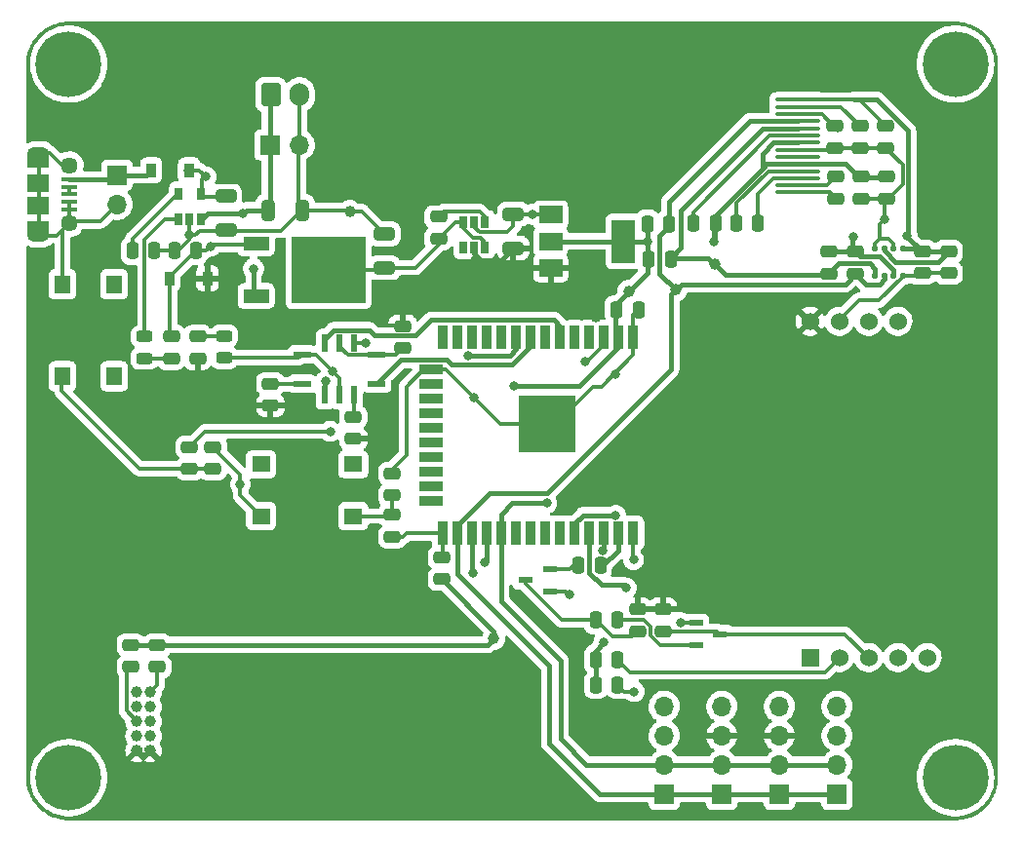
<source format=gbr>
%TF.GenerationSoftware,KiCad,Pcbnew,(5.99.0-8928-gc255dede17)*%
%TF.CreationDate,2021-02-24T19:05:10-08:00*%
%TF.ProjectId,smbpcb,736d6270-6362-42e6-9b69-6361645f7063,rev?*%
%TF.SameCoordinates,Original*%
%TF.FileFunction,Copper,L1,Top*%
%TF.FilePolarity,Positive*%
%FSLAX46Y46*%
G04 Gerber Fmt 4.6, Leading zero omitted, Abs format (unit mm)*
G04 Created by KiCad (PCBNEW (5.99.0-8928-gc255dede17)) date 2021-02-24 19:05:10*
%MOMM*%
%LPD*%
G01*
G04 APERTURE LIST*
G04 Aperture macros list*
%AMRoundRect*
0 Rectangle with rounded corners*
0 $1 Rounding radius*
0 $2 $3 $4 $5 $6 $7 $8 $9 X,Y pos of 4 corners*
0 Add a 4 corners polygon primitive as box body*
4,1,4,$2,$3,$4,$5,$6,$7,$8,$9,$2,$3,0*
0 Add four circle primitives for the rounded corners*
1,1,$1+$1,$2,$3*
1,1,$1+$1,$4,$5*
1,1,$1+$1,$6,$7*
1,1,$1+$1,$8,$9*
0 Add four rect primitives between the rounded corners*
20,1,$1+$1,$2,$3,$4,$5,0*
20,1,$1+$1,$4,$5,$6,$7,0*
20,1,$1+$1,$6,$7,$8,$9,0*
20,1,$1+$1,$8,$9,$2,$3,0*%
G04 Aperture macros list end*
%TA.AperFunction,SMDPad,CuDef*%
%ADD10R,0.900000X1.200000*%
%TD*%
%TA.AperFunction,SMDPad,CuDef*%
%ADD11RoundRect,0.250000X0.475000X-0.250000X0.475000X0.250000X-0.475000X0.250000X-0.475000X-0.250000X0*%
%TD*%
%TA.AperFunction,SMDPad,CuDef*%
%ADD12RoundRect,0.250000X0.250000X0.475000X-0.250000X0.475000X-0.250000X-0.475000X0.250000X-0.475000X0*%
%TD*%
%TA.AperFunction,SMDPad,CuDef*%
%ADD13R,2.000000X1.500000*%
%TD*%
%TA.AperFunction,SMDPad,CuDef*%
%ADD14R,2.000000X3.800000*%
%TD*%
%TA.AperFunction,SMDPad,CuDef*%
%ADD15R,0.650000X1.060000*%
%TD*%
%TA.AperFunction,ComponentPad*%
%ADD16R,1.700000X1.700000*%
%TD*%
%TA.AperFunction,ComponentPad*%
%ADD17O,1.700000X1.700000*%
%TD*%
%TA.AperFunction,SMDPad,CuDef*%
%ADD18RoundRect,0.250000X0.650000X-0.325000X0.650000X0.325000X-0.650000X0.325000X-0.650000X-0.325000X0*%
%TD*%
%TA.AperFunction,SMDPad,CuDef*%
%ADD19R,2.200000X1.200000*%
%TD*%
%TA.AperFunction,SMDPad,CuDef*%
%ADD20R,6.400000X5.800000*%
%TD*%
%TA.AperFunction,SMDPad,CuDef*%
%ADD21RoundRect,0.250000X-0.250000X-0.475000X0.250000X-0.475000X0.250000X0.475000X-0.250000X0.475000X0*%
%TD*%
%TA.AperFunction,SMDPad,CuDef*%
%ADD22RoundRect,0.125000X0.125000X0.137500X-0.125000X0.137500X-0.125000X-0.137500X0.125000X-0.137500X0*%
%TD*%
%TA.AperFunction,SMDPad,CuDef*%
%ADD23RoundRect,0.250000X-0.475000X0.250000X-0.475000X-0.250000X0.475000X-0.250000X0.475000X0.250000X0*%
%TD*%
%TA.AperFunction,ComponentPad*%
%ADD24R,1.524000X1.524000*%
%TD*%
%TA.AperFunction,ComponentPad*%
%ADD25C,1.524000*%
%TD*%
%TA.AperFunction,SMDPad,CuDef*%
%ADD26R,1.400000X1.600000*%
%TD*%
%TA.AperFunction,SMDPad,CuDef*%
%ADD27R,1.350000X0.400000*%
%TD*%
%TA.AperFunction,SMDPad,CuDef*%
%ADD28R,1.900000X1.500000*%
%TD*%
%TA.AperFunction,SMDPad,CuDef*%
%ADD29R,1.900000X1.200000*%
%TD*%
%TA.AperFunction,ComponentPad*%
%ADD30O,1.900000X1.200000*%
%TD*%
%TA.AperFunction,ComponentPad*%
%ADD31C,1.450000*%
%TD*%
%TA.AperFunction,ComponentPad*%
%ADD32C,1.000000*%
%TD*%
%TA.AperFunction,ComponentPad*%
%ADD33C,5.700000*%
%TD*%
%TA.AperFunction,SMDPad,CuDef*%
%ADD34RoundRect,0.250000X-0.325000X-0.650000X0.325000X-0.650000X0.325000X0.650000X-0.325000X0.650000X0*%
%TD*%
%TA.AperFunction,SMDPad,CuDef*%
%ADD35R,1.300000X0.600000*%
%TD*%
%TA.AperFunction,ComponentPad*%
%ADD36RoundRect,0.250000X-0.600000X-0.750000X0.600000X-0.750000X0.600000X0.750000X-0.600000X0.750000X0*%
%TD*%
%TA.AperFunction,ComponentPad*%
%ADD37O,1.700000X2.000000*%
%TD*%
%TA.AperFunction,SMDPad,CuDef*%
%ADD38RoundRect,0.250000X-0.650000X0.325000X-0.650000X-0.325000X0.650000X-0.325000X0.650000X0.325000X0*%
%TD*%
%TA.AperFunction,SMDPad,CuDef*%
%ADD39RoundRect,0.243750X0.456250X-0.243750X0.456250X0.243750X-0.456250X0.243750X-0.456250X-0.243750X0*%
%TD*%
%TA.AperFunction,SMDPad,CuDef*%
%ADD40O,4.000000X0.320000*%
%TD*%
%TA.AperFunction,SMDPad,CuDef*%
%ADD41R,1.600000X1.400000*%
%TD*%
%TA.AperFunction,SMDPad,CuDef*%
%ADD42RoundRect,0.243750X-0.456250X0.243750X-0.456250X-0.243750X0.456250X-0.243750X0.456250X0.243750X0*%
%TD*%
%TA.AperFunction,SMDPad,CuDef*%
%ADD43R,0.600000X1.500000*%
%TD*%
%TA.AperFunction,SMDPad,CuDef*%
%ADD44R,1.500000X0.600000*%
%TD*%
%TA.AperFunction,SMDPad,CuDef*%
%ADD45R,0.900000X2.000000*%
%TD*%
%TA.AperFunction,SMDPad,CuDef*%
%ADD46R,2.000000X0.900000*%
%TD*%
%TA.AperFunction,SMDPad,CuDef*%
%ADD47R,5.000000X5.000000*%
%TD*%
%TA.AperFunction,ViaPad*%
%ADD48C,0.800000*%
%TD*%
%TA.AperFunction,ViaPad*%
%ADD49C,1.000000*%
%TD*%
%TA.AperFunction,Conductor*%
%ADD50C,0.300000*%
%TD*%
%TA.AperFunction,Conductor*%
%ADD51C,0.400000*%
%TD*%
G04 APERTURE END LIST*
D10*
%TO.P,D5,1,K*%
%TO.N,Net-(5V_IN1-Pad1)*%
X40450000Y-42100000D03*
%TO.P,D5,2,A*%
%TO.N,Net-(C1-Pad1)*%
X43750000Y-42100000D03*
%TD*%
D11*
%TO.P,R28,1*%
%TO.N,Net-(D4-Pad2)*%
X42200000Y-58450000D03*
%TO.P,R28,2*%
%TO.N,Net-(C1-Pad1)*%
X42200000Y-56550000D03*
%TD*%
%TO.P,R26,1*%
%TO.N,Net-(C16-Pad2)*%
X43800000Y-68045000D03*
%TO.P,R26,2*%
%TO.N,EN*%
X43800000Y-66145000D03*
%TD*%
D12*
%TO.P,R2,1*%
%TO.N,+3V3*%
X89450000Y-46700000D03*
%TO.P,R2,2*%
%TO.N,RES*%
X87550000Y-46700000D03*
%TD*%
D13*
%TO.P,U7,1,ADJ*%
%TO.N,GND*%
X75145000Y-45985000D03*
%TO.P,U7,2,VO*%
%TO.N,+3V3*%
X75145000Y-48285000D03*
D14*
X81445000Y-48285000D03*
D13*
%TO.P,U7,3,VI*%
%TO.N,+5V*%
X75145000Y-50585000D03*
%TD*%
D11*
%TO.P,R6,1*%
%TO.N,GND*%
X99800000Y-40150000D03*
%TO.P,R6,2*%
%TO.N,Net-(U4-Pad12)*%
X99800000Y-38250000D03*
%TD*%
D15*
%TO.P,U1,1,STAT*%
%TO.N,Net-(D4-Pad1)*%
X42845000Y-46335000D03*
%TO.P,U1,2,VSS*%
%TO.N,GND*%
X43795000Y-46335000D03*
%TO.P,U1,3,VBAT*%
%TO.N,Net-(BT1-Pad1)*%
X44745000Y-46335000D03*
%TO.P,U1,4,VDD*%
%TO.N,Net-(C1-Pad1)*%
X44745000Y-44135000D03*
%TO.P,U1,5,PROG*%
%TO.N,Net-(R1-Pad1)*%
X42845000Y-44135000D03*
%TD*%
D16*
%TO.P,EXT_BATT1,1,Pin_1*%
%TO.N,Net-(BT1-Pad1)*%
X50775000Y-39900000D03*
D17*
%TO.P,EXT_BATT1,2,Pin_2*%
%TO.N,GND*%
X53315000Y-39900000D03*
%TD*%
D18*
%TO.P,C3,1*%
%TO.N,Net-(C3-Pad1)*%
X60700000Y-50575000D03*
%TO.P,C3,2*%
%TO.N,GND*%
X60700000Y-47625000D03*
%TD*%
D16*
%TO.P,AUX_CONN2,1,Pin_1*%
%TO.N,SDA*%
X90000000Y-96300000D03*
D17*
%TO.P,AUX_CONN2,2,Pin_2*%
%TO.N,SCL*%
X90000000Y-93760000D03*
%TO.P,AUX_CONN2,3,Pin_3*%
%TO.N,+5V*%
X90000000Y-91220000D03*
%TO.P,AUX_CONN2,4,Pin_4*%
%TO.N,GND*%
X90000000Y-88680000D03*
%TD*%
D19*
%TO.P,Q1,1,G*%
%TO.N,Net-(C1-Pad1)*%
X49567000Y-48463200D03*
D20*
%TO.P,Q1,2,D*%
%TO.N,Net-(C3-Pad1)*%
X55867000Y-50743200D03*
D19*
%TO.P,Q1,3,S*%
%TO.N,Net-(BT1-Pad1)*%
X49567000Y-53023200D03*
%TD*%
D21*
%TO.P,R1,1*%
%TO.N,Net-(R1-Pad1)*%
X38850000Y-49100000D03*
%TO.P,R1,2*%
%TO.N,GND*%
X40750000Y-49100000D03*
%TD*%
D12*
%TO.P,R11,1*%
%TO.N,ESP_RX1*%
X79450000Y-76450000D03*
%TO.P,R11,2*%
%TO.N,Net-(Q2-Pad2)*%
X77550000Y-76450000D03*
%TD*%
%TO.P,R15,1*%
%TO.N,GND*%
X80950000Y-86800000D03*
%TO.P,R15,2*%
%TO.N,ESP_TX1*%
X79050000Y-86800000D03*
%TD*%
D21*
%TO.P,C6,1*%
%TO.N,Net-(U4-Pad4)*%
X91250000Y-46700000D03*
%TO.P,C6,2*%
%TO.N,Net-(U4-Pad3)*%
X93150000Y-46700000D03*
%TD*%
D18*
%TO.P,C4,1*%
%TO.N,+5V*%
X71900000Y-48875000D03*
%TO.P,C4,2*%
%TO.N,GND*%
X71900000Y-45925000D03*
%TD*%
D22*
%TO.P,U5,1,GND*%
%TO.N,GND*%
X105698300Y-51302400D03*
%TO.P,U5,2,CSB*%
%TO.N,+3V3*%
X104898300Y-51302400D03*
%TO.P,U5,3,SDI*%
%TO.N,SDA*%
X104098300Y-51302400D03*
%TO.P,U5,4,SCK*%
%TO.N,SCL*%
X103298300Y-51302400D03*
%TO.P,U5,5,SDO*%
%TO.N,GND*%
X103298300Y-48927400D03*
%TO.P,U5,6,VDDIO*%
%TO.N,+3V3*%
X104098300Y-48927400D03*
%TO.P,U5,7,GND*%
%TO.N,GND*%
X104898300Y-48927400D03*
%TO.P,U5,8,VDD*%
%TO.N,+3V3*%
X105698300Y-48927400D03*
%TD*%
D11*
%TO.P,R22,1*%
%TO.N,Net-(J2-Pad10)*%
X41000000Y-85250000D03*
%TO.P,R22,2*%
%TO.N,+3V3*%
X41000000Y-83350000D03*
%TD*%
D21*
%TO.P,R3,1*%
%TO.N,+3V3*%
X83650000Y-49800000D03*
%TO.P,R3,2*%
%TO.N,SCL*%
X85550000Y-49800000D03*
%TD*%
D11*
%TO.P,L1,1,1*%
%TO.N,Net-(C3-Pad1)*%
X65400000Y-48050000D03*
%TO.P,L1,2,2*%
%TO.N,Net-(L1-Pad2)*%
X65400000Y-46150000D03*
%TD*%
%TO.P,C10,1*%
%TO.N,GND*%
X104200000Y-40150000D03*
%TO.P,C10,2*%
%TO.N,+3V3*%
X104200000Y-38250000D03*
%TD*%
%TO.P,C5,1*%
%TO.N,Net-(U4-Pad1)*%
X99900000Y-44550000D03*
%TO.P,C5,2*%
%TO.N,Net-(U4-Pad2)*%
X99900000Y-42650000D03*
%TD*%
D23*
%TO.P,C12,1*%
%TO.N,+3V3*%
X107400000Y-49150000D03*
%TO.P,C12,2*%
%TO.N,GND*%
X107400000Y-51050000D03*
%TD*%
%TO.P,R24,1*%
%TO.N,Net-(C15-Pad2)*%
X61400000Y-72050000D03*
%TO.P,R24,2*%
%TO.N,IO0*%
X61400000Y-73950000D03*
%TD*%
D24*
%TO.P,U6,1,Vout*%
%TO.N,unconnected-(U6-Pad1)*%
X97655000Y-84437500D03*
D25*
%TO.P,U6,2,RXD*%
%TO.N,Net-(R16-Pad2)*%
X100195000Y-84437500D03*
%TO.P,U6,3,TXD*%
%TO.N,Net-(Q3-Pad3)*%
X102735000Y-84437500D03*
%TO.P,U6,4,SR*%
%TO.N,unconnected-(U6-Pad4)*%
X105275000Y-84437500D03*
%TO.P,U6,5,HD*%
%TO.N,unconnected-(U6-Pad5)*%
X107815000Y-84437500D03*
%TO.P,U6,6,Vin*%
%TO.N,+5V*%
X97655000Y-55227500D03*
%TO.P,U6,7,GND*%
%TO.N,GND*%
X100195000Y-55227500D03*
%TO.P,U6,8,A0T*%
%TO.N,unconnected-(U6-Pad8)*%
X102735000Y-55227500D03*
%TO.P,U6,9,PWM*%
%TO.N,unconnected-(U6-Pad9)*%
X105275000Y-55227500D03*
%TD*%
D23*
%TO.P,C16,1*%
%TO.N,GND*%
X45800000Y-66150000D03*
%TO.P,C16,2*%
%TO.N,Net-(C16-Pad2)*%
X45800000Y-68050000D03*
%TD*%
%TO.P,R20,1*%
%TO.N,Net-(IC1-PadK)*%
X50800000Y-60650000D03*
%TO.P,R20,2*%
%TO.N,+5V*%
X50800000Y-62550000D03*
%TD*%
D26*
%TO.P,SW2,1,1*%
%TO.N,Net-(C16-Pad2)*%
X32750000Y-60000000D03*
%TO.P,SW2,2,2*%
%TO.N,GND*%
X32750000Y-52000000D03*
%TO.P,SW2,3*%
%TO.N,N/C*%
X37250000Y-60000000D03*
%TO.P,SW2,4*%
X37250000Y-52000000D03*
%TD*%
D15*
%TO.P,U2,1,SW*%
%TO.N,Net-(L1-Pad2)*%
X69450000Y-46600000D03*
%TO.P,U2,2,GND*%
%TO.N,GND*%
X68500000Y-46600000D03*
%TO.P,U2,3,EN*%
%TO.N,Net-(C3-Pad1)*%
X67550000Y-46600000D03*
%TO.P,U2,4,NC/FB*%
%TO.N,unconnected-(U2-Pad4)*%
X67550000Y-48800000D03*
%TO.P,U2,5,VOUT*%
%TO.N,+5V*%
X68500000Y-48800000D03*
%TO.P,U2,6,VCC*%
%TO.N,Net-(C3-Pad1)*%
X69450000Y-48800000D03*
%TD*%
D27*
%TO.P,J1,1,VBUS*%
%TO.N,Net-(5V_IN1-Pad1)*%
X33362500Y-42900000D03*
%TO.P,J1,2,D-*%
%TO.N,Net-(J1-Pad2)*%
X33362500Y-43550000D03*
%TO.P,J1,3,D+*%
X33362500Y-44200000D03*
%TO.P,J1,4,ID*%
%TO.N,GND*%
X33362500Y-44850000D03*
%TO.P,J1,5,GND*%
X33362500Y-45500000D03*
D28*
%TO.P,J1,6,Shield*%
X30662500Y-43200000D03*
D29*
X30662500Y-41300000D03*
D30*
X30662500Y-40700000D03*
D28*
X30662500Y-45200000D03*
D29*
X30662500Y-47100000D03*
D30*
X30662500Y-47700000D03*
D31*
X33362500Y-41700000D03*
X33362500Y-46700000D03*
%TD*%
D32*
%TO.P,J2,1,Pin_1*%
%TO.N,+5V*%
X39220000Y-92540000D03*
%TO.P,J2,2,Pin_2*%
X40380000Y-92540000D03*
%TO.P,J2,3,Pin_3*%
%TO.N,GND*%
X39220000Y-91270000D03*
%TO.P,J2,4,Pin_4*%
X40380000Y-91270000D03*
%TO.P,J2,5,Pin_5*%
%TO.N,Net-(J2-Pad5)*%
X39220000Y-90000000D03*
%TO.P,J2,6,Pin_6*%
%TO.N,unconnected-(J2-Pad6)*%
X40380000Y-90000000D03*
%TO.P,J2,7,Pin_7*%
%TO.N,ESP_RX2*%
X39220000Y-88730000D03*
%TO.P,J2,8,Pin_8*%
%TO.N,unconnected-(J2-Pad8)*%
X40380000Y-88730000D03*
%TO.P,J2,9,Pin_9*%
%TO.N,ESP_TX2*%
X39220000Y-87460000D03*
%TO.P,J2,10,Pin_10*%
%TO.N,Net-(J2-Pad10)*%
X40380000Y-87460000D03*
%TD*%
D33*
%TO.P,,1*%
%TO.N,GND*%
X33295000Y-94885000D03*
%TD*%
D16*
%TO.P,5V_IN1,1,Pin_1*%
%TO.N,Net-(5V_IN1-Pad1)*%
X37500000Y-42525000D03*
D17*
%TO.P,5V_IN1,2,Pin_2*%
%TO.N,GND*%
X37500000Y-45065000D03*
%TD*%
D33*
%TO.P,REF\u002A\u002A,1*%
%TO.N,GND*%
X110295000Y-32885000D03*
%TD*%
D21*
%TO.P,R13,1*%
%TO.N,Net-(Q2-Pad3)*%
X79050000Y-81200000D03*
%TO.P,R13,2*%
%TO.N,Net-(Q3-Pad2)*%
X80950000Y-81200000D03*
%TD*%
D23*
%TO.P,C7,1*%
%TO.N,+3V3*%
X104300000Y-42650000D03*
%TO.P,C7,2*%
%TO.N,GND*%
X104300000Y-44550000D03*
%TD*%
D16*
%TO.P,AUX_CONN1,1,Pin_1*%
%TO.N,SDA*%
X85000000Y-96300000D03*
D17*
%TO.P,AUX_CONN1,2,Pin_2*%
%TO.N,SCL*%
X85000000Y-93760000D03*
%TO.P,AUX_CONN1,3,Pin_3*%
%TO.N,ESP_TX0*%
X85000000Y-91220000D03*
%TO.P,AUX_CONN1,4,Pin_4*%
%TO.N,ESP_RX0*%
X85000000Y-88680000D03*
%TD*%
D34*
%TO.P,C2,1*%
%TO.N,Net-(BT1-Pad1)*%
X50625000Y-45585000D03*
%TO.P,C2,2*%
%TO.N,GND*%
X53575000Y-45585000D03*
%TD*%
D33*
%TO.P,MOUNT4,1*%
%TO.N,GND*%
X110295000Y-94885000D03*
%TD*%
D11*
%TO.P,R25,1*%
%TO.N,+5V*%
X44500000Y-58450000D03*
%TO.P,R25,2*%
%TO.N,Net-(D3-Pad2)*%
X44500000Y-56550000D03*
%TD*%
D35*
%TO.P,Q2,1,E*%
%TO.N,GND*%
X75050000Y-78669000D03*
%TO.P,Q2,2,B*%
%TO.N,Net-(Q2-Pad2)*%
X75050000Y-76769000D03*
%TO.P,Q2,3,C*%
%TO.N,Net-(Q2-Pad3)*%
X72950000Y-77719000D03*
%TD*%
D36*
%TO.P,BT1,1,+*%
%TO.N,Net-(BT1-Pad1)*%
X50845000Y-35532500D03*
D37*
%TO.P,BT1,2,-*%
%TO.N,GND*%
X53345000Y-35532500D03*
%TD*%
D11*
%TO.P,R14,1*%
%TO.N,Net-(Q3-Pad3)*%
X84900000Y-82150000D03*
%TO.P,R14,2*%
%TO.N,+5V*%
X84900000Y-80250000D03*
%TD*%
D38*
%TO.P,C1,1*%
%TO.N,Net-(C1-Pad1)*%
X46950000Y-44375000D03*
%TO.P,C1,2*%
%TO.N,GND*%
X46950000Y-47325000D03*
%TD*%
D39*
%TO.P,D3,1,K*%
%TO.N,GND*%
X46800000Y-58387500D03*
%TO.P,D3,2,A*%
%TO.N,Net-(D3-Pad2)*%
X46800000Y-56512500D03*
%TD*%
D10*
%TO.P,D1,1,K*%
%TO.N,+5V*%
X45350000Y-51500000D03*
%TO.P,D1,2,A*%
%TO.N,Net-(C1-Pad1)*%
X42050000Y-51500000D03*
%TD*%
D11*
%TO.P,R23,1*%
%TO.N,Net-(J2-Pad5)*%
X38700000Y-85250000D03*
%TO.P,R23,2*%
%TO.N,+3V3*%
X38700000Y-83350000D03*
%TD*%
D23*
%TO.P,R18,1*%
%TO.N,+3V3*%
X99300000Y-49200000D03*
%TO.P,R18,2*%
%TO.N,SCL*%
X99300000Y-51100000D03*
%TD*%
D21*
%TO.P,R5,1*%
%TO.N,+3V3*%
X83550000Y-46750000D03*
%TO.P,R5,2*%
%TO.N,SDA*%
X85450000Y-46750000D03*
%TD*%
D33*
%TO.P,REF\u002A\u002A,1*%
%TO.N,GND*%
X33295000Y-32885000D03*
%TD*%
D21*
%TO.P,C17,1*%
%TO.N,+3V3*%
X80850000Y-54200000D03*
%TO.P,C17,2*%
%TO.N,GND*%
X82750000Y-54200000D03*
%TD*%
D23*
%TO.P,C8,1*%
%TO.N,+3V3*%
X102100000Y-42650000D03*
%TO.P,C8,2*%
%TO.N,GND*%
X102100000Y-44550000D03*
%TD*%
D16*
%TO.P,AUX_CONN3,1,Pin_1*%
%TO.N,SDA*%
X95000000Y-96300000D03*
D17*
%TO.P,AUX_CONN3,2,Pin_2*%
%TO.N,SCL*%
X95000000Y-93760000D03*
%TO.P,AUX_CONN3,3,Pin_3*%
%TO.N,+5V*%
X95000000Y-91220000D03*
%TO.P,AUX_CONN3,4,Pin_4*%
%TO.N,GND*%
X95000000Y-88680000D03*
%TD*%
D40*
%TO.P,U4,1,C2P*%
%TO.N,Net-(U4-Pad1)*%
X96611800Y-44039400D03*
%TO.P,U4,2,C2N*%
%TO.N,Net-(U4-Pad2)*%
X96611800Y-43419400D03*
%TO.P,U4,3,C1P*%
%TO.N,Net-(U4-Pad3)*%
X96611800Y-42799400D03*
%TO.P,U4,4,C1N*%
%TO.N,Net-(U4-Pad4)*%
X96611800Y-42179400D03*
%TO.P,U4,5,VBAT*%
%TO.N,+3V3*%
X96611800Y-41559400D03*
%TO.P,U4,6,NC*%
%TO.N,unconnected-(U4-Pad6)*%
X96611800Y-40939400D03*
%TO.P,U4,7,VSS*%
%TO.N,GND*%
X96611800Y-40319400D03*
%TO.P,U4,8,VDD*%
%TO.N,+3V3*%
X96611800Y-39699400D03*
%TO.P,U4,9,~RES*%
%TO.N,RES*%
X96611800Y-39079400D03*
%TO.P,U4,10,SCL*%
%TO.N,SCL*%
X96611800Y-38459400D03*
%TO.P,U4,11,SDA*%
%TO.N,SDA*%
X96611800Y-37839400D03*
%TO.P,U4,12,IREF*%
%TO.N,Net-(U4-Pad12)*%
X96611800Y-37219400D03*
%TO.P,U4,13,VCOMH*%
%TO.N,Net-(U4-Pad13)*%
X96611800Y-36599400D03*
%TO.P,U4,14,VCC*%
%TO.N,+3V3*%
X96611800Y-35979400D03*
%TD*%
D23*
%TO.P,C15,1*%
%TO.N,GND*%
X61400000Y-68450000D03*
%TO.P,C15,2*%
%TO.N,Net-(C15-Pad2)*%
X61400000Y-70350000D03*
%TD*%
D41*
%TO.P,SW1,1,1*%
%TO.N,Net-(C15-Pad2)*%
X58000000Y-72150000D03*
%TO.P,SW1,2,2*%
%TO.N,GND*%
X50000000Y-72150000D03*
%TO.P,SW1,3*%
%TO.N,N/C*%
X58000000Y-67650000D03*
%TO.P,SW1,4*%
X50000000Y-67650000D03*
%TD*%
D42*
%TO.P,D4,1,K*%
%TO.N,Net-(D4-Pad1)*%
X39900000Y-56562500D03*
%TO.P,D4,2,A*%
%TO.N,Net-(D4-Pad2)*%
X39900000Y-58437500D03*
%TD*%
D11*
%TO.P,R27,1*%
%TO.N,+3V3*%
X65700000Y-77650000D03*
%TO.P,R27,2*%
%TO.N,IO0*%
X65700000Y-75750000D03*
%TD*%
D43*
%TO.P,IC1,A,A*%
%TO.N,NO2*%
X55545000Y-61635000D03*
%TO.P,IC1,B,B*%
%TO.N,GND*%
X56795000Y-61635000D03*
%TO.P,IC1,C,C*%
%TO.N,Net-(IC1-PadC)*%
X58045000Y-61635000D03*
D44*
%TO.P,IC1,D,D*%
%TO.N,NH3*%
X60045000Y-60655000D03*
%TO.P,IC1,E,E*%
%TO.N,Net-(IC1-PadE)*%
X60045000Y-58115000D03*
D43*
%TO.P,IC1,F,F*%
%TO.N,GND*%
X58045000Y-57135000D03*
%TO.P,IC1,G,G*%
%TO.N,Net-(IC1-PadE)*%
X56795000Y-57135000D03*
%TO.P,IC1,H,H*%
%TO.N,CO*%
X55545000Y-57135000D03*
D44*
%TO.P,IC1,J,J*%
%TO.N,GND*%
X53545000Y-58115000D03*
%TO.P,IC1,K,K*%
%TO.N,Net-(IC1-PadK)*%
X53545000Y-60655000D03*
%TD*%
D35*
%TO.P,Q3,1,E*%
%TO.N,GND*%
X87750000Y-81450000D03*
%TO.P,Q3,2,B*%
%TO.N,Net-(Q3-Pad2)*%
X87750000Y-83350000D03*
%TO.P,Q3,3,C*%
%TO.N,Net-(Q3-Pad3)*%
X89850000Y-82400000D03*
%TD*%
D21*
%TO.P,R16,1*%
%TO.N,ESP_TX1*%
X79050000Y-84600000D03*
%TO.P,R16,2*%
%TO.N,Net-(R16-Pad2)*%
X80950000Y-84600000D03*
%TD*%
D11*
%TO.P,C9,1*%
%TO.N,GND*%
X102000000Y-40150000D03*
%TO.P,C9,2*%
%TO.N,Net-(U4-Pad13)*%
X102000000Y-38250000D03*
%TD*%
D23*
%TO.P,R10,1*%
%TO.N,+5V*%
X62300000Y-55650000D03*
%TO.P,R10,2*%
%TO.N,Net-(IC1-PadE)*%
X62300000Y-57550000D03*
%TD*%
D11*
%TO.P,C13,1*%
%TO.N,GND*%
X109700000Y-51050000D03*
%TO.P,C13,2*%
%TO.N,+3V3*%
X109700000Y-49150000D03*
%TD*%
%TO.P,R12,1*%
%TO.N,Net-(Q2-Pad3)*%
X82700000Y-82150000D03*
%TO.P,R12,2*%
%TO.N,+5V*%
X82700000Y-80250000D03*
%TD*%
D23*
%TO.P,R17,1*%
%TO.N,+3V3*%
X101600000Y-49200000D03*
%TO.P,R17,2*%
%TO.N,SDA*%
X101600000Y-51100000D03*
%TD*%
D12*
%TO.P,R4,1*%
%TO.N,Net-(C1-Pad1)*%
X44350000Y-49100000D03*
%TO.P,R4,2*%
%TO.N,GND*%
X42450000Y-49100000D03*
%TD*%
D45*
%TO.P,U3,1,GND*%
%TO.N,GND*%
X82295000Y-56635000D03*
%TO.P,U3,2,VDD*%
%TO.N,+3V3*%
X81025000Y-56635000D03*
%TO.P,U3,3,EN*%
%TO.N,EN*%
X79755000Y-56635000D03*
%TO.P,U3,4,SENSOR_VP*%
%TO.N,unconnected-(U3-Pad4)*%
X78485000Y-56635000D03*
%TO.P,U3,5,SENSOR_VN*%
%TO.N,unconnected-(U3-Pad5)*%
X77215000Y-56635000D03*
%TO.P,U3,6,IO34*%
%TO.N,CO*%
X75945000Y-56635000D03*
%TO.P,U3,7,IO35*%
%TO.N,unconnected-(U3-Pad7)*%
X74675000Y-56635000D03*
%TO.P,U3,8,IO32*%
%TO.N,NH3*%
X73405000Y-56635000D03*
%TO.P,U3,9,IO33*%
%TO.N,NO2*%
X72135000Y-56635000D03*
%TO.P,U3,10,IO25*%
%TO.N,unconnected-(U3-Pad10)*%
X70865000Y-56635000D03*
%TO.P,U3,11,IO26*%
%TO.N,unconnected-(U3-Pad11)*%
X69595000Y-56635000D03*
%TO.P,U3,12,IO27*%
%TO.N,unconnected-(U3-Pad12)*%
X68325000Y-56635000D03*
%TO.P,U3,13,IO14*%
%TO.N,unconnected-(U3-Pad13)*%
X67055000Y-56635000D03*
%TO.P,U3,14,IO12*%
%TO.N,unconnected-(U3-Pad14)*%
X65785000Y-56635000D03*
D46*
%TO.P,U3,15,GND*%
%TO.N,GND*%
X64785000Y-59420000D03*
%TO.P,U3,16,IO13*%
%TO.N,unconnected-(U3-Pad16)*%
X64785000Y-60690000D03*
%TO.P,U3,17,SHD/SD2*%
%TO.N,unconnected-(U3-Pad17)*%
X64785000Y-61960000D03*
%TO.P,U3,18,SWP/SD3*%
%TO.N,unconnected-(U3-Pad18)*%
X64785000Y-63230000D03*
%TO.P,U3,19,SCS/CMD*%
%TO.N,unconnected-(U3-Pad19)*%
X64785000Y-64500000D03*
%TO.P,U3,20,SCK/CLK*%
%TO.N,unconnected-(U3-Pad20)*%
X64785000Y-65770000D03*
%TO.P,U3,21,SDO/SD0*%
%TO.N,unconnected-(U3-Pad21)*%
X64785000Y-67040000D03*
%TO.P,U3,22,SDI/SD1*%
%TO.N,unconnected-(U3-Pad22)*%
X64785000Y-68310000D03*
%TO.P,U3,23,IO15*%
%TO.N,unconnected-(U3-Pad23)*%
X64785000Y-69580000D03*
%TO.P,U3,24,IO2*%
%TO.N,unconnected-(U3-Pad24)*%
X64785000Y-70850000D03*
D45*
%TO.P,U3,25,IO0*%
%TO.N,IO0*%
X65785000Y-73635000D03*
%TO.P,U3,26,IO4*%
%TO.N,SDA*%
X67055000Y-73635000D03*
%TO.P,U3,27,IO16*%
%TO.N,ESP_TX2*%
X68325000Y-73635000D03*
%TO.P,U3,28,IO17*%
%TO.N,ESP_RX2*%
X69595000Y-73635000D03*
%TO.P,U3,29,IO5*%
%TO.N,SCL*%
X70865000Y-73635000D03*
%TO.P,U3,30,IO18*%
%TO.N,unconnected-(U3-Pad30)*%
X72135000Y-73635000D03*
%TO.P,U3,31,IO19*%
%TO.N,unconnected-(U3-Pad31)*%
X73405000Y-73635000D03*
%TO.P,U3,32,NC*%
%TO.N,unconnected-(U3-Pad32)*%
X74675000Y-73635000D03*
%TO.P,U3,33,IO21*%
%TO.N,unconnected-(U3-Pad33)*%
X75945000Y-73635000D03*
%TO.P,U3,34,RXD0/IO3*%
%TO.N,ESP_RX0*%
X77215000Y-73635000D03*
%TO.P,U3,35,TXD0/IO1*%
%TO.N,ESP_TX0*%
X78485000Y-73635000D03*
%TO.P,U3,36,IO22*%
%TO.N,ESP_TX1*%
X79755000Y-73635000D03*
%TO.P,U3,37,IO23*%
%TO.N,ESP_RX1*%
X81025000Y-73635000D03*
%TO.P,U3,38,GND*%
%TO.N,GND*%
X82295000Y-73635000D03*
D47*
%TO.P,U3,39,GND*%
X74795000Y-64135000D03*
%TD*%
D23*
%TO.P,R19,1*%
%TO.N,Net-(IC1-PadC)*%
X58000000Y-63550000D03*
%TO.P,R19,2*%
%TO.N,+5V*%
X58000000Y-65450000D03*
%TD*%
D16*
%TO.P,AUX_CONN4,1,Pin_1*%
%TO.N,SDA*%
X100000000Y-96300000D03*
D17*
%TO.P,AUX_CONN4,2,Pin_2*%
%TO.N,SCL*%
X100000000Y-93760000D03*
%TO.P,AUX_CONN4,3,Pin_3*%
%TO.N,+3V3*%
X100000000Y-91220000D03*
%TO.P,AUX_CONN4,4,Pin_4*%
%TO.N,GND*%
X100000000Y-88680000D03*
%TD*%
D48*
%TO.N,GND*%
X68500000Y-61900000D03*
X76800000Y-79000000D03*
X43800000Y-47700000D03*
X48200000Y-69400000D03*
X82342000Y-75940000D03*
X86400000Y-81400000D03*
X104100000Y-46400000D03*
X59100000Y-57100000D03*
X56180000Y-59557000D03*
X73525000Y-45925000D03*
X82400000Y-87400000D03*
X80750000Y-59800000D03*
D49*
X57700000Y-45700000D03*
%TO.N,+3V3*%
X81940000Y-52640000D03*
D48*
X89300000Y-48300000D03*
X83545000Y-48335000D03*
X71995000Y-60885000D03*
X101400000Y-47900000D03*
D49*
X70200000Y-82800000D03*
D48*
X106100000Y-47800000D03*
D49*
%TO.N,+5V*%
X86895000Y-54885000D03*
X79045000Y-54810000D03*
%TO.N,SCL*%
X89400000Y-50300000D03*
D48*
X74798200Y-71037800D03*
D49*
%TO.N,SDA*%
X86000000Y-52500000D03*
D48*
%TO.N,EN*%
X78145000Y-58735000D03*
X56000000Y-64800000D03*
%TO.N,NO2*%
X68000000Y-58200000D03*
X55600000Y-60400000D03*
%TO.N,ESP_RX0*%
X80800000Y-72100000D03*
%TO.N,ESP_TX0*%
X81700000Y-78400000D03*
%TO.N,ESP_TX1*%
X79750000Y-83150000D03*
X79700000Y-75150000D03*
%TO.N,ESP_RX2*%
X69400000Y-76200000D03*
%TO.N,ESP_TX2*%
X68400000Y-77100000D03*
%TO.N,Net-(C1-Pad1)*%
X45205400Y-42674600D03*
X45600000Y-48700000D03*
%TO.N,Net-(BT1-Pad1)*%
X49345600Y-50644600D03*
X48400000Y-45900000D03*
%TD*%
D50*
%TO.N,Net-(U4-Pad2)*%
X99900000Y-42650000D02*
X99130600Y-43419400D01*
X99130600Y-43419400D02*
X96611800Y-43419400D01*
%TO.N,Net-(U4-Pad1)*%
X96611800Y-44039400D02*
X99389400Y-44039400D01*
X99389400Y-44039400D02*
X99900000Y-44550000D01*
D51*
%TO.N,+3V3*%
X96611800Y-39699400D02*
X94517608Y-39699400D01*
X94517608Y-39699400D02*
X93511400Y-40705608D01*
X93511400Y-40705608D02*
X93511400Y-41961400D01*
D50*
%TO.N,GND*%
X43795000Y-47695000D02*
X43800000Y-47700000D01*
X75085000Y-45925000D02*
X75145000Y-45985000D01*
X68996380Y-47500000D02*
X71400000Y-47500000D01*
X99219400Y-40319400D02*
X99869400Y-40319400D01*
X104898300Y-48498300D02*
X104500000Y-48100000D01*
X104500000Y-48100000D02*
X103700000Y-48100000D01*
X33362500Y-45500000D02*
X33362500Y-46700000D01*
X79560020Y-60889980D02*
X78810020Y-60889980D01*
X87700000Y-81400000D02*
X87750000Y-81450000D01*
X71400000Y-47500000D02*
X71900000Y-47000000D01*
X48200000Y-68550000D02*
X45800000Y-66150000D01*
X82295000Y-54655000D02*
X82750000Y-54200000D01*
X103631742Y-53400000D02*
X101900000Y-53400000D01*
X74795000Y-64135000D02*
X70835000Y-64135000D01*
X34820000Y-46520000D02*
X36045000Y-46520000D01*
X53275000Y-45585000D02*
X53275000Y-39940000D01*
X104200000Y-40150000D02*
X105700000Y-41650000D01*
X107147600Y-51302400D02*
X107400000Y-51050000D01*
X61000000Y-68450000D02*
X62600000Y-66850000D01*
X68500000Y-46600000D02*
X68500000Y-47003620D01*
X81550000Y-87400000D02*
X80950000Y-86800000D01*
X54738000Y-58115000D02*
X56180000Y-59557000D01*
X46932600Y-47344400D02*
X44655600Y-47344400D01*
X105698300Y-51302400D02*
X105698300Y-51333442D01*
X53275000Y-39940000D02*
X53315000Y-39900000D01*
X82342000Y-75942000D02*
X82342000Y-75940000D01*
X74745000Y-46385000D02*
X75145000Y-45985000D01*
X107400000Y-51050000D02*
X109700000Y-51050000D01*
X44300000Y-47700000D02*
X43800000Y-47700000D01*
X48200000Y-70350000D02*
X50000000Y-72150000D01*
X71900000Y-47000000D02*
X71900000Y-45925000D01*
X73425000Y-45925000D02*
X75085000Y-45925000D01*
X60950000Y-47375000D02*
X60700000Y-47625000D01*
X100195000Y-55105000D02*
X100195000Y-55227500D01*
X73425000Y-45925000D02*
X73525000Y-45925000D01*
X103298300Y-48501700D02*
X103298300Y-48927400D01*
X71900000Y-45925000D02*
X73425000Y-45925000D01*
X104898300Y-48958442D02*
X104898300Y-48927400D01*
X30700000Y-47775000D02*
X32287500Y-47775000D01*
X62600000Y-66850000D02*
X62600000Y-60926380D01*
X32287500Y-47775000D02*
X33362500Y-46700000D01*
X57585000Y-45585000D02*
X53275000Y-45585000D01*
X82295000Y-57400020D02*
X82295000Y-58155000D01*
X57700000Y-45700000D02*
X58775000Y-45700000D01*
X30700000Y-40625000D02*
X30700000Y-47775000D01*
X46800000Y-58387500D02*
X53272500Y-58387500D01*
X105700000Y-43300000D02*
X104450000Y-44550000D01*
X82295000Y-75893000D02*
X82342000Y-75940000D01*
X70735000Y-64135000D02*
X74795000Y-64135000D01*
X46932600Y-47344400D02*
X51715600Y-47344400D01*
X43800000Y-48130000D02*
X43800000Y-47700000D01*
X33350000Y-45500000D02*
X33350000Y-44850000D01*
X103700000Y-48100000D02*
X103298300Y-48501700D01*
X44655600Y-47344400D02*
X44300000Y-47700000D01*
X43795000Y-47655000D02*
X43795000Y-46335000D01*
X65550020Y-59420000D02*
X66020000Y-59420000D01*
X105700000Y-41650000D02*
X105700000Y-43300000D01*
X104898300Y-48927400D02*
X104898300Y-48498300D01*
X58045000Y-57135000D02*
X59065000Y-57135000D01*
X82400000Y-87400000D02*
X81550000Y-87400000D01*
X105698300Y-51333442D02*
X103631742Y-53400000D01*
X40750000Y-49100000D02*
X42450000Y-49100000D01*
X105698300Y-51302400D02*
X107147600Y-51302400D01*
X53315000Y-35562500D02*
X53345000Y-35532500D01*
X64106380Y-59420000D02*
X64785000Y-59420000D01*
X51715600Y-47344400D02*
X53475000Y-45585000D01*
X66020000Y-59420000D02*
X70735000Y-64135000D01*
X30500000Y-40825000D02*
X30700000Y-40625000D01*
X46622000Y-47655000D02*
X46932600Y-47344400D01*
X43795000Y-47655000D02*
X43795000Y-47695000D01*
X48200000Y-69400000D02*
X48200000Y-70350000D01*
X53475000Y-40060000D02*
X53315000Y-39900000D01*
X78810020Y-60889980D02*
X75565000Y-64135000D01*
X32750000Y-47312500D02*
X33362500Y-46700000D01*
X104898300Y-48838500D02*
X104898300Y-48927400D01*
X36045000Y-46520000D02*
X37500000Y-45065000D01*
X31675000Y-40625000D02*
X32930000Y-41880000D01*
X34820000Y-46520000D02*
X34970000Y-46520000D01*
X59065000Y-57135000D02*
X59100000Y-57100000D01*
X82295000Y-73635000D02*
X82295000Y-75893000D01*
X75565000Y-64135000D02*
X74795000Y-64135000D01*
X75345000Y-45985000D02*
X74945000Y-46385000D01*
X57700000Y-45700000D02*
X57585000Y-45585000D01*
X56180000Y-59557000D02*
X56795000Y-60172000D01*
X53545000Y-58115000D02*
X54738000Y-58115000D01*
X82295000Y-56635000D02*
X82295000Y-55765000D01*
X76469000Y-78669000D02*
X75435500Y-78669000D01*
X82295000Y-56635000D02*
X82295000Y-54655000D01*
X82295000Y-58155000D02*
X79560020Y-60889980D01*
X48200000Y-69400000D02*
X48200000Y-68550000D01*
X104450000Y-44550000D02*
X104100000Y-44550000D01*
X34820000Y-46520000D02*
X32930000Y-46520000D01*
X56795000Y-60172000D02*
X56795000Y-61635000D01*
X99800000Y-40150000D02*
X102000000Y-40150000D01*
X101950000Y-44600000D02*
X102800000Y-44600000D01*
X76800000Y-79000000D02*
X76469000Y-78669000D01*
X68500000Y-47003620D02*
X68996380Y-47500000D01*
X102000000Y-40150000D02*
X104200000Y-40150000D01*
X99219400Y-40319400D02*
X96611800Y-40319400D01*
X58775000Y-45700000D02*
X60700000Y-47625000D01*
X104100000Y-46400000D02*
X104100000Y-44600000D01*
X104100000Y-46400000D02*
X103700000Y-46800000D01*
X62600000Y-60926380D02*
X64106380Y-59420000D01*
X101900000Y-53400000D02*
X100195000Y-55105000D01*
X30700000Y-40625000D02*
X31675000Y-40625000D01*
X103700000Y-46800000D02*
X103700000Y-48100000D01*
X53272500Y-58387500D02*
X53545000Y-58115000D01*
X86400000Y-81400000D02*
X87700000Y-81400000D01*
X102800000Y-44600000D02*
X104100000Y-44600000D01*
X53315000Y-39900000D02*
X53315000Y-35562500D01*
X42445000Y-49485000D02*
X43800000Y-48130000D01*
X32750000Y-52000000D02*
X32750000Y-47312500D01*
%TO.N,Net-(C3-Pad1)*%
X55867000Y-50743200D02*
X60531800Y-50743200D01*
X60700000Y-50575000D02*
X63375000Y-50575000D01*
X69450000Y-48396380D02*
X69046609Y-47992989D01*
X60700000Y-50575000D02*
X61625000Y-50575000D01*
X69046609Y-47992989D02*
X68392989Y-47992989D01*
X63375000Y-50575000D02*
X65400000Y-48550000D01*
X60531800Y-50743200D02*
X60700000Y-50575000D01*
X66850000Y-46600000D02*
X65400000Y-48050000D01*
X67550000Y-46600000D02*
X66850000Y-46600000D01*
X68392989Y-47992989D02*
X67550000Y-47150000D01*
X67550000Y-47150000D02*
X67550000Y-46600000D01*
X65400000Y-48550000D02*
X65400000Y-48050000D01*
X69450000Y-48800000D02*
X69450000Y-48396380D01*
%TO.N,Net-(U4-Pad3)*%
X94500600Y-42799400D02*
X93150000Y-44150000D01*
X96611800Y-42799400D02*
X94700600Y-42799400D01*
X96611800Y-42799400D02*
X94500600Y-42799400D01*
X93150000Y-44150000D02*
X93150000Y-46850000D01*
X96611800Y-42799400D02*
X94705879Y-42799400D01*
D51*
%TO.N,+3V3*%
X70200000Y-82150000D02*
X65700000Y-77650000D01*
X89300000Y-46172800D02*
X93511400Y-41961400D01*
X107177400Y-48927400D02*
X107400000Y-49150000D01*
X83545000Y-48185000D02*
X83545000Y-49435000D01*
D50*
X101929400Y-35979400D02*
X104200000Y-38250000D01*
D51*
X106177020Y-47722980D02*
X106177020Y-38685990D01*
D50*
X101479400Y-35979400D02*
X101929400Y-35979400D01*
D51*
X103470430Y-35979400D02*
X101479400Y-35979400D01*
X104098300Y-49098300D02*
X105100000Y-50100000D01*
X93913400Y-41559400D02*
X93511400Y-41961400D01*
X105100000Y-50100000D02*
X108750000Y-50100000D01*
X101350000Y-47950000D02*
X101350000Y-48700000D01*
X106100000Y-47800000D02*
X106177020Y-47722980D01*
X83545000Y-46960000D02*
X83545000Y-48185000D01*
X107400000Y-49150000D02*
X109700000Y-49150000D01*
X70200000Y-82800000D02*
X70200000Y-82150000D01*
X106100000Y-47800000D02*
X106100000Y-47850000D01*
X89300000Y-48300000D02*
X89300000Y-46172800D01*
X81645000Y-48285000D02*
X83495000Y-48285000D01*
X101400000Y-47900000D02*
X101350000Y-47950000D01*
X105698300Y-48927400D02*
X107177400Y-48927400D01*
X96611800Y-41559400D02*
X100759400Y-41559400D01*
X106100000Y-47850000D02*
X107400000Y-49150000D01*
X104898300Y-51302400D02*
X104898300Y-50798300D01*
X81025000Y-57475000D02*
X77615000Y-60885000D01*
X80795000Y-53785000D02*
X82140000Y-52440000D01*
X83545000Y-48510000D02*
X83545000Y-49435000D01*
X77615000Y-60885000D02*
X71995000Y-60885000D01*
X83545000Y-51035000D02*
X83545000Y-49735000D01*
X102000000Y-49600000D02*
X101600000Y-49200000D01*
X89300000Y-48300000D02*
X89400000Y-48200000D01*
X69650000Y-83350000D02*
X41000000Y-83350000D01*
X83495000Y-48285000D02*
X83545000Y-48335000D01*
X38700000Y-83350000D02*
X41000000Y-83350000D01*
X104098300Y-48927400D02*
X104098300Y-49098300D01*
X108750000Y-50100000D02*
X109700000Y-49150000D01*
X101950000Y-42700000D02*
X104100000Y-42700000D01*
D50*
X96611800Y-35979400D02*
X101479400Y-35979400D01*
D51*
X70200000Y-82800000D02*
X69650000Y-83350000D01*
X80795000Y-53785000D02*
X80795000Y-56405000D01*
X75345000Y-48285000D02*
X81645000Y-48285000D01*
X96611800Y-41559400D02*
X93913400Y-41559400D01*
X82140000Y-52440000D02*
X81940000Y-52640000D01*
X89400000Y-48200000D02*
X89400000Y-46850000D01*
X104898300Y-50798300D02*
X103700000Y-49600000D01*
D50*
X96611800Y-35979400D02*
X96653220Y-35937980D01*
D51*
X103700000Y-49600000D02*
X102000000Y-49600000D01*
X100759400Y-41559400D02*
X101900000Y-42700000D01*
X83545000Y-50035000D02*
X83545000Y-49735000D01*
X106177020Y-38685990D02*
X103470430Y-35979400D01*
X82140000Y-52440000D02*
X83545000Y-51035000D01*
X81025000Y-56635000D02*
X81025000Y-57475000D01*
X101600000Y-49200000D02*
X99300000Y-49200000D01*
%TO.N,+5V*%
X68500000Y-48800000D02*
X68500000Y-49293620D01*
X70875000Y-49900000D02*
X71900000Y-48875000D01*
X68500000Y-49293620D02*
X69106380Y-49900000D01*
X75145000Y-50585000D02*
X74485000Y-50585000D01*
X69106380Y-49900000D02*
X70875000Y-49900000D01*
D50*
%TO.N,Net-(J1-Pad2)*%
X33350000Y-44200000D02*
X33350000Y-43550000D01*
%TO.N,Net-(L1-Pad2)*%
X65400000Y-46150000D02*
X65895852Y-45654148D01*
X65895852Y-45654148D02*
X68954148Y-45654148D01*
X68954148Y-45654148D02*
X69450000Y-46150000D01*
X69450000Y-46150000D02*
X69450000Y-46600000D01*
%TO.N,Net-(Q2-Pad3)*%
X72950000Y-78017620D02*
X72950000Y-77719000D01*
X82204148Y-82645852D02*
X82700000Y-82150000D01*
X79050000Y-81200000D02*
X76132380Y-81200000D01*
X82700000Y-82090000D02*
X82700000Y-82150000D01*
X80495852Y-82645852D02*
X82204148Y-82645852D01*
X76132380Y-81200000D02*
X72950000Y-78017620D01*
X79050000Y-81200000D02*
X80495852Y-82645852D01*
%TO.N,Net-(Q2-Pad2)*%
X76781000Y-76769000D02*
X77250000Y-76300000D01*
X75050000Y-76769000D02*
X76781000Y-76769000D01*
%TO.N,Net-(Q3-Pad3)*%
X84900000Y-82150000D02*
X89600000Y-82150000D01*
X100697500Y-82400000D02*
X102735000Y-84437500D01*
X89850000Y-82400000D02*
X100697500Y-82400000D01*
X89600000Y-82150000D02*
X89850000Y-82400000D01*
%TO.N,Net-(Q3-Pad2)*%
X83800000Y-81779680D02*
X83220320Y-81200000D01*
X84679680Y-83400000D02*
X83800000Y-82520320D01*
X83220320Y-81200000D02*
X80950000Y-81200000D01*
X87185000Y-83400000D02*
X84679680Y-83400000D01*
X83800000Y-82520320D02*
X83800000Y-81779680D01*
%TO.N,Net-(R1-Pad1)*%
X38845000Y-48055000D02*
X38845000Y-49485000D01*
X42845000Y-44135000D02*
X42765000Y-44135000D01*
X42765000Y-44135000D02*
X38845000Y-48055000D01*
%TO.N,Net-(U4-Pad4)*%
X91250000Y-44950000D02*
X91250000Y-46850000D01*
X94020600Y-42179400D02*
X91250000Y-44950000D01*
X96611800Y-42179400D02*
X94020600Y-42179400D01*
D51*
%TO.N,SCL*%
X99300000Y-51050000D02*
X99300000Y-51100000D01*
X99290000Y-51350000D02*
X99350000Y-51350000D01*
X103298300Y-50648300D02*
X103298300Y-51302400D01*
X76000000Y-91500000D02*
X78260000Y-93760000D01*
X85595000Y-49585000D02*
X85445000Y-49735000D01*
X100150000Y-50200000D02*
X102850000Y-50200000D01*
X95000000Y-93760000D02*
X100000000Y-93760000D01*
X70865000Y-79565000D02*
X76000000Y-84700000D01*
X83260000Y-93760000D02*
X85000000Y-93760000D01*
X86450000Y-48835000D02*
X85550000Y-49735000D01*
X76000000Y-84700000D02*
X76000000Y-91500000D01*
X93583580Y-38466420D02*
X86450000Y-45600000D01*
X78260000Y-93760000D02*
X85000000Y-93760000D01*
X85000000Y-93760000D02*
X90000000Y-93760000D01*
X99200000Y-51200000D02*
X99300000Y-51100000D01*
X86450000Y-45600000D02*
X86450000Y-48835000D01*
X102850000Y-50200000D02*
X103298300Y-50648300D01*
X71812200Y-71037800D02*
X70865000Y-71985000D01*
X103298300Y-51198300D02*
X103298300Y-51302400D01*
X90000000Y-93760000D02*
X95000000Y-93760000D01*
X74798200Y-71037800D02*
X71812200Y-71037800D01*
X70865000Y-73635000D02*
X70865000Y-79565000D01*
X89400000Y-50300000D02*
X88835000Y-49735000D01*
X100150000Y-50200000D02*
X99300000Y-51050000D01*
X89400000Y-50300000D02*
X90300000Y-51200000D01*
X90300000Y-51200000D02*
X99200000Y-51200000D01*
X88835000Y-49735000D02*
X85445000Y-49735000D01*
X96611800Y-38466420D02*
X93583580Y-38466420D01*
X70865000Y-71985000D02*
X70865000Y-73635000D01*
%TO.N,SDA*%
X86000000Y-52500000D02*
X85600000Y-52900000D01*
X86000000Y-52500000D02*
X86500000Y-52000000D01*
X79400000Y-96300000D02*
X85000000Y-96300000D01*
X101600000Y-51100000D02*
X102500000Y-52000000D01*
X86000000Y-52500000D02*
X84600000Y-51100000D01*
X103663200Y-52000000D02*
X104098300Y-51564900D01*
X92740600Y-37839400D02*
X96611800Y-37839400D01*
X84600000Y-47805000D02*
X85445000Y-46960000D01*
X86500000Y-52000000D02*
X100700000Y-52000000D01*
X75000000Y-85150000D02*
X75000000Y-91900000D01*
X85445000Y-46960000D02*
X85445000Y-44801814D01*
X100700000Y-52000000D02*
X101600000Y-51100000D01*
X92589000Y-37839400D02*
X92740600Y-37839400D01*
X100000000Y-96300000D02*
X95000000Y-96300000D01*
X66970000Y-73720000D02*
X67055000Y-73635000D01*
X85445000Y-44801814D02*
X92407414Y-37839400D01*
X102500000Y-52000000D02*
X103663200Y-52000000D01*
X85600000Y-59407600D02*
X74858800Y-70148800D01*
X85600000Y-52900000D02*
X85600000Y-59407600D01*
X67055000Y-77205000D02*
X75000000Y-85150000D01*
X92407414Y-37839400D02*
X92740600Y-37839400D01*
X69845200Y-70148800D02*
X67055000Y-72939000D01*
X95000000Y-96300000D02*
X90000000Y-96300000D01*
X90000000Y-96300000D02*
X85000000Y-96300000D01*
X84600000Y-51100000D02*
X84600000Y-47805000D01*
X74858800Y-70148800D02*
X69845200Y-70148800D01*
X104100000Y-51304100D02*
X104098300Y-51302400D01*
X67055000Y-72939000D02*
X67055000Y-73635000D01*
X83800000Y-96300000D02*
X85000000Y-96300000D01*
X75000000Y-91900000D02*
X79400000Y-96300000D01*
X67055000Y-73635000D02*
X67055000Y-77205000D01*
X104098300Y-51564900D02*
X104098300Y-51302400D01*
D50*
%TO.N,Net-(IC1-PadK)*%
X53500000Y-60700000D02*
X50850000Y-60700000D01*
X50850000Y-60700000D02*
X50800000Y-60650000D01*
%TO.N,Net-(R16-Pad2)*%
X82050000Y-85700000D02*
X98932500Y-85700000D01*
X98932500Y-85700000D02*
X100195000Y-84437500D01*
X80950000Y-84600000D02*
X82050000Y-85700000D01*
%TO.N,Net-(IC1-PadE)*%
X59997989Y-58162011D02*
X60045000Y-58115000D01*
X56795000Y-57135000D02*
X56795000Y-57433620D01*
X61735000Y-58115000D02*
X62300000Y-57550000D01*
X56795000Y-57433620D02*
X57523391Y-58162011D01*
X57523391Y-58162011D02*
X59997989Y-58162011D01*
X60045000Y-58115000D02*
X61735000Y-58115000D01*
%TO.N,Net-(IC1-PadC)*%
X58045000Y-61635000D02*
X58045000Y-63302000D01*
%TO.N,Net-(D4-Pad1)*%
X39570000Y-56900000D02*
X39900000Y-56570000D01*
X39900000Y-48103898D02*
X41668898Y-46335000D01*
X41668898Y-46335000D02*
X42845000Y-46335000D01*
X41668898Y-46335000D02*
X42445000Y-46335000D01*
X39900000Y-56570000D02*
X39900000Y-48103898D01*
%TO.N,EN*%
X78145000Y-58735000D02*
X78333620Y-58735000D01*
X45800000Y-64800000D02*
X45145000Y-64800000D01*
X56000000Y-64800000D02*
X45800000Y-64800000D01*
X45145000Y-64800000D02*
X43800000Y-66145000D01*
X79755000Y-57313620D02*
X79755000Y-56635000D01*
X78333620Y-58735000D02*
X79755000Y-57313620D01*
X45800000Y-64800000D02*
X45645000Y-64800000D01*
X78145000Y-58735000D02*
X78243620Y-58735000D01*
D51*
%TO.N,CO*%
X75400000Y-55100000D02*
X75945000Y-55645000D01*
X64800000Y-55100000D02*
X75400000Y-55100000D01*
X55545000Y-56746380D02*
X56291380Y-56000000D01*
X63422980Y-56477020D02*
X64800000Y-55100000D01*
X55545000Y-57135000D02*
X55545000Y-56746380D01*
X59877020Y-56477020D02*
X63422980Y-56477020D01*
X59400000Y-56000000D02*
X59877020Y-56477020D01*
X75945000Y-55645000D02*
X75945000Y-56635000D01*
X56291380Y-56000000D02*
X59400000Y-56000000D01*
%TO.N,NO2*%
X72135000Y-57665000D02*
X72135000Y-56635000D01*
X71600000Y-58200000D02*
X72135000Y-57665000D01*
X55545000Y-60455000D02*
X55545000Y-61635000D01*
X68000000Y-58200000D02*
X71600000Y-58200000D01*
X55600000Y-60400000D02*
X55545000Y-60455000D01*
%TO.N,NH3*%
X73405000Y-57385000D02*
X71790000Y-59000000D01*
X71790000Y-59000000D02*
X66510000Y-59000000D01*
X66510000Y-59000000D02*
X66095000Y-58585000D01*
X73405000Y-56635000D02*
X73405000Y-57385000D01*
X66095000Y-58585000D02*
X62115000Y-58585000D01*
X62115000Y-58585000D02*
X60045000Y-60655000D01*
D50*
%TO.N,IO0*%
X65785000Y-73635000D02*
X62650000Y-73635000D01*
X65785000Y-75665000D02*
X65700000Y-75750000D01*
X62650000Y-73635000D02*
X62335000Y-73950000D01*
X65785000Y-73635000D02*
X65785000Y-75665000D01*
X62335000Y-73950000D02*
X61400000Y-73950000D01*
D51*
%TO.N,Net-(5V_IN1-Pad1)*%
X33350000Y-42900000D02*
X37125000Y-42900000D01*
X37500000Y-42525000D02*
X40025000Y-42525000D01*
X37155000Y-42520000D02*
X37000000Y-42520000D01*
X37125000Y-42900000D02*
X37500000Y-42525000D01*
X40025000Y-42525000D02*
X40450000Y-42100000D01*
%TO.N,ESP_RX1*%
X81025000Y-74425000D02*
X81025000Y-73635000D01*
X81025000Y-73635000D02*
X81025000Y-74505000D01*
X79450000Y-76450000D02*
X79700000Y-76450000D01*
X79700000Y-76450000D02*
X81025000Y-75125000D01*
X81025000Y-75125000D02*
X81025000Y-73635000D01*
D50*
%TO.N,Net-(J2-Pad5)*%
X39220000Y-90000000D02*
X38300000Y-89080000D01*
X38300000Y-85650000D02*
X38700000Y-85250000D01*
X38300000Y-89080000D02*
X38300000Y-85650000D01*
D51*
%TO.N,ESP_RX0*%
X80785000Y-72085000D02*
X77945000Y-72085000D01*
X77215000Y-72815000D02*
X77215000Y-73635000D01*
X77945000Y-72085000D02*
X77215000Y-72815000D01*
X80800000Y-72100000D02*
X80785000Y-72085000D01*
%TO.N,ESP_TX0*%
X78485000Y-77096742D02*
X79538258Y-78150000D01*
X78485000Y-73635000D02*
X78485000Y-77096742D01*
X79538258Y-78150000D02*
X81450000Y-78150000D01*
X81450000Y-78150000D02*
X81700000Y-78400000D01*
X79538258Y-78150000D02*
X79750390Y-78150000D01*
D50*
%TO.N,Net-(J2-Pad10)*%
X41000000Y-86840000D02*
X40380000Y-87460000D01*
X41000000Y-85250000D02*
X41000000Y-86840000D01*
D51*
%TO.N,ESP_TX1*%
X79700000Y-75150000D02*
X79755000Y-75095000D01*
X79755000Y-75095000D02*
X79755000Y-73635000D01*
X79050000Y-83850000D02*
X79050000Y-84600000D01*
X79050000Y-84600000D02*
X79050000Y-86800000D01*
X79750000Y-83150000D02*
X79050000Y-83850000D01*
%TO.N,ESP_RX2*%
X69595000Y-76005000D02*
X69595000Y-73635000D01*
X69400000Y-76200000D02*
X69595000Y-76005000D01*
%TO.N,ESP_TX2*%
X68325000Y-77025000D02*
X68325000Y-73635000D01*
X68400000Y-77100000D02*
X68325000Y-77025000D01*
D50*
%TO.N,Net-(C15-Pad2)*%
X61400000Y-70750000D02*
X61000000Y-70350000D01*
X61400000Y-72050000D02*
X61400000Y-70750000D01*
X61300000Y-72150000D02*
X61400000Y-72050000D01*
X58000000Y-72150000D02*
X61300000Y-72150000D01*
%TO.N,Net-(C16-Pad2)*%
X43800000Y-68045000D02*
X39445000Y-68045000D01*
X32700000Y-60050000D02*
X32750000Y-60000000D01*
X43800000Y-68045000D02*
X45795000Y-68045000D01*
X39445000Y-68045000D02*
X32700000Y-61300000D01*
X45795000Y-68045000D02*
X45800000Y-68050000D01*
X32700000Y-61300000D02*
X32700000Y-60050000D01*
%TO.N,Net-(D3-Pad2)*%
X46762500Y-56550000D02*
X46800000Y-56512500D01*
X46687500Y-56562500D02*
X46700000Y-56550000D01*
X44500000Y-56550000D02*
X46762500Y-56550000D01*
%TO.N,Net-(C1-Pad1)*%
X42050000Y-51400000D02*
X42050000Y-51500000D01*
X45700000Y-48600000D02*
X49430200Y-48600000D01*
X45201400Y-42512600D02*
X45205400Y-42516600D01*
X44834600Y-44261400D02*
X44834600Y-42887400D01*
X42050000Y-51500000D02*
X42050000Y-56400000D01*
X45600000Y-48700000D02*
X45200000Y-49100000D01*
X44630800Y-42100000D02*
X45205400Y-42674600D01*
X44350000Y-49100000D02*
X42050000Y-51400000D01*
X45600000Y-48700000D02*
X45700000Y-48600000D01*
X46932600Y-44394400D02*
X44967600Y-44394400D01*
X45200000Y-49100000D02*
X44350000Y-49100000D01*
X42100000Y-56450000D02*
X42200000Y-56550000D01*
X45800000Y-48600000D02*
X45700000Y-48600000D01*
X42050000Y-56400000D02*
X42200000Y-56550000D01*
X45192800Y-42504000D02*
X45205400Y-42516600D01*
X44834600Y-42887400D02*
X45205400Y-42516600D01*
X43450000Y-42100000D02*
X44630800Y-42100000D01*
X49430200Y-48600000D02*
X49567000Y-48463200D01*
X44834600Y-42887400D02*
X45250000Y-42472000D01*
%TO.N,Net-(D4-Pad2)*%
X39900000Y-58437500D02*
X42187500Y-58437500D01*
X42187500Y-58437500D02*
X42200000Y-58450000D01*
D51*
%TO.N,Net-(BT1-Pad1)*%
X51270000Y-40395000D02*
X50775000Y-39900000D01*
X44851620Y-46377400D02*
X45329020Y-45900000D01*
X50775000Y-35602500D02*
X50845000Y-35532500D01*
X48715000Y-45585000D02*
X48400000Y-45900000D01*
X50325000Y-45585000D02*
X48715000Y-45585000D01*
X48359020Y-45900000D02*
X48400000Y-45900000D01*
X49345600Y-50644600D02*
X49345600Y-52712400D01*
X45329020Y-45900000D02*
X48359020Y-45900000D01*
X50775000Y-45435000D02*
X50625000Y-45585000D01*
X50775000Y-39900000D02*
X50775000Y-35602500D01*
X50775000Y-39900000D02*
X50775000Y-45435000D01*
D50*
%TO.N,Net-(U4-Pad13)*%
X100349400Y-36599400D02*
X102000000Y-38250000D01*
X96611800Y-36599400D02*
X100349400Y-36599400D01*
%TO.N,RES*%
X94170600Y-39079400D02*
X87500000Y-45750000D01*
X87500000Y-45750000D02*
X87500000Y-46850000D01*
X96611800Y-39079400D02*
X94170600Y-39079400D01*
%TO.N,Net-(U4-Pad12)*%
X98669400Y-37219400D02*
X100100000Y-38650000D01*
X96611800Y-37219400D02*
X98669400Y-37219400D01*
%TD*%
%TA.AperFunction,Conductor*%
%TO.N,+5V*%
G36*
X110234204Y-29194751D02*
G01*
X110245636Y-29196677D01*
X110245652Y-29196678D01*
X110250440Y-29197485D01*
X110413313Y-29199509D01*
X110417894Y-29199649D01*
X110507372Y-29204045D01*
X110512280Y-29204286D01*
X110518444Y-29204741D01*
X110589357Y-29211725D01*
X110793841Y-29231866D01*
X110799977Y-29232623D01*
X110842260Y-29238895D01*
X110872008Y-29243307D01*
X110878069Y-29244359D01*
X111149503Y-29298350D01*
X111155533Y-29299704D01*
X111226189Y-29317403D01*
X111232149Y-29319053D01*
X111496948Y-29399379D01*
X111502819Y-29401318D01*
X111545451Y-29416571D01*
X111571366Y-29425844D01*
X111577112Y-29428060D01*
X111832817Y-29533977D01*
X111838471Y-29536484D01*
X111904287Y-29567613D01*
X111909811Y-29570393D01*
X112153894Y-29700859D01*
X112159215Y-29703873D01*
X112221689Y-29741318D01*
X112226897Y-29744616D01*
X112392734Y-29855424D01*
X112457014Y-29898375D01*
X112462070Y-29901936D01*
X112520542Y-29945302D01*
X112525418Y-29949107D01*
X112739361Y-30124686D01*
X112744043Y-30128725D01*
X112797971Y-30177602D01*
X112802450Y-30181867D01*
X112998132Y-30377549D01*
X113002397Y-30382028D01*
X113051288Y-30435971D01*
X113055327Y-30440654D01*
X113230883Y-30654570D01*
X113234688Y-30659445D01*
X113278062Y-30717928D01*
X113281623Y-30722984D01*
X113384644Y-30877164D01*
X113435372Y-30953084D01*
X113438681Y-30958310D01*
X113476114Y-31020764D01*
X113479162Y-31026144D01*
X113609610Y-31270197D01*
X113612390Y-31275720D01*
X113621772Y-31295556D01*
X113643532Y-31341565D01*
X113646014Y-31347164D01*
X113751923Y-31602848D01*
X113754141Y-31608597D01*
X113778685Y-31677192D01*
X113780624Y-31683064D01*
X113860945Y-31947846D01*
X113862595Y-31953806D01*
X113880297Y-32024474D01*
X113881652Y-32030509D01*
X113921006Y-32228353D01*
X113935636Y-32301905D01*
X113936693Y-32307998D01*
X113947378Y-32380032D01*
X113948135Y-32386170D01*
X113975259Y-32661567D01*
X113975714Y-32667728D01*
X113980350Y-32762104D01*
X113980490Y-32766650D01*
X113981772Y-32869860D01*
X113982315Y-32913537D01*
X113982473Y-32926284D01*
X113983164Y-32930713D01*
X113985496Y-32945671D01*
X113987000Y-32965083D01*
X113987000Y-94803267D01*
X113985249Y-94824197D01*
X113983322Y-94835635D01*
X113983321Y-94835651D01*
X113982514Y-94840439D01*
X113980490Y-95003341D01*
X113980350Y-95007900D01*
X113975714Y-95102267D01*
X113975714Y-95102272D01*
X113975260Y-95108429D01*
X113948136Y-95383816D01*
X113948135Y-95383829D01*
X113947379Y-95389958D01*
X113938807Y-95447750D01*
X113936691Y-95462012D01*
X113935634Y-95468106D01*
X113881654Y-95739478D01*
X113880299Y-95745512D01*
X113862599Y-95816174D01*
X113860950Y-95822134D01*
X113780621Y-96086945D01*
X113778683Y-96092810D01*
X113754138Y-96161410D01*
X113751937Y-96167115D01*
X113646024Y-96422813D01*
X113643517Y-96428468D01*
X113612393Y-96494273D01*
X113609613Y-96499796D01*
X113479163Y-96743850D01*
X113476116Y-96749229D01*
X113438669Y-96811708D01*
X113435370Y-96816917D01*
X113305251Y-97011655D01*
X113281632Y-97047003D01*
X113278072Y-97052058D01*
X113267451Y-97066379D01*
X113234678Y-97110568D01*
X113230879Y-97115435D01*
X113078184Y-97301495D01*
X113055344Y-97329326D01*
X113051305Y-97334009D01*
X113002394Y-97387974D01*
X112998129Y-97392453D01*
X112802454Y-97588128D01*
X112797975Y-97592393D01*
X112744023Y-97641292D01*
X112739343Y-97645330D01*
X112691799Y-97684348D01*
X112525435Y-97820879D01*
X112520577Y-97824671D01*
X112462029Y-97868093D01*
X112457019Y-97871621D01*
X112226905Y-98025377D01*
X112221707Y-98028669D01*
X112159231Y-98066116D01*
X112153898Y-98069138D01*
X111909799Y-98199611D01*
X111904274Y-98202392D01*
X111838469Y-98233515D01*
X111832816Y-98236021D01*
X111577144Y-98341924D01*
X111571375Y-98344149D01*
X111502797Y-98368687D01*
X111496947Y-98370620D01*
X111232152Y-98450945D01*
X111226198Y-98452593D01*
X111155524Y-98470295D01*
X111149492Y-98471650D01*
X110981251Y-98505116D01*
X110878099Y-98525634D01*
X110872018Y-98526689D01*
X110799943Y-98537380D01*
X110793835Y-98538134D01*
X110540653Y-98563070D01*
X110518434Y-98565258D01*
X110512267Y-98565713D01*
X110506229Y-98566010D01*
X110417897Y-98570349D01*
X110413351Y-98570489D01*
X110300845Y-98571887D01*
X110258204Y-98572416D01*
X110258200Y-98572416D01*
X110253717Y-98572472D01*
X110234328Y-98575495D01*
X110214918Y-98576999D01*
X72083556Y-98576999D01*
X33528268Y-98577000D01*
X33376733Y-98577000D01*
X33355803Y-98575249D01*
X33344365Y-98573322D01*
X33344349Y-98573321D01*
X33339561Y-98572514D01*
X33176659Y-98570490D01*
X33172100Y-98570350D01*
X33077718Y-98565713D01*
X33071571Y-98565260D01*
X32796164Y-98538134D01*
X32790042Y-98537379D01*
X32717978Y-98526689D01*
X32711905Y-98525636D01*
X32632055Y-98509753D01*
X32440522Y-98471654D01*
X32434488Y-98470299D01*
X32363826Y-98452599D01*
X32357866Y-98450950D01*
X32122052Y-98379417D01*
X32093049Y-98370619D01*
X32087184Y-98368681D01*
X32018590Y-98344138D01*
X32012885Y-98341937D01*
X31757180Y-98236021D01*
X31751532Y-98233517D01*
X31685727Y-98202393D01*
X31680204Y-98199613D01*
X31436150Y-98069163D01*
X31430771Y-98066116D01*
X31368292Y-98028669D01*
X31363079Y-98025368D01*
X31132994Y-97871630D01*
X31127941Y-97868071D01*
X31104532Y-97850710D01*
X31069424Y-97824671D01*
X31064557Y-97820873D01*
X30939874Y-97718548D01*
X30850668Y-97645339D01*
X30845991Y-97641305D01*
X30843402Y-97638958D01*
X30792025Y-97592393D01*
X30787547Y-97588129D01*
X30591872Y-97392454D01*
X30587607Y-97387975D01*
X30538708Y-97334023D01*
X30534669Y-97329341D01*
X30518439Y-97309564D01*
X30359121Y-97115435D01*
X30355329Y-97110577D01*
X30311907Y-97052029D01*
X30308370Y-97047006D01*
X30308368Y-97047003D01*
X30154623Y-96816905D01*
X30151324Y-96811696D01*
X30113875Y-96749216D01*
X30110862Y-96743898D01*
X29980387Y-96499795D01*
X29977608Y-96494274D01*
X29946485Y-96428469D01*
X29943979Y-96422816D01*
X29838076Y-96167144D01*
X29835851Y-96161375D01*
X29811313Y-96092797D01*
X29809380Y-96086945D01*
X29729055Y-95822152D01*
X29727407Y-95816198D01*
X29709705Y-95745524D01*
X29708350Y-95739492D01*
X29654368Y-95468111D01*
X29653311Y-95462018D01*
X29651863Y-95452257D01*
X29642620Y-95389943D01*
X29641864Y-95383816D01*
X29640547Y-95370438D01*
X29614742Y-95108434D01*
X29614287Y-95102267D01*
X29614076Y-95097973D01*
X29609651Y-95007896D01*
X29609511Y-95003351D01*
X29607895Y-94873259D01*
X29931520Y-94873259D01*
X29931692Y-94876654D01*
X29931692Y-94876655D01*
X29946674Y-95172381D01*
X29949926Y-95236581D01*
X29950463Y-95239936D01*
X29950464Y-95239942D01*
X29980310Y-95426277D01*
X30007462Y-95595791D01*
X30103456Y-95946686D01*
X30236784Y-96285160D01*
X30238367Y-96288175D01*
X30404304Y-96604240D01*
X30404309Y-96604248D01*
X30405888Y-96607256D01*
X30407782Y-96610074D01*
X30407787Y-96610083D01*
X30600446Y-96896789D01*
X30608789Y-96909205D01*
X30843114Y-97187474D01*
X31106121Y-97438809D01*
X31394733Y-97660269D01*
X31450856Y-97694392D01*
X31702661Y-97847492D01*
X31702666Y-97847495D01*
X31705576Y-97849264D01*
X31708664Y-97850710D01*
X31708663Y-97850710D01*
X32031927Y-98002139D01*
X32031937Y-98002143D01*
X32035011Y-98003583D01*
X32038229Y-98004685D01*
X32038232Y-98004686D01*
X32375962Y-98120317D01*
X32375970Y-98120319D01*
X32379185Y-98121420D01*
X32734073Y-98201398D01*
X32787112Y-98207441D01*
X33092140Y-98242195D01*
X33092148Y-98242195D01*
X33095523Y-98242580D01*
X33098927Y-98242598D01*
X33098930Y-98242598D01*
X33295796Y-98243628D01*
X33459306Y-98244484D01*
X33462691Y-98244134D01*
X33462695Y-98244134D01*
X33817775Y-98207441D01*
X33817784Y-98207440D01*
X33821167Y-98207090D01*
X33824500Y-98206376D01*
X33824503Y-98206375D01*
X33999688Y-98168818D01*
X34176873Y-98130833D01*
X34522263Y-98016606D01*
X34853296Y-97865746D01*
X34856233Y-97864002D01*
X34856239Y-97863999D01*
X35141888Y-97694392D01*
X35166100Y-97680016D01*
X35457016Y-97461590D01*
X35722641Y-97213024D01*
X35724853Y-97210452D01*
X35724860Y-97210445D01*
X35957640Y-96939811D01*
X35959866Y-96937223D01*
X36092768Y-96743850D01*
X36163988Y-96640225D01*
X36163993Y-96640218D01*
X36165918Y-96637416D01*
X36167530Y-96634422D01*
X36167535Y-96634414D01*
X36336764Y-96320121D01*
X36338386Y-96317109D01*
X36475252Y-95980048D01*
X36483853Y-95949856D01*
X36573981Y-95633456D01*
X36574915Y-95630178D01*
X36587835Y-95554595D01*
X36635637Y-95274938D01*
X36635637Y-95274936D01*
X36636209Y-95271591D01*
X36637816Y-95245330D01*
X36658308Y-94910278D01*
X36658418Y-94908481D01*
X36658500Y-94885000D01*
X36638827Y-94521744D01*
X36580037Y-94162738D01*
X36482819Y-93812180D01*
X36479699Y-93804338D01*
X36349569Y-93477337D01*
X36348310Y-93474173D01*
X36313920Y-93409222D01*
X38715608Y-93409222D01*
X38720517Y-93415780D01*
X38809066Y-93465268D01*
X38820307Y-93470179D01*
X38996614Y-93527465D01*
X39008588Y-93530098D01*
X39192673Y-93552049D01*
X39204922Y-93552306D01*
X39389765Y-93538083D01*
X39401838Y-93535954D01*
X39580394Y-93486100D01*
X39591827Y-93481666D01*
X39731767Y-93410977D01*
X39732261Y-93411954D01*
X39739330Y-93408383D01*
X39734089Y-93405015D01*
X39861808Y-93405015D01*
X39867598Y-93408049D01*
X39873224Y-93411704D01*
X39969066Y-93465268D01*
X39980307Y-93470179D01*
X40156614Y-93527465D01*
X40168588Y-93530098D01*
X40352673Y-93552049D01*
X40364922Y-93552306D01*
X40549765Y-93538083D01*
X40561838Y-93535954D01*
X40740394Y-93486100D01*
X40751827Y-93481666D01*
X40875597Y-93419145D01*
X40885883Y-93409498D01*
X40883645Y-93402855D01*
X40392812Y-92912022D01*
X40378868Y-92904408D01*
X40377035Y-92904539D01*
X40370420Y-92908790D01*
X39889095Y-93390115D01*
X39861808Y-93405015D01*
X39734089Y-93405015D01*
X39710905Y-93390115D01*
X39232812Y-92912022D01*
X39218868Y-92904408D01*
X39217035Y-92904539D01*
X39210420Y-92908790D01*
X38722368Y-93396842D01*
X38715608Y-93409222D01*
X36313920Y-93409222D01*
X36178082Y-93152669D01*
X35974128Y-92851431D01*
X35738834Y-92573981D01*
X35732592Y-92568057D01*
X35477418Y-92325907D01*
X35477417Y-92325906D01*
X35474951Y-92323566D01*
X35245189Y-92148534D01*
X35188274Y-92105176D01*
X35188272Y-92105174D01*
X35185567Y-92103114D01*
X35182655Y-92101357D01*
X35182650Y-92101354D01*
X34876990Y-91916968D01*
X34876981Y-91916963D01*
X34874068Y-91915206D01*
X34866018Y-91911469D01*
X34547177Y-91763468D01*
X34547175Y-91763467D01*
X34544096Y-91762038D01*
X34540884Y-91760951D01*
X34540877Y-91760948D01*
X34202748Y-91646498D01*
X34202743Y-91646496D01*
X34199512Y-91645403D01*
X34185358Y-91642265D01*
X34114330Y-91626519D01*
X33844347Y-91566665D01*
X33692142Y-91549861D01*
X33486137Y-91527117D01*
X33486132Y-91527117D01*
X33482756Y-91526744D01*
X33479358Y-91526738D01*
X33479357Y-91526738D01*
X33304846Y-91526434D01*
X33118968Y-91526110D01*
X33003674Y-91538431D01*
X32760623Y-91564405D01*
X32760615Y-91564406D01*
X32757240Y-91564767D01*
X32401802Y-91642265D01*
X32056813Y-91757697D01*
X32053720Y-91759119D01*
X32053719Y-91759120D01*
X32045279Y-91763002D01*
X31726309Y-91909712D01*
X31723375Y-91911468D01*
X31723373Y-91911469D01*
X31667639Y-91944825D01*
X31414155Y-92096532D01*
X31124003Y-92315972D01*
X31121521Y-92318311D01*
X31121515Y-92318316D01*
X30872675Y-92552812D01*
X30859248Y-92565465D01*
X30857036Y-92568055D01*
X30857034Y-92568057D01*
X30849751Y-92576584D01*
X30622986Y-92842091D01*
X30621067Y-92844903D01*
X30621064Y-92844908D01*
X30445864Y-93101743D01*
X30417982Y-93142616D01*
X30246634Y-93463523D01*
X30110945Y-93801059D01*
X30110025Y-93804333D01*
X30110023Y-93804338D01*
X30049225Y-94020636D01*
X30012504Y-94151275D01*
X30011943Y-94154628D01*
X30011942Y-94154632D01*
X29964013Y-94441045D01*
X29952462Y-94510074D01*
X29931520Y-94873259D01*
X29607895Y-94873259D01*
X29607853Y-94869860D01*
X29607584Y-94848204D01*
X29607584Y-94848200D01*
X29607528Y-94843717D01*
X29604504Y-94824323D01*
X29603000Y-94804911D01*
X29603000Y-59200000D01*
X31536500Y-59200000D01*
X31536500Y-60800000D01*
X31541727Y-60873079D01*
X31582904Y-61013316D01*
X31607426Y-61051472D01*
X31657051Y-61128691D01*
X31657053Y-61128694D01*
X31661923Y-61136271D01*
X31668733Y-61142172D01*
X31765569Y-61226082D01*
X31765572Y-61226084D01*
X31772381Y-61231984D01*
X31780579Y-61235728D01*
X31868213Y-61275749D01*
X31905330Y-61292700D01*
X31914244Y-61293982D01*
X31914252Y-61293984D01*
X31938959Y-61297536D01*
X32003540Y-61327029D01*
X32041923Y-61386755D01*
X32044491Y-61398167D01*
X32044668Y-61403794D01*
X32046879Y-61411404D01*
X32046880Y-61411411D01*
X32050650Y-61424386D01*
X32054659Y-61443745D01*
X32056343Y-61457073D01*
X32057345Y-61465006D01*
X32060262Y-61472372D01*
X32060263Y-61472378D01*
X32074340Y-61507932D01*
X32078185Y-61519161D01*
X32091069Y-61563508D01*
X32095105Y-61570332D01*
X32101984Y-61581964D01*
X32110680Y-61599713D01*
X32118571Y-61619644D01*
X32123233Y-61626060D01*
X32145713Y-61657002D01*
X32152228Y-61666920D01*
X32175732Y-61706663D01*
X32178175Y-61709435D01*
X32191761Y-61723021D01*
X32204596Y-61738048D01*
X32216329Y-61754197D01*
X32222438Y-61759251D01*
X32222440Y-61759253D01*
X32250017Y-61782067D01*
X32258797Y-61790057D01*
X38923098Y-68454358D01*
X38929880Y-68461810D01*
X38933764Y-68467931D01*
X38939541Y-68473356D01*
X38980041Y-68511388D01*
X38982883Y-68514143D01*
X39007356Y-68538616D01*
X39012318Y-68542465D01*
X39021327Y-68550158D01*
X39055004Y-68581783D01*
X39061948Y-68585601D01*
X39061950Y-68585602D01*
X39073790Y-68592111D01*
X39090314Y-68602964D01*
X39107251Y-68616102D01*
X39114529Y-68619251D01*
X39114530Y-68619252D01*
X39149620Y-68634437D01*
X39160277Y-68639657D01*
X39200749Y-68661907D01*
X39221523Y-68667241D01*
X39240217Y-68673642D01*
X39252613Y-68679006D01*
X39252619Y-68679008D01*
X39259890Y-68682154D01*
X39267714Y-68683393D01*
X39267717Y-68683394D01*
X39305493Y-68689377D01*
X39317107Y-68691782D01*
X39361841Y-68703268D01*
X39365528Y-68703500D01*
X39384742Y-68703500D01*
X39404454Y-68705051D01*
X39424158Y-68708172D01*
X39432050Y-68707426D01*
X39467671Y-68704059D01*
X39479528Y-68703500D01*
X42617944Y-68703500D01*
X42686065Y-68723502D01*
X42723315Y-68760413D01*
X42739269Y-68784747D01*
X42867645Y-68906358D01*
X43020555Y-68995175D01*
X43151159Y-69034731D01*
X43181334Y-69043870D01*
X43189796Y-69046433D01*
X43196236Y-69047008D01*
X43196237Y-69047008D01*
X43266185Y-69053251D01*
X43266191Y-69053251D01*
X43268978Y-69053500D01*
X44317886Y-69053500D01*
X44417690Y-69041864D01*
X44443371Y-69038870D01*
X44443372Y-69038870D01*
X44450643Y-69038022D01*
X44457521Y-69035526D01*
X44457523Y-69035525D01*
X44609985Y-68980184D01*
X44616864Y-68977687D01*
X44724672Y-68907006D01*
X44792605Y-68886383D01*
X44860906Y-68905763D01*
X44863941Y-68907849D01*
X44867645Y-68911358D01*
X44873975Y-68915035D01*
X44873978Y-68915037D01*
X44928153Y-68946504D01*
X45020555Y-69000175D01*
X45189796Y-69051433D01*
X45196236Y-69052008D01*
X45196237Y-69052008D01*
X45266185Y-69058251D01*
X45266191Y-69058251D01*
X45268978Y-69058500D01*
X46317886Y-69058500D01*
X46416455Y-69047008D01*
X46443371Y-69043870D01*
X46443372Y-69043870D01*
X46450643Y-69043022D01*
X46457521Y-69040526D01*
X46457523Y-69040525D01*
X46609985Y-68985184D01*
X46616864Y-68982687D01*
X46732297Y-68907006D01*
X46758628Y-68889743D01*
X46758629Y-68889742D01*
X46764747Y-68885731D01*
X46886358Y-68757355D01*
X46975175Y-68604445D01*
X46995110Y-68538623D01*
X47033997Y-68479228D01*
X47098826Y-68450284D01*
X47169011Y-68460983D01*
X47204794Y-68486054D01*
X47436826Y-68718086D01*
X47470852Y-68780398D01*
X47465787Y-68851213D01*
X47456850Y-68870181D01*
X47384685Y-68995175D01*
X47365476Y-69028446D01*
X47306462Y-69210073D01*
X47305772Y-69216636D01*
X47305772Y-69216637D01*
X47295817Y-69311358D01*
X47286500Y-69400000D01*
X47287190Y-69406565D01*
X47296044Y-69490801D01*
X47306462Y-69589927D01*
X47365476Y-69771554D01*
X47368779Y-69777276D01*
X47368780Y-69777277D01*
X47449725Y-69917477D01*
X47460963Y-69936942D01*
X47486043Y-69964796D01*
X47509137Y-69990445D01*
X47539854Y-70054453D01*
X47541500Y-70074755D01*
X47541500Y-70270420D01*
X47541026Y-70280484D01*
X47539444Y-70287559D01*
X47539693Y-70295481D01*
X47541438Y-70351011D01*
X47541500Y-70354969D01*
X47541500Y-70389579D01*
X47541997Y-70393510D01*
X47541997Y-70393516D01*
X47542286Y-70395805D01*
X47543217Y-70407630D01*
X47544668Y-70453794D01*
X47546881Y-70461410D01*
X47546881Y-70461412D01*
X47550650Y-70474386D01*
X47554659Y-70493745D01*
X47555558Y-70500858D01*
X47557345Y-70515006D01*
X47560262Y-70522372D01*
X47560263Y-70522378D01*
X47574340Y-70557932D01*
X47578185Y-70569161D01*
X47591069Y-70613508D01*
X47595105Y-70620332D01*
X47601984Y-70631964D01*
X47610680Y-70649713D01*
X47618571Y-70669644D01*
X47623233Y-70676060D01*
X47645713Y-70707002D01*
X47652228Y-70716920D01*
X47675732Y-70756663D01*
X47678175Y-70759435D01*
X47691761Y-70773021D01*
X47704596Y-70788048D01*
X47716329Y-70804197D01*
X47722438Y-70809251D01*
X47722440Y-70809253D01*
X47750017Y-70832067D01*
X47758797Y-70840057D01*
X48649595Y-71730855D01*
X48683621Y-71793167D01*
X48686500Y-71819950D01*
X48686500Y-72850000D01*
X48691727Y-72923079D01*
X48714364Y-73000175D01*
X48730043Y-73053571D01*
X48732904Y-73063316D01*
X48737775Y-73070895D01*
X48807051Y-73178691D01*
X48807053Y-73178694D01*
X48811923Y-73186271D01*
X48818733Y-73192172D01*
X48915569Y-73276082D01*
X48915572Y-73276084D01*
X48922381Y-73281984D01*
X49055330Y-73342700D01*
X49064245Y-73343982D01*
X49064246Y-73343982D01*
X49195552Y-73362861D01*
X49195559Y-73362862D01*
X49200000Y-73363500D01*
X50800000Y-73363500D01*
X50873079Y-73358273D01*
X50951165Y-73335345D01*
X51004670Y-73319635D01*
X51004672Y-73319634D01*
X51013316Y-73317096D01*
X51077135Y-73276082D01*
X51128691Y-73242949D01*
X51128694Y-73242947D01*
X51136271Y-73238077D01*
X51176048Y-73192172D01*
X51226082Y-73134431D01*
X51226084Y-73134428D01*
X51231984Y-73127619D01*
X51292700Y-72994670D01*
X51295092Y-72978031D01*
X51312861Y-72854448D01*
X51312862Y-72854441D01*
X51313500Y-72850000D01*
X51313500Y-71450000D01*
X51308273Y-71376921D01*
X51267096Y-71236684D01*
X51216395Y-71157792D01*
X51192949Y-71121309D01*
X51192947Y-71121306D01*
X51188077Y-71113729D01*
X51166209Y-71094780D01*
X51084431Y-71023918D01*
X51084428Y-71023916D01*
X51077619Y-71018016D01*
X50944670Y-70957300D01*
X50935755Y-70956018D01*
X50935754Y-70956018D01*
X50804448Y-70937139D01*
X50804441Y-70937138D01*
X50800000Y-70936500D01*
X49769951Y-70936500D01*
X49701830Y-70916498D01*
X49680856Y-70899596D01*
X49303638Y-70522378D01*
X48918955Y-70137696D01*
X48884930Y-70075383D01*
X48889994Y-70004568D01*
X48914413Y-69964290D01*
X48934617Y-69941851D01*
X48934618Y-69941850D01*
X48939037Y-69936942D01*
X48950276Y-69917477D01*
X49031220Y-69777277D01*
X49031221Y-69777276D01*
X49034524Y-69771554D01*
X49093538Y-69589927D01*
X49103957Y-69490801D01*
X49112810Y-69406565D01*
X49113500Y-69400000D01*
X49104183Y-69311358D01*
X49094228Y-69216637D01*
X49094228Y-69216636D01*
X49093538Y-69210073D01*
X49034524Y-69028446D01*
X49035791Y-69028034D01*
X49027305Y-68964759D01*
X49057409Y-68900461D01*
X49117497Y-68862646D01*
X49169778Y-68859155D01*
X49195552Y-68862861D01*
X49195559Y-68862862D01*
X49200000Y-68863500D01*
X50800000Y-68863500D01*
X50873079Y-68858273D01*
X50981834Y-68826340D01*
X51004670Y-68819635D01*
X51004672Y-68819634D01*
X51013316Y-68817096D01*
X51080978Y-68773612D01*
X51128691Y-68742949D01*
X51128694Y-68742947D01*
X51136271Y-68738077D01*
X51146190Y-68726630D01*
X51226082Y-68634431D01*
X51226084Y-68634428D01*
X51231984Y-68627619D01*
X51239462Y-68611244D01*
X51288958Y-68502864D01*
X51288958Y-68502863D01*
X51292700Y-68494670D01*
X51294920Y-68479228D01*
X51312861Y-68354448D01*
X51312862Y-68354441D01*
X51313500Y-68350000D01*
X51313500Y-66950000D01*
X51308273Y-66876921D01*
X51267096Y-66736684D01*
X51221393Y-66665569D01*
X51192949Y-66621309D01*
X51192947Y-66621306D01*
X51188077Y-66613729D01*
X51163297Y-66592257D01*
X51084431Y-66523918D01*
X51084428Y-66523916D01*
X51077619Y-66518016D01*
X50944670Y-66457300D01*
X50935755Y-66456018D01*
X50935754Y-66456018D01*
X50804448Y-66437139D01*
X50804441Y-66437138D01*
X50800000Y-66436500D01*
X49200000Y-66436500D01*
X49126921Y-66441727D01*
X49073884Y-66457300D01*
X48995330Y-66480365D01*
X48995328Y-66480366D01*
X48986684Y-66482904D01*
X48948528Y-66507426D01*
X48871309Y-66557051D01*
X48871306Y-66557053D01*
X48863729Y-66561923D01*
X48857828Y-66568733D01*
X48773918Y-66665569D01*
X48773916Y-66665572D01*
X48768016Y-66672381D01*
X48764272Y-66680579D01*
X48735773Y-66742984D01*
X48707300Y-66805330D01*
X48706018Y-66814245D01*
X48706018Y-66814246D01*
X48687139Y-66945552D01*
X48687138Y-66945559D01*
X48686500Y-66950000D01*
X48686500Y-67801051D01*
X48666498Y-67869172D01*
X48612842Y-67915665D01*
X48542568Y-67925769D01*
X48477988Y-67896275D01*
X48471405Y-67890146D01*
X47070405Y-66489146D01*
X47036379Y-66426834D01*
X47033500Y-66400051D01*
X47033500Y-65857114D01*
X47021387Y-65753221D01*
X47018870Y-65731629D01*
X47018870Y-65731628D01*
X47018022Y-65724357D01*
X46996878Y-65666105D01*
X46982862Y-65627491D01*
X46978421Y-65556633D01*
X47012994Y-65494623D01*
X47075604Y-65461148D01*
X47101301Y-65458500D01*
X55319782Y-65458500D01*
X55393843Y-65482564D01*
X55543250Y-65591114D01*
X55549278Y-65593798D01*
X55549280Y-65593799D01*
X55624954Y-65627491D01*
X55717713Y-65668790D01*
X55811113Y-65688643D01*
X55898056Y-65707124D01*
X55898061Y-65707124D01*
X55904513Y-65708496D01*
X56095487Y-65708496D01*
X56101939Y-65707124D01*
X56101944Y-65707124D01*
X56188887Y-65688643D01*
X56282287Y-65668790D01*
X56375046Y-65627491D01*
X56450720Y-65593799D01*
X56450722Y-65593798D01*
X56456750Y-65591114D01*
X56566940Y-65511057D01*
X56633807Y-65487198D01*
X56702958Y-65503279D01*
X56752439Y-65554193D01*
X56767000Y-65612993D01*
X56767000Y-65739223D01*
X56767424Y-65746524D01*
X56781617Y-65868255D01*
X56784963Y-65882410D01*
X56840263Y-66034761D01*
X56846773Y-66047760D01*
X56935641Y-66183306D01*
X56944965Y-66194458D01*
X57029361Y-66274407D01*
X57065059Y-66335776D01*
X57061912Y-66406703D01*
X57020918Y-66464669D01*
X56995195Y-66480405D01*
X56986684Y-66482904D01*
X56979105Y-66487775D01*
X56979101Y-66487777D01*
X56871309Y-66557051D01*
X56871306Y-66557053D01*
X56863729Y-66561923D01*
X56857828Y-66568733D01*
X56773918Y-66665569D01*
X56773916Y-66665572D01*
X56768016Y-66672381D01*
X56764272Y-66680579D01*
X56735773Y-66742984D01*
X56707300Y-66805330D01*
X56706018Y-66814245D01*
X56706018Y-66814246D01*
X56687139Y-66945552D01*
X56687138Y-66945559D01*
X56686500Y-66950000D01*
X56686500Y-68350000D01*
X56691727Y-68423079D01*
X56702561Y-68459975D01*
X56726780Y-68542458D01*
X56732904Y-68563316D01*
X56751410Y-68592111D01*
X56807051Y-68678691D01*
X56807053Y-68678694D01*
X56811923Y-68686271D01*
X56818733Y-68692172D01*
X56915569Y-68776082D01*
X56915572Y-68776084D01*
X56922381Y-68781984D01*
X56930579Y-68785728D01*
X56960679Y-68799474D01*
X57055330Y-68842700D01*
X57064245Y-68843982D01*
X57064246Y-68843982D01*
X57195552Y-68862861D01*
X57195559Y-68862862D01*
X57200000Y-68863500D01*
X58800000Y-68863500D01*
X58873079Y-68858273D01*
X58981834Y-68826340D01*
X59004670Y-68819635D01*
X59004672Y-68819634D01*
X59013316Y-68817096D01*
X59080978Y-68773612D01*
X59128691Y-68742949D01*
X59128694Y-68742947D01*
X59136271Y-68738077D01*
X59146190Y-68726630D01*
X59226082Y-68634431D01*
X59226084Y-68634428D01*
X59231984Y-68627619D01*
X59239462Y-68611244D01*
X59288958Y-68502864D01*
X59288958Y-68502863D01*
X59292700Y-68494670D01*
X59294920Y-68479228D01*
X59312861Y-68354448D01*
X59312862Y-68354441D01*
X59313500Y-68350000D01*
X59313500Y-66950000D01*
X59308273Y-66876921D01*
X59267096Y-66736684D01*
X59221393Y-66665569D01*
X59192949Y-66621309D01*
X59192947Y-66621306D01*
X59188077Y-66613729D01*
X59163297Y-66592257D01*
X59084431Y-66523918D01*
X59084428Y-66523916D01*
X59077619Y-66518016D01*
X59005156Y-66484923D01*
X58951502Y-66438431D01*
X58931500Y-66370310D01*
X58951502Y-66302189D01*
X58966027Y-66283657D01*
X59080922Y-66162371D01*
X59089635Y-66150724D01*
X59171043Y-66010571D01*
X59176837Y-65997246D01*
X59224068Y-65841300D01*
X59226516Y-65828677D01*
X59232751Y-65758816D01*
X59233000Y-65753221D01*
X59233000Y-65722115D01*
X59228525Y-65706876D01*
X59227135Y-65705671D01*
X59219452Y-65704000D01*
X57872000Y-65704000D01*
X57803879Y-65683998D01*
X57757386Y-65630342D01*
X57746000Y-65578000D01*
X57746000Y-65322000D01*
X57766002Y-65253879D01*
X57819658Y-65207386D01*
X57872000Y-65196000D01*
X59214885Y-65196000D01*
X59230124Y-65191525D01*
X59231329Y-65190135D01*
X59233000Y-65182452D01*
X59233000Y-65160777D01*
X59232576Y-65153476D01*
X59218383Y-65031745D01*
X59215037Y-65017590D01*
X59159737Y-64865239D01*
X59153227Y-64852240D01*
X59064359Y-64716694D01*
X59055035Y-64705542D01*
X58934207Y-64591081D01*
X58898509Y-64529712D01*
X58901656Y-64458785D01*
X58942650Y-64400819D01*
X58951774Y-64394237D01*
X58958625Y-64389745D01*
X58958626Y-64389744D01*
X58964747Y-64385731D01*
X59086358Y-64257355D01*
X59175175Y-64104445D01*
X59226433Y-63935204D01*
X59230333Y-63891504D01*
X59233251Y-63858815D01*
X59233251Y-63858809D01*
X59233500Y-63856022D01*
X59233500Y-63257114D01*
X59218022Y-63124357D01*
X59208182Y-63097246D01*
X59160184Y-62965015D01*
X59157687Y-62958136D01*
X59083775Y-62845401D01*
X59064743Y-62816372D01*
X59064742Y-62816371D01*
X59060731Y-62810253D01*
X58932355Y-62688642D01*
X58895925Y-62667482D01*
X58847066Y-62615972D01*
X58833812Y-62546223D01*
X58836526Y-62532241D01*
X58837700Y-62529670D01*
X58855552Y-62405504D01*
X58857861Y-62389448D01*
X58857862Y-62389441D01*
X58858500Y-62385000D01*
X58858500Y-61510486D01*
X58878502Y-61442365D01*
X58932158Y-61395872D01*
X59002432Y-61385768D01*
X59036842Y-61395872D01*
X59141670Y-61443745D01*
X59150330Y-61447700D01*
X59159245Y-61448982D01*
X59159246Y-61448982D01*
X59290552Y-61467861D01*
X59290559Y-61467862D01*
X59295000Y-61468500D01*
X60795000Y-61468500D01*
X60868079Y-61463273D01*
X60955003Y-61437750D01*
X60999670Y-61424635D01*
X60999672Y-61424634D01*
X61008316Y-61422096D01*
X61064843Y-61385768D01*
X61123691Y-61347949D01*
X61123694Y-61347947D01*
X61131271Y-61343077D01*
X61157039Y-61313339D01*
X61221082Y-61239431D01*
X61221084Y-61239428D01*
X61226984Y-61232619D01*
X61250436Y-61181267D01*
X61283958Y-61107864D01*
X61283958Y-61107863D01*
X61287700Y-61099670D01*
X61290355Y-61081206D01*
X61307861Y-60959448D01*
X61307862Y-60959441D01*
X61308500Y-60955000D01*
X61308500Y-60445660D01*
X61328502Y-60377539D01*
X61345405Y-60356565D01*
X62371566Y-59330405D01*
X62433878Y-59296379D01*
X62460661Y-59293500D01*
X62997430Y-59293500D01*
X63065551Y-59313502D01*
X63112044Y-59367158D01*
X63122148Y-59437432D01*
X63092654Y-59502012D01*
X63086537Y-59508583D01*
X62190637Y-60404484D01*
X62183192Y-60411258D01*
X62177069Y-60415144D01*
X62171644Y-60420921D01*
X62133597Y-60461437D01*
X62130842Y-60464279D01*
X62106384Y-60488737D01*
X62102538Y-60493695D01*
X62094836Y-60502713D01*
X62068646Y-60530602D01*
X62068644Y-60530605D01*
X62063217Y-60536384D01*
X62059398Y-60543331D01*
X62059395Y-60543335D01*
X62052889Y-60555170D01*
X62042032Y-60571698D01*
X62028897Y-60588631D01*
X62010553Y-60631021D01*
X62005343Y-60641658D01*
X61983093Y-60682129D01*
X61981121Y-60689810D01*
X61977761Y-60702894D01*
X61971358Y-60721597D01*
X61962845Y-60741270D01*
X61961605Y-60749100D01*
X61961603Y-60749106D01*
X61955620Y-60786878D01*
X61953214Y-60798498D01*
X61943209Y-60837466D01*
X61943208Y-60837472D01*
X61941732Y-60843221D01*
X61941500Y-60846908D01*
X61941500Y-60866117D01*
X61939949Y-60885827D01*
X61936827Y-60905539D01*
X61937573Y-60913431D01*
X61940941Y-60949060D01*
X61941500Y-60960918D01*
X61941500Y-66525051D01*
X61921498Y-66593172D01*
X61904595Y-66614146D01*
X61114146Y-67404595D01*
X61051834Y-67438621D01*
X61025051Y-67441500D01*
X60882114Y-67441500D01*
X60786894Y-67452602D01*
X60756629Y-67456130D01*
X60756628Y-67456130D01*
X60749357Y-67456978D01*
X60742479Y-67459474D01*
X60742477Y-67459475D01*
X60646128Y-67494448D01*
X60583136Y-67517313D01*
X60435253Y-67614269D01*
X60313642Y-67742645D01*
X60224825Y-67895555D01*
X60173567Y-68064796D01*
X60172992Y-68071236D01*
X60172992Y-68071237D01*
X60170800Y-68095803D01*
X60166500Y-68143978D01*
X60166500Y-68742886D01*
X60181978Y-68875643D01*
X60184474Y-68882521D01*
X60184475Y-68882523D01*
X60239724Y-69034731D01*
X60242313Y-69041864D01*
X60339269Y-69189747D01*
X60444825Y-69289740D01*
X60465366Y-69309199D01*
X60501064Y-69370568D01*
X60497917Y-69441495D01*
X60456923Y-69499461D01*
X60447806Y-69506039D01*
X60435253Y-69514269D01*
X60313642Y-69642645D01*
X60224825Y-69795555D01*
X60173567Y-69964796D01*
X60172992Y-69971236D01*
X60172992Y-69971237D01*
X60167351Y-70034448D01*
X60166500Y-70043978D01*
X60166500Y-70642886D01*
X60181978Y-70775643D01*
X60184474Y-70782521D01*
X60184475Y-70782523D01*
X60228731Y-70904445D01*
X60242313Y-70941864D01*
X60281236Y-71001232D01*
X60327893Y-71072395D01*
X60339269Y-71089747D01*
X60344577Y-71094776D01*
X60344581Y-71094780D01*
X60360554Y-71109911D01*
X60396251Y-71171281D01*
X60393103Y-71242208D01*
X60365373Y-71288035D01*
X60318681Y-71337324D01*
X60318675Y-71337332D01*
X60313642Y-71342645D01*
X60293733Y-71376921D01*
X60263607Y-71428786D01*
X60212096Y-71477644D01*
X60154653Y-71491500D01*
X59433513Y-71491500D01*
X59365392Y-71471498D01*
X59318899Y-71417842D01*
X59309515Y-71387872D01*
X59308755Y-71383659D01*
X59308273Y-71376921D01*
X59306370Y-71370439D01*
X59269635Y-71245330D01*
X59269634Y-71245328D01*
X59267096Y-71236684D01*
X59216395Y-71157792D01*
X59192949Y-71121309D01*
X59192947Y-71121306D01*
X59188077Y-71113729D01*
X59166209Y-71094780D01*
X59084431Y-71023918D01*
X59084428Y-71023916D01*
X59077619Y-71018016D01*
X58944670Y-70957300D01*
X58935755Y-70956018D01*
X58935754Y-70956018D01*
X58804448Y-70937139D01*
X58804441Y-70937138D01*
X58800000Y-70936500D01*
X57200000Y-70936500D01*
X57126921Y-70941727D01*
X57073884Y-70957300D01*
X56995330Y-70980365D01*
X56995328Y-70980366D01*
X56986684Y-70982904D01*
X56979105Y-70987775D01*
X56871309Y-71057051D01*
X56871306Y-71057053D01*
X56863729Y-71061923D01*
X56857828Y-71068733D01*
X56773918Y-71165569D01*
X56773916Y-71165572D01*
X56768016Y-71172381D01*
X56707300Y-71305330D01*
X56706018Y-71314245D01*
X56706018Y-71314246D01*
X56687139Y-71445552D01*
X56687138Y-71445559D01*
X56686500Y-71450000D01*
X56686500Y-72850000D01*
X56691727Y-72923079D01*
X56714364Y-73000175D01*
X56730043Y-73053571D01*
X56732904Y-73063316D01*
X56737775Y-73070895D01*
X56807051Y-73178691D01*
X56807053Y-73178694D01*
X56811923Y-73186271D01*
X56818733Y-73192172D01*
X56915569Y-73276082D01*
X56915572Y-73276084D01*
X56922381Y-73281984D01*
X57055330Y-73342700D01*
X57064245Y-73343982D01*
X57064246Y-73343982D01*
X57195552Y-73362861D01*
X57195559Y-73362862D01*
X57200000Y-73363500D01*
X58800000Y-73363500D01*
X58873079Y-73358273D01*
X58951165Y-73335345D01*
X59004670Y-73319635D01*
X59004672Y-73319634D01*
X59013316Y-73317096D01*
X59077135Y-73276082D01*
X59128691Y-73242949D01*
X59128694Y-73242947D01*
X59136271Y-73238077D01*
X59176048Y-73192172D01*
X59226082Y-73134431D01*
X59226084Y-73134428D01*
X59231984Y-73127619D01*
X59292700Y-72994670D01*
X59303929Y-72916569D01*
X59333422Y-72851988D01*
X59393148Y-72813604D01*
X59428647Y-72808500D01*
X60308860Y-72808500D01*
X60376981Y-72828502D01*
X60395511Y-72843026D01*
X60465366Y-72909199D01*
X60501064Y-72970568D01*
X60497917Y-73041495D01*
X60456923Y-73099461D01*
X60447806Y-73106039D01*
X60435253Y-73114269D01*
X60313642Y-73242645D01*
X60224825Y-73395555D01*
X60173567Y-73564796D01*
X60166500Y-73643978D01*
X60166500Y-74242886D01*
X60181978Y-74375643D01*
X60184474Y-74382521D01*
X60184475Y-74382523D01*
X60211959Y-74458241D01*
X60242313Y-74541864D01*
X60339269Y-74689747D01*
X60467645Y-74811358D01*
X60620555Y-74900175D01*
X60789796Y-74951433D01*
X60796236Y-74952008D01*
X60796237Y-74952008D01*
X60866185Y-74958251D01*
X60866191Y-74958251D01*
X60868978Y-74958500D01*
X61917886Y-74958500D01*
X62013106Y-74947398D01*
X62043371Y-74943870D01*
X62043372Y-74943870D01*
X62050643Y-74943022D01*
X62057521Y-74940526D01*
X62057523Y-74940525D01*
X62209985Y-74885184D01*
X62216864Y-74882687D01*
X62364747Y-74785731D01*
X62486358Y-74657355D01*
X62507020Y-74621782D01*
X62558528Y-74572923D01*
X62580821Y-74564069D01*
X62587134Y-74562236D01*
X62590895Y-74561143D01*
X62590897Y-74561142D01*
X62598508Y-74558931D01*
X62616964Y-74548016D01*
X62634713Y-74539320D01*
X62654644Y-74531429D01*
X62677936Y-74514506D01*
X62692002Y-74504287D01*
X62701923Y-74497770D01*
X62736556Y-74477288D01*
X62741663Y-74474268D01*
X62744435Y-74471825D01*
X62758020Y-74458239D01*
X62773055Y-74445398D01*
X62789197Y-74433671D01*
X62800921Y-74419500D01*
X62817063Y-74399987D01*
X62825052Y-74391208D01*
X62885855Y-74330405D01*
X62948167Y-74296379D01*
X62974950Y-74293500D01*
X64695500Y-74293500D01*
X64763621Y-74313502D01*
X64810114Y-74367158D01*
X64821500Y-74419500D01*
X64821500Y-74635000D01*
X64826727Y-74708079D01*
X64828630Y-74714559D01*
X64836408Y-74741050D01*
X64836407Y-74812046D01*
X64798022Y-74871772D01*
X64784596Y-74881918D01*
X64779615Y-74885184D01*
X64735253Y-74914269D01*
X64613642Y-75042645D01*
X64524825Y-75195555D01*
X64473567Y-75364796D01*
X64472992Y-75371236D01*
X64472992Y-75371237D01*
X64469642Y-75408779D01*
X64466500Y-75443978D01*
X64466500Y-76042886D01*
X64481978Y-76175643D01*
X64484474Y-76182521D01*
X64484475Y-76182523D01*
X64490666Y-76199579D01*
X64542313Y-76341864D01*
X64610214Y-76445431D01*
X64634092Y-76481850D01*
X64639269Y-76489747D01*
X64644581Y-76494779D01*
X64765366Y-76609199D01*
X64801064Y-76670568D01*
X64797917Y-76741495D01*
X64756923Y-76799461D01*
X64747806Y-76806039D01*
X64735253Y-76814269D01*
X64613642Y-76942645D01*
X64524825Y-77095555D01*
X64473567Y-77264796D01*
X64466500Y-77343978D01*
X64466500Y-77942886D01*
X64481978Y-78075643D01*
X64484474Y-78082521D01*
X64484475Y-78082523D01*
X64494667Y-78110601D01*
X64542313Y-78241864D01*
X64639269Y-78389747D01*
X64767645Y-78511358D01*
X64920555Y-78600175D01*
X65089796Y-78651433D01*
X65096236Y-78652008D01*
X65096237Y-78652008D01*
X65166185Y-78658251D01*
X65166191Y-78658251D01*
X65168978Y-78658500D01*
X65654340Y-78658500D01*
X65722461Y-78678502D01*
X65743435Y-78695405D01*
X69265525Y-82217495D01*
X69299551Y-82279807D01*
X69294486Y-82350622D01*
X69286844Y-82367292D01*
X69271423Y-82395342D01*
X69271421Y-82395347D01*
X69268456Y-82400740D01*
X69266595Y-82406607D01*
X69266594Y-82406609D01*
X69219966Y-82553599D01*
X69180302Y-82612483D01*
X69115100Y-82640575D01*
X69099864Y-82641500D01*
X42143922Y-82641500D01*
X42075801Y-82621498D01*
X42057269Y-82606973D01*
X41937669Y-82493676D01*
X41932355Y-82488642D01*
X41779445Y-82399825D01*
X41610204Y-82348567D01*
X41603764Y-82347992D01*
X41603763Y-82347992D01*
X41533815Y-82341749D01*
X41533809Y-82341749D01*
X41531022Y-82341500D01*
X40482114Y-82341500D01*
X40386894Y-82352602D01*
X40356629Y-82356130D01*
X40356628Y-82356130D01*
X40349357Y-82356978D01*
X40342479Y-82359474D01*
X40342477Y-82359475D01*
X40190015Y-82414816D01*
X40183136Y-82417313D01*
X40035253Y-82514269D01*
X40030221Y-82519581D01*
X39952000Y-82602153D01*
X39890631Y-82637851D01*
X39860527Y-82641500D01*
X39843922Y-82641500D01*
X39775801Y-82621498D01*
X39757269Y-82606973D01*
X39637669Y-82493676D01*
X39632355Y-82488642D01*
X39479445Y-82399825D01*
X39310204Y-82348567D01*
X39303764Y-82347992D01*
X39303763Y-82347992D01*
X39233815Y-82341749D01*
X39233809Y-82341749D01*
X39231022Y-82341500D01*
X38182114Y-82341500D01*
X38086894Y-82352602D01*
X38056629Y-82356130D01*
X38056628Y-82356130D01*
X38049357Y-82356978D01*
X38042479Y-82359474D01*
X38042477Y-82359475D01*
X37890015Y-82414816D01*
X37883136Y-82417313D01*
X37735253Y-82514269D01*
X37613642Y-82642645D01*
X37524825Y-82795555D01*
X37473567Y-82964796D01*
X37472992Y-82971236D01*
X37472992Y-82971237D01*
X37467713Y-83030391D01*
X37466500Y-83043978D01*
X37466500Y-83642886D01*
X37481978Y-83775643D01*
X37484474Y-83782521D01*
X37484475Y-83782523D01*
X37523308Y-83889506D01*
X37542313Y-83941864D01*
X37608587Y-84042949D01*
X37634265Y-84082114D01*
X37639269Y-84089747D01*
X37744825Y-84189740D01*
X37765366Y-84209199D01*
X37801064Y-84270568D01*
X37797917Y-84341495D01*
X37756923Y-84399461D01*
X37747806Y-84406039D01*
X37735253Y-84414269D01*
X37613642Y-84542645D01*
X37524825Y-84695555D01*
X37473567Y-84864796D01*
X37472992Y-84871236D01*
X37472992Y-84871237D01*
X37469042Y-84915500D01*
X37466500Y-84943978D01*
X37466500Y-85542886D01*
X37472405Y-85593536D01*
X37480975Y-85667037D01*
X37481978Y-85675643D01*
X37484474Y-85682521D01*
X37484475Y-85682523D01*
X37497637Y-85718783D01*
X37542313Y-85841864D01*
X37579063Y-85897917D01*
X37620872Y-85961687D01*
X37641500Y-86030772D01*
X37641500Y-89000420D01*
X37641026Y-89010484D01*
X37639444Y-89017559D01*
X37639693Y-89025481D01*
X37641438Y-89081011D01*
X37641500Y-89084969D01*
X37641500Y-89119579D01*
X37641997Y-89123510D01*
X37641997Y-89123516D01*
X37642286Y-89125805D01*
X37643217Y-89137630D01*
X37644364Y-89174114D01*
X37644668Y-89183794D01*
X37646881Y-89191410D01*
X37646881Y-89191412D01*
X37650650Y-89204386D01*
X37654659Y-89223745D01*
X37657345Y-89245006D01*
X37660262Y-89252372D01*
X37660263Y-89252378D01*
X37674340Y-89287932D01*
X37678185Y-89299161D01*
X37691069Y-89343508D01*
X37701984Y-89361964D01*
X37710680Y-89379713D01*
X37718571Y-89399644D01*
X37723233Y-89406060D01*
X37745713Y-89437002D01*
X37752228Y-89446920D01*
X37775732Y-89486663D01*
X37778175Y-89489435D01*
X37791761Y-89503021D01*
X37804596Y-89518048D01*
X37816329Y-89534197D01*
X37822438Y-89539251D01*
X37822440Y-89539253D01*
X37850017Y-89562067D01*
X37858797Y-89570057D01*
X38170577Y-89881837D01*
X38204603Y-89944149D01*
X38206107Y-89973544D01*
X38207372Y-89973562D01*
X38207286Y-89979723D01*
X38206599Y-89985849D01*
X38223150Y-90182956D01*
X38247039Y-90266264D01*
X38275531Y-90365626D01*
X38277672Y-90373094D01*
X38368086Y-90549021D01*
X38371911Y-90553847D01*
X38373689Y-90556090D01*
X38374250Y-90557475D01*
X38375251Y-90559029D01*
X38374956Y-90559219D01*
X38400325Y-90621901D01*
X38387153Y-90691665D01*
X38383743Y-90697404D01*
X38383747Y-90697406D01*
X38288456Y-90870740D01*
X38286595Y-90876607D01*
X38286594Y-90876609D01*
X38259498Y-90962027D01*
X38228647Y-91059282D01*
X38206599Y-91255849D01*
X38223150Y-91452956D01*
X38277672Y-91643094D01*
X38302997Y-91692371D01*
X38339198Y-91762810D01*
X38368086Y-91819021D01*
X38371910Y-91823846D01*
X38371918Y-91823858D01*
X38374017Y-91826506D01*
X38374679Y-91828141D01*
X38375251Y-91829029D01*
X38375082Y-91829138D01*
X38400651Y-91892317D01*
X38387476Y-91962081D01*
X38384147Y-91967681D01*
X38384160Y-91967688D01*
X38291882Y-92135542D01*
X38287054Y-92146806D01*
X38230998Y-92323516D01*
X38228450Y-92335503D01*
X38207786Y-92519731D01*
X38207615Y-92532000D01*
X38223126Y-92716725D01*
X38225341Y-92728790D01*
X38276436Y-92906983D01*
X38280955Y-92918394D01*
X38341057Y-93035339D01*
X38350776Y-93045558D01*
X38357576Y-93043214D01*
X39082907Y-92317883D01*
X39145219Y-92283857D01*
X39186926Y-92281865D01*
X39198775Y-92283278D01*
X39204910Y-92282806D01*
X39204912Y-92282806D01*
X39389850Y-92268576D01*
X39389854Y-92268575D01*
X39395992Y-92268103D01*
X39564810Y-92220968D01*
X39635800Y-92221914D01*
X39695010Y-92261090D01*
X39723639Y-92326058D01*
X39712600Y-92396191D01*
X39687789Y-92431421D01*
X39592022Y-92527188D01*
X39584408Y-92541132D01*
X39584539Y-92542965D01*
X39588790Y-92549580D01*
X39787188Y-92747978D01*
X39801132Y-92755592D01*
X39802965Y-92755461D01*
X39809580Y-92751210D01*
X40007978Y-92552812D01*
X40015592Y-92538868D01*
X40015461Y-92537035D01*
X40011210Y-92530420D01*
X39908780Y-92427990D01*
X39874754Y-92365678D01*
X39879819Y-92294863D01*
X39922366Y-92238027D01*
X39988886Y-92213216D01*
X40036810Y-92219062D01*
X40162366Y-92259857D01*
X40358775Y-92283278D01*
X40364910Y-92282806D01*
X40364912Y-92282806D01*
X40415867Y-92278885D01*
X40485322Y-92293602D01*
X40514629Y-92315419D01*
X41236751Y-93037541D01*
X41249131Y-93044301D01*
X41255865Y-93039260D01*
X41302374Y-92957389D01*
X41307370Y-92946167D01*
X41365878Y-92770285D01*
X41368599Y-92758307D01*
X41392162Y-92571789D01*
X41392654Y-92564760D01*
X41392951Y-92543505D01*
X41392658Y-92536512D01*
X41374309Y-92349374D01*
X41371926Y-92337339D01*
X41318346Y-92159876D01*
X41313671Y-92148534D01*
X41226645Y-91984862D01*
X41219575Y-91974219D01*
X41198540Y-91906410D01*
X41214969Y-91842257D01*
X41294557Y-91702156D01*
X41305878Y-91682228D01*
X41368314Y-91494539D01*
X41393105Y-91298299D01*
X41393500Y-91270000D01*
X41374198Y-91073143D01*
X41317027Y-90883785D01*
X41224166Y-90709138D01*
X41220268Y-90704359D01*
X41219857Y-90703740D01*
X41198816Y-90635933D01*
X41215245Y-90571770D01*
X41223703Y-90556882D01*
X41305878Y-90412228D01*
X41368314Y-90224539D01*
X41393105Y-90028299D01*
X41393500Y-90000000D01*
X41374198Y-89803143D01*
X41317027Y-89613785D01*
X41224166Y-89439138D01*
X41220268Y-89434359D01*
X41219857Y-89433740D01*
X41198816Y-89365933D01*
X41215245Y-89301770D01*
X41243304Y-89252378D01*
X41305878Y-89142228D01*
X41368314Y-88954539D01*
X41393105Y-88758299D01*
X41393500Y-88730000D01*
X41374198Y-88533143D01*
X41317027Y-88343785D01*
X41224166Y-88169138D01*
X41220268Y-88164359D01*
X41219857Y-88163740D01*
X41198816Y-88095933D01*
X41215245Y-88031770D01*
X41218277Y-88026433D01*
X41305878Y-87872228D01*
X41368314Y-87684539D01*
X41393105Y-87488299D01*
X41393500Y-87460000D01*
X41393156Y-87456488D01*
X41392204Y-87446777D01*
X41405465Y-87377030D01*
X41425753Y-87348231D01*
X41466388Y-87304959D01*
X41469143Y-87302117D01*
X41493616Y-87277644D01*
X41497465Y-87272682D01*
X41505158Y-87263673D01*
X41536783Y-87229996D01*
X41544128Y-87216637D01*
X41547111Y-87211210D01*
X41557964Y-87194687D01*
X41566246Y-87184009D01*
X41571102Y-87177749D01*
X41589436Y-87135382D01*
X41594658Y-87124722D01*
X41613091Y-87091193D01*
X41613092Y-87091190D01*
X41616907Y-87084251D01*
X41622239Y-87063485D01*
X41628641Y-87044788D01*
X41634008Y-87032384D01*
X41634009Y-87032379D01*
X41637155Y-87025110D01*
X41638394Y-87017290D01*
X41638396Y-87017282D01*
X41644380Y-86979502D01*
X41646786Y-86967882D01*
X41656791Y-86928914D01*
X41656792Y-86928908D01*
X41658268Y-86923159D01*
X41658500Y-86919472D01*
X41658500Y-86900264D01*
X41660051Y-86880553D01*
X41661933Y-86868671D01*
X41663173Y-86860842D01*
X41659059Y-86817320D01*
X41658500Y-86805463D01*
X41658500Y-86328478D01*
X41678502Y-86260357D01*
X41732158Y-86213864D01*
X41741510Y-86210039D01*
X41809983Y-86185185D01*
X41809985Y-86185184D01*
X41816864Y-86182687D01*
X41964747Y-86085731D01*
X42086358Y-85957355D01*
X42175175Y-85804445D01*
X42226433Y-85635204D01*
X42230577Y-85588775D01*
X42233251Y-85558815D01*
X42233251Y-85558809D01*
X42233500Y-85556022D01*
X42233500Y-84957114D01*
X42218022Y-84824357D01*
X42198561Y-84770741D01*
X42160184Y-84665015D01*
X42157687Y-84658136D01*
X42076279Y-84533968D01*
X42064743Y-84516372D01*
X42064742Y-84516371D01*
X42060731Y-84510253D01*
X41934634Y-84390801D01*
X41898936Y-84329432D01*
X41902083Y-84258505D01*
X41943077Y-84200539D01*
X41952194Y-84193961D01*
X41964747Y-84185731D01*
X42029765Y-84117096D01*
X42048000Y-84097847D01*
X42109369Y-84062149D01*
X42139473Y-84058500D01*
X69624047Y-84058500D01*
X69632617Y-84058792D01*
X69687342Y-84062523D01*
X69694824Y-84061217D01*
X69694825Y-84061217D01*
X69707188Y-84059059D01*
X69750273Y-84051539D01*
X69756766Y-84050579D01*
X69820194Y-84042904D01*
X69827298Y-84040219D01*
X69829893Y-84039582D01*
X69846175Y-84035128D01*
X69848745Y-84034352D01*
X69856224Y-84033047D01*
X69863175Y-84029996D01*
X69863181Y-84029994D01*
X69914705Y-84007376D01*
X69920814Y-84004883D01*
X69973452Y-83984993D01*
X69973454Y-83984992D01*
X69980562Y-83982306D01*
X69986827Y-83978000D01*
X69989218Y-83976750D01*
X70003920Y-83968567D01*
X70006243Y-83967193D01*
X70013201Y-83964139D01*
X70019228Y-83959514D01*
X70019232Y-83959512D01*
X70063878Y-83925254D01*
X70069203Y-83921385D01*
X70098710Y-83901105D01*
X70115587Y-83889506D01*
X70115588Y-83889505D01*
X70121846Y-83885204D01*
X70152678Y-83850599D01*
X70212926Y-83813045D01*
X70237086Y-83808791D01*
X70369850Y-83798576D01*
X70369854Y-83798575D01*
X70375992Y-83798103D01*
X70381924Y-83796447D01*
X70381928Y-83796446D01*
X70471250Y-83771506D01*
X70566507Y-83744910D01*
X70743060Y-83655726D01*
X70754835Y-83646527D01*
X70894073Y-83537742D01*
X70898929Y-83533948D01*
X70929434Y-83498608D01*
X71024147Y-83388882D01*
X71024148Y-83388880D01*
X71028176Y-83384214D01*
X71125878Y-83212228D01*
X71188314Y-83024539D01*
X71213105Y-82828299D01*
X71213500Y-82800000D01*
X71200602Y-82668456D01*
X71213862Y-82598709D01*
X71262724Y-82547202D01*
X71331677Y-82530289D01*
X71398827Y-82553339D01*
X71415096Y-82567066D01*
X74254595Y-85406565D01*
X74288621Y-85468877D01*
X74291500Y-85495660D01*
X74291500Y-91874047D01*
X74291208Y-91882617D01*
X74287477Y-91937342D01*
X74298461Y-92000273D01*
X74299421Y-92006766D01*
X74307096Y-92070194D01*
X74309781Y-92077298D01*
X74310418Y-92079893D01*
X74314872Y-92096175D01*
X74315648Y-92098745D01*
X74316953Y-92106224D01*
X74320004Y-92113175D01*
X74320006Y-92113181D01*
X74342624Y-92164705D01*
X74345117Y-92170814D01*
X74364069Y-92220968D01*
X74367694Y-92230562D01*
X74372000Y-92236827D01*
X74373250Y-92239218D01*
X74381433Y-92253920D01*
X74382807Y-92256243D01*
X74385861Y-92263201D01*
X74390486Y-92269228D01*
X74390488Y-92269232D01*
X74424746Y-92313878D01*
X74428615Y-92319203D01*
X74464796Y-92371846D01*
X74505780Y-92408361D01*
X74508682Y-92410947D01*
X74513958Y-92415928D01*
X78880659Y-96782629D01*
X78886512Y-96788894D01*
X78922575Y-96830234D01*
X78974867Y-96866986D01*
X78980091Y-96870865D01*
X79030388Y-96910303D01*
X79037309Y-96913428D01*
X79039599Y-96914815D01*
X79054253Y-96923173D01*
X79056621Y-96924443D01*
X79062835Y-96928810D01*
X79069911Y-96931569D01*
X79069913Y-96931570D01*
X79122339Y-96952010D01*
X79128418Y-96954565D01*
X79186635Y-96980851D01*
X79194108Y-96982236D01*
X79196683Y-96983043D01*
X79212860Y-96987651D01*
X79215481Y-96988324D01*
X79222560Y-96991084D01*
X79230093Y-96992076D01*
X79230094Y-96992076D01*
X79250105Y-96994710D01*
X79285889Y-96999421D01*
X79292387Y-97000451D01*
X79355199Y-97012092D01*
X79362779Y-97011655D01*
X79362780Y-97011655D01*
X79413874Y-97008709D01*
X79421127Y-97008500D01*
X83510500Y-97008500D01*
X83578621Y-97028502D01*
X83625114Y-97082158D01*
X83636500Y-97134500D01*
X83636500Y-97150000D01*
X83641727Y-97223079D01*
X83643631Y-97229562D01*
X83674751Y-97335548D01*
X83682904Y-97363316D01*
X83687775Y-97370895D01*
X83757051Y-97478691D01*
X83757053Y-97478694D01*
X83761923Y-97486271D01*
X83768733Y-97492172D01*
X83865569Y-97576082D01*
X83865572Y-97576084D01*
X83872381Y-97581984D01*
X83880579Y-97585728D01*
X83885837Y-97588129D01*
X84005330Y-97642700D01*
X84014245Y-97643982D01*
X84014246Y-97643982D01*
X84145552Y-97662861D01*
X84145559Y-97662862D01*
X84150000Y-97663500D01*
X85850000Y-97663500D01*
X85923079Y-97658273D01*
X86001165Y-97635345D01*
X86054670Y-97619635D01*
X86054672Y-97619634D01*
X86063316Y-97617096D01*
X86127135Y-97576082D01*
X86178691Y-97542949D01*
X86178694Y-97542947D01*
X86186271Y-97538077D01*
X86226048Y-97492172D01*
X86276082Y-97434431D01*
X86276084Y-97434428D01*
X86281984Y-97427619D01*
X86324728Y-97334023D01*
X86338958Y-97302864D01*
X86338958Y-97302863D01*
X86342700Y-97294670D01*
X86343982Y-97285754D01*
X86362861Y-97154448D01*
X86362862Y-97154441D01*
X86363500Y-97150000D01*
X86363500Y-97134500D01*
X86383502Y-97066379D01*
X86437158Y-97019886D01*
X86489500Y-97008500D01*
X88510500Y-97008500D01*
X88578621Y-97028502D01*
X88625114Y-97082158D01*
X88636500Y-97134500D01*
X88636500Y-97150000D01*
X88641727Y-97223079D01*
X88643631Y-97229562D01*
X88674751Y-97335548D01*
X88682904Y-97363316D01*
X88687775Y-97370895D01*
X88757051Y-97478691D01*
X88757053Y-97478694D01*
X88761923Y-97486271D01*
X88768733Y-97492172D01*
X88865569Y-97576082D01*
X88865572Y-97576084D01*
X88872381Y-97581984D01*
X88880579Y-97585728D01*
X88885837Y-97588129D01*
X89005330Y-97642700D01*
X89014245Y-97643982D01*
X89014246Y-97643982D01*
X89145552Y-97662861D01*
X89145559Y-97662862D01*
X89150000Y-97663500D01*
X90850000Y-97663500D01*
X90923079Y-97658273D01*
X91001165Y-97635345D01*
X91054670Y-97619635D01*
X91054672Y-97619634D01*
X91063316Y-97617096D01*
X91127135Y-97576082D01*
X91178691Y-97542949D01*
X91178694Y-97542947D01*
X91186271Y-97538077D01*
X91226048Y-97492172D01*
X91276082Y-97434431D01*
X91276084Y-97434428D01*
X91281984Y-97427619D01*
X91324728Y-97334023D01*
X91338958Y-97302864D01*
X91338958Y-97302863D01*
X91342700Y-97294670D01*
X91343982Y-97285754D01*
X91362861Y-97154448D01*
X91362862Y-97154441D01*
X91363500Y-97150000D01*
X91363500Y-97134500D01*
X91383502Y-97066379D01*
X91437158Y-97019886D01*
X91489500Y-97008500D01*
X93510500Y-97008500D01*
X93578621Y-97028502D01*
X93625114Y-97082158D01*
X93636500Y-97134500D01*
X93636500Y-97150000D01*
X93641727Y-97223079D01*
X93643631Y-97229562D01*
X93674751Y-97335548D01*
X93682904Y-97363316D01*
X93687775Y-97370895D01*
X93757051Y-97478691D01*
X93757053Y-97478694D01*
X93761923Y-97486271D01*
X93768733Y-97492172D01*
X93865569Y-97576082D01*
X93865572Y-97576084D01*
X93872381Y-97581984D01*
X93880579Y-97585728D01*
X93885837Y-97588129D01*
X94005330Y-97642700D01*
X94014245Y-97643982D01*
X94014246Y-97643982D01*
X94145552Y-97662861D01*
X94145559Y-97662862D01*
X94150000Y-97663500D01*
X95850000Y-97663500D01*
X95923079Y-97658273D01*
X96001165Y-97635345D01*
X96054670Y-97619635D01*
X96054672Y-97619634D01*
X96063316Y-97617096D01*
X96127135Y-97576082D01*
X96178691Y-97542949D01*
X96178694Y-97542947D01*
X96186271Y-97538077D01*
X96226048Y-97492172D01*
X96276082Y-97434431D01*
X96276084Y-97434428D01*
X96281984Y-97427619D01*
X96324728Y-97334023D01*
X96338958Y-97302864D01*
X96338958Y-97302863D01*
X96342700Y-97294670D01*
X96343982Y-97285754D01*
X96362861Y-97154448D01*
X96362862Y-97154441D01*
X96363500Y-97150000D01*
X96363500Y-97134500D01*
X96383502Y-97066379D01*
X96437158Y-97019886D01*
X96489500Y-97008500D01*
X98510500Y-97008500D01*
X98578621Y-97028502D01*
X98625114Y-97082158D01*
X98636500Y-97134500D01*
X98636500Y-97150000D01*
X98641727Y-97223079D01*
X98643631Y-97229562D01*
X98674751Y-97335548D01*
X98682904Y-97363316D01*
X98687775Y-97370895D01*
X98757051Y-97478691D01*
X98757053Y-97478694D01*
X98761923Y-97486271D01*
X98768733Y-97492172D01*
X98865569Y-97576082D01*
X98865572Y-97576084D01*
X98872381Y-97581984D01*
X98880579Y-97585728D01*
X98885837Y-97588129D01*
X99005330Y-97642700D01*
X99014245Y-97643982D01*
X99014246Y-97643982D01*
X99145552Y-97662861D01*
X99145559Y-97662862D01*
X99150000Y-97663500D01*
X100850000Y-97663500D01*
X100923079Y-97658273D01*
X101001165Y-97635345D01*
X101054670Y-97619635D01*
X101054672Y-97619634D01*
X101063316Y-97617096D01*
X101127135Y-97576082D01*
X101178691Y-97542949D01*
X101178694Y-97542947D01*
X101186271Y-97538077D01*
X101226048Y-97492172D01*
X101276082Y-97434431D01*
X101276084Y-97434428D01*
X101281984Y-97427619D01*
X101324728Y-97334023D01*
X101338958Y-97302864D01*
X101338958Y-97302863D01*
X101342700Y-97294670D01*
X101343982Y-97285754D01*
X101362861Y-97154448D01*
X101362862Y-97154441D01*
X101363500Y-97150000D01*
X101363500Y-95450000D01*
X101358273Y-95376921D01*
X101317096Y-95236684D01*
X101265034Y-95155674D01*
X101242949Y-95121309D01*
X101242947Y-95121306D01*
X101238077Y-95113729D01*
X101219894Y-95097973D01*
X101134431Y-95023918D01*
X101134428Y-95023916D01*
X101127619Y-95018016D01*
X100994670Y-94957300D01*
X100987612Y-94956285D01*
X100928687Y-94918417D01*
X100908063Y-94873259D01*
X106931520Y-94873259D01*
X106931692Y-94876654D01*
X106931692Y-94876655D01*
X106946674Y-95172381D01*
X106949926Y-95236581D01*
X106950463Y-95239936D01*
X106950464Y-95239942D01*
X106980310Y-95426277D01*
X107007462Y-95595791D01*
X107103456Y-95946686D01*
X107236784Y-96285160D01*
X107238367Y-96288175D01*
X107404304Y-96604240D01*
X107404309Y-96604248D01*
X107405888Y-96607256D01*
X107407782Y-96610074D01*
X107407787Y-96610083D01*
X107600446Y-96896789D01*
X107608789Y-96909205D01*
X107843114Y-97187474D01*
X108106121Y-97438809D01*
X108394733Y-97660269D01*
X108450856Y-97694392D01*
X108702661Y-97847492D01*
X108702666Y-97847495D01*
X108705576Y-97849264D01*
X108708664Y-97850710D01*
X108708663Y-97850710D01*
X109031927Y-98002139D01*
X109031937Y-98002143D01*
X109035011Y-98003583D01*
X109038229Y-98004685D01*
X109038232Y-98004686D01*
X109375962Y-98120317D01*
X109375970Y-98120319D01*
X109379185Y-98121420D01*
X109734073Y-98201398D01*
X109787112Y-98207441D01*
X110092140Y-98242195D01*
X110092148Y-98242195D01*
X110095523Y-98242580D01*
X110098927Y-98242598D01*
X110098930Y-98242598D01*
X110295796Y-98243628D01*
X110459306Y-98244484D01*
X110462691Y-98244134D01*
X110462695Y-98244134D01*
X110817775Y-98207441D01*
X110817784Y-98207440D01*
X110821167Y-98207090D01*
X110824500Y-98206376D01*
X110824503Y-98206375D01*
X110999688Y-98168818D01*
X111176873Y-98130833D01*
X111522263Y-98016606D01*
X111853296Y-97865746D01*
X111856233Y-97864002D01*
X111856239Y-97863999D01*
X112141888Y-97694392D01*
X112166100Y-97680016D01*
X112457016Y-97461590D01*
X112722641Y-97213024D01*
X112724853Y-97210452D01*
X112724860Y-97210445D01*
X112957640Y-96939811D01*
X112959866Y-96937223D01*
X113092768Y-96743850D01*
X113163988Y-96640225D01*
X113163993Y-96640218D01*
X113165918Y-96637416D01*
X113167530Y-96634422D01*
X113167535Y-96634414D01*
X113336764Y-96320121D01*
X113338386Y-96317109D01*
X113475252Y-95980048D01*
X113483853Y-95949856D01*
X113573981Y-95633456D01*
X113574915Y-95630178D01*
X113587835Y-95554595D01*
X113635637Y-95274938D01*
X113635637Y-95274936D01*
X113636209Y-95271591D01*
X113637816Y-95245330D01*
X113658308Y-94910278D01*
X113658418Y-94908481D01*
X113658500Y-94885000D01*
X113638827Y-94521744D01*
X113580037Y-94162738D01*
X113482819Y-93812180D01*
X113479699Y-93804338D01*
X113349569Y-93477337D01*
X113348310Y-93474173D01*
X113178082Y-93152669D01*
X112974128Y-92851431D01*
X112738834Y-92573981D01*
X112732592Y-92568057D01*
X112477418Y-92325907D01*
X112477417Y-92325906D01*
X112474951Y-92323566D01*
X112245189Y-92148534D01*
X112188274Y-92105176D01*
X112188272Y-92105174D01*
X112185567Y-92103114D01*
X112182655Y-92101357D01*
X112182650Y-92101354D01*
X111876990Y-91916968D01*
X111876981Y-91916963D01*
X111874068Y-91915206D01*
X111866018Y-91911469D01*
X111547177Y-91763468D01*
X111547175Y-91763467D01*
X111544096Y-91762038D01*
X111540884Y-91760951D01*
X111540877Y-91760948D01*
X111202748Y-91646498D01*
X111202743Y-91646496D01*
X111199512Y-91645403D01*
X111185358Y-91642265D01*
X111114330Y-91626519D01*
X110844347Y-91566665D01*
X110692142Y-91549861D01*
X110486137Y-91527117D01*
X110486132Y-91527117D01*
X110482756Y-91526744D01*
X110479358Y-91526738D01*
X110479357Y-91526738D01*
X110304846Y-91526434D01*
X110118968Y-91526110D01*
X110003674Y-91538431D01*
X109760623Y-91564405D01*
X109760615Y-91564406D01*
X109757240Y-91564767D01*
X109401802Y-91642265D01*
X109056813Y-91757697D01*
X109053720Y-91759119D01*
X109053719Y-91759120D01*
X109045279Y-91763002D01*
X108726309Y-91909712D01*
X108723375Y-91911468D01*
X108723373Y-91911469D01*
X108667639Y-91944825D01*
X108414155Y-92096532D01*
X108124003Y-92315972D01*
X108121521Y-92318311D01*
X108121515Y-92318316D01*
X107872675Y-92552812D01*
X107859248Y-92565465D01*
X107857036Y-92568055D01*
X107857034Y-92568057D01*
X107849751Y-92576584D01*
X107622986Y-92842091D01*
X107621067Y-92844903D01*
X107621064Y-92844908D01*
X107445864Y-93101743D01*
X107417982Y-93142616D01*
X107246634Y-93463523D01*
X107110945Y-93801059D01*
X107110025Y-93804333D01*
X107110023Y-93804338D01*
X107049225Y-94020636D01*
X107012504Y-94151275D01*
X107011943Y-94154628D01*
X107011942Y-94154632D01*
X106964013Y-94441045D01*
X106952462Y-94510074D01*
X106931520Y-94873259D01*
X100908063Y-94873259D01*
X100899193Y-94853836D01*
X100909296Y-94783562D01*
X100934427Y-94747197D01*
X100936199Y-94745410D01*
X101046030Y-94634617D01*
X101162337Y-94468821D01*
X101175375Y-94450236D01*
X101175376Y-94450234D01*
X101178439Y-94445868D01*
X101277153Y-94237508D01*
X101339349Y-94015494D01*
X101363249Y-93786176D01*
X101363500Y-93760000D01*
X101363250Y-93757052D01*
X101344458Y-93535576D01*
X101344457Y-93535572D01*
X101344007Y-93530265D01*
X101313235Y-93411704D01*
X101287426Y-93312269D01*
X101286084Y-93307098D01*
X101216519Y-93152669D01*
X101193578Y-93101743D01*
X101193577Y-93101741D01*
X101191388Y-93096882D01*
X101062627Y-92905626D01*
X100903482Y-92738799D01*
X100890030Y-92728790D01*
X100722790Y-92604360D01*
X100718504Y-92601171D01*
X100713743Y-92598751D01*
X100710425Y-92596693D01*
X100663071Y-92543796D01*
X100651832Y-92473695D01*
X100680277Y-92408645D01*
X100703564Y-92387093D01*
X100773187Y-92337339D01*
X100883711Y-92258357D01*
X101038478Y-92102235D01*
X101042277Y-92098403D01*
X101042278Y-92098402D01*
X101046030Y-92094617D01*
X101130103Y-91974771D01*
X101175375Y-91910236D01*
X101175376Y-91910234D01*
X101178439Y-91905868D01*
X101277153Y-91697508D01*
X101339349Y-91475494D01*
X101363249Y-91246176D01*
X101363500Y-91220000D01*
X101357929Y-91154339D01*
X101344458Y-90995576D01*
X101344457Y-90995572D01*
X101344007Y-90990265D01*
X101334392Y-90953218D01*
X101287426Y-90772269D01*
X101286084Y-90767098D01*
X101234731Y-90653098D01*
X101193578Y-90561743D01*
X101193577Y-90561741D01*
X101191388Y-90556882D01*
X101062627Y-90365626D01*
X100903482Y-90198799D01*
X100718504Y-90061171D01*
X100713743Y-90058751D01*
X100710425Y-90056693D01*
X100663071Y-90003796D01*
X100651832Y-89933695D01*
X100680277Y-89868645D01*
X100703564Y-89847093D01*
X100773324Y-89797241D01*
X100883711Y-89718357D01*
X100985953Y-89615220D01*
X101042277Y-89558403D01*
X101042278Y-89558402D01*
X101046030Y-89554617D01*
X101125169Y-89441805D01*
X101175375Y-89370236D01*
X101175376Y-89370234D01*
X101178439Y-89365868D01*
X101277153Y-89157508D01*
X101339349Y-88935494D01*
X101363249Y-88706176D01*
X101363500Y-88680000D01*
X101363250Y-88677052D01*
X101344458Y-88455576D01*
X101344457Y-88455572D01*
X101344007Y-88450265D01*
X101317902Y-88349685D01*
X101287426Y-88232269D01*
X101286084Y-88227098D01*
X101269875Y-88191114D01*
X101193578Y-88021743D01*
X101193577Y-88021741D01*
X101191388Y-88016882D01*
X101062627Y-87825626D01*
X100903482Y-87658799D01*
X100718504Y-87521171D01*
X100713753Y-87518755D01*
X100713749Y-87518753D01*
X100517740Y-87419097D01*
X100517739Y-87419097D01*
X100512982Y-87416678D01*
X100372033Y-87372912D01*
X100297895Y-87349891D01*
X100297889Y-87349890D01*
X100292792Y-87348307D01*
X100187798Y-87334391D01*
X100069515Y-87318714D01*
X100069510Y-87318714D01*
X100064230Y-87318014D01*
X100058900Y-87318214D01*
X100058899Y-87318214D01*
X99949030Y-87322339D01*
X99833831Y-87326663D01*
X99751368Y-87343966D01*
X99613411Y-87372912D01*
X99613408Y-87372913D01*
X99608184Y-87374009D01*
X99393740Y-87458697D01*
X99196631Y-87578306D01*
X99192601Y-87581803D01*
X99053990Y-87702083D01*
X99022492Y-87729415D01*
X99019109Y-87733541D01*
X99019105Y-87733545D01*
X98946768Y-87821767D01*
X98876304Y-87907705D01*
X98873665Y-87912341D01*
X98873663Y-87912344D01*
X98813025Y-88018870D01*
X98762245Y-88108077D01*
X98683578Y-88324802D01*
X98682629Y-88330051D01*
X98682628Y-88330054D01*
X98643501Y-88546429D01*
X98642551Y-88551683D01*
X98642500Y-88557023D01*
X98640602Y-88754775D01*
X98640338Y-88782233D01*
X98677002Y-89009861D01*
X98751494Y-89228056D01*
X98861685Y-89430580D01*
X99004424Y-89611644D01*
X99008389Y-89615220D01*
X99171659Y-89762489D01*
X99171665Y-89762494D01*
X99175629Y-89766069D01*
X99180142Y-89768928D01*
X99180144Y-89768929D01*
X99298242Y-89843731D01*
X99345087Y-89897079D01*
X99355654Y-89967285D01*
X99326587Y-90032058D01*
X99296186Y-90057894D01*
X99201196Y-90115535D01*
X99201189Y-90115540D01*
X99196631Y-90118306D01*
X99192601Y-90121803D01*
X99067464Y-90230391D01*
X99022492Y-90269415D01*
X99019109Y-90273541D01*
X99019105Y-90273545D01*
X98946768Y-90361767D01*
X98876304Y-90447705D01*
X98873665Y-90452341D01*
X98873663Y-90452344D01*
X98815884Y-90553847D01*
X98762245Y-90648077D01*
X98683578Y-90864802D01*
X98682629Y-90870051D01*
X98682628Y-90870054D01*
X98643501Y-91086429D01*
X98642551Y-91091683D01*
X98641464Y-91204946D01*
X98640602Y-91294775D01*
X98640338Y-91322233D01*
X98677002Y-91549861D01*
X98751494Y-91768056D01*
X98754044Y-91772743D01*
X98754045Y-91772745D01*
X98784669Y-91829029D01*
X98861685Y-91970580D01*
X99004424Y-92151644D01*
X99022250Y-92167723D01*
X99171659Y-92302489D01*
X99171665Y-92302494D01*
X99175629Y-92306069D01*
X99180142Y-92308928D01*
X99180144Y-92308929D01*
X99298242Y-92383731D01*
X99345087Y-92437079D01*
X99355654Y-92507285D01*
X99326587Y-92572058D01*
X99296186Y-92597894D01*
X99201196Y-92655535D01*
X99201191Y-92655539D01*
X99196631Y-92658306D01*
X99192601Y-92661803D01*
X99067586Y-92770285D01*
X99022492Y-92809415D01*
X99019109Y-92813541D01*
X99019105Y-92813545D01*
X98941010Y-92908790D01*
X98876304Y-92987705D01*
X98873663Y-92992344D01*
X98870642Y-92996740D01*
X98868480Y-92995254D01*
X98825344Y-93037037D01*
X98766730Y-93051500D01*
X96227901Y-93051500D01*
X96159780Y-93031498D01*
X96123381Y-92995867D01*
X96065607Y-92910053D01*
X96062627Y-92905626D01*
X95903482Y-92738799D01*
X95718504Y-92601171D01*
X95713742Y-92598750D01*
X95709967Y-92596409D01*
X95662613Y-92543512D01*
X95651374Y-92473410D01*
X95679819Y-92408361D01*
X95703107Y-92386809D01*
X95879034Y-92261089D01*
X95887149Y-92254182D01*
X96041893Y-92098082D01*
X96048706Y-92089933D01*
X96174940Y-91909988D01*
X96180295Y-91900787D01*
X96274399Y-91702156D01*
X96278123Y-91692197D01*
X96335968Y-91485718D01*
X96334430Y-91477351D01*
X96322137Y-91474000D01*
X93683403Y-91474000D01*
X93670222Y-91477870D01*
X93668255Y-91492423D01*
X93676638Y-91544471D01*
X93679212Y-91554793D01*
X93750230Y-91762810D01*
X93754497Y-91772533D01*
X93859556Y-91965625D01*
X93865402Y-91974491D01*
X94001486Y-92147113D01*
X94008750Y-92154875D01*
X94171967Y-92302094D01*
X94180444Y-92308528D01*
X94298717Y-92383442D01*
X94345562Y-92436790D01*
X94356129Y-92506996D01*
X94327062Y-92571770D01*
X94296662Y-92597605D01*
X94214057Y-92647731D01*
X94196631Y-92658306D01*
X94192601Y-92661803D01*
X94067586Y-92770285D01*
X94022492Y-92809415D01*
X94019109Y-92813541D01*
X94019105Y-92813545D01*
X93941010Y-92908790D01*
X93876304Y-92987705D01*
X93873663Y-92992344D01*
X93870642Y-92996740D01*
X93868480Y-92995254D01*
X93825344Y-93037037D01*
X93766730Y-93051500D01*
X91227901Y-93051500D01*
X91159780Y-93031498D01*
X91123381Y-92995867D01*
X91065607Y-92910053D01*
X91062627Y-92905626D01*
X90903482Y-92738799D01*
X90718504Y-92601171D01*
X90713742Y-92598750D01*
X90709967Y-92596409D01*
X90662613Y-92543512D01*
X90651374Y-92473410D01*
X90679819Y-92408361D01*
X90703107Y-92386809D01*
X90879034Y-92261089D01*
X90887149Y-92254182D01*
X91041893Y-92098082D01*
X91048706Y-92089933D01*
X91174940Y-91909988D01*
X91180295Y-91900787D01*
X91274399Y-91702156D01*
X91278123Y-91692197D01*
X91335968Y-91485718D01*
X91334430Y-91477351D01*
X91322137Y-91474000D01*
X88683403Y-91474000D01*
X88670222Y-91477870D01*
X88668255Y-91492423D01*
X88676638Y-91544471D01*
X88679212Y-91554793D01*
X88750230Y-91762810D01*
X88754497Y-91772533D01*
X88859556Y-91965625D01*
X88865402Y-91974491D01*
X89001486Y-92147113D01*
X89008750Y-92154875D01*
X89171967Y-92302094D01*
X89180444Y-92308528D01*
X89298717Y-92383442D01*
X89345562Y-92436790D01*
X89356129Y-92506996D01*
X89327062Y-92571770D01*
X89296662Y-92597605D01*
X89214057Y-92647731D01*
X89196631Y-92658306D01*
X89192601Y-92661803D01*
X89067586Y-92770285D01*
X89022492Y-92809415D01*
X89019109Y-92813541D01*
X89019105Y-92813545D01*
X88941010Y-92908790D01*
X88876304Y-92987705D01*
X88873663Y-92992344D01*
X88870642Y-92996740D01*
X88868480Y-92995254D01*
X88825344Y-93037037D01*
X88766730Y-93051500D01*
X86227901Y-93051500D01*
X86159780Y-93031498D01*
X86123381Y-92995867D01*
X86065607Y-92910053D01*
X86062627Y-92905626D01*
X85903482Y-92738799D01*
X85890030Y-92728790D01*
X85722790Y-92604360D01*
X85718504Y-92601171D01*
X85713743Y-92598751D01*
X85710425Y-92596693D01*
X85663071Y-92543796D01*
X85651832Y-92473695D01*
X85680277Y-92408645D01*
X85703564Y-92387093D01*
X85773187Y-92337339D01*
X85883711Y-92258357D01*
X86038478Y-92102235D01*
X86042277Y-92098403D01*
X86042278Y-92098402D01*
X86046030Y-92094617D01*
X86130103Y-91974771D01*
X86175375Y-91910236D01*
X86175376Y-91910234D01*
X86178439Y-91905868D01*
X86277153Y-91697508D01*
X86339349Y-91475494D01*
X86363249Y-91246176D01*
X86363500Y-91220000D01*
X86357929Y-91154339D01*
X86344458Y-90995576D01*
X86344457Y-90995572D01*
X86344007Y-90990265D01*
X86334392Y-90953218D01*
X86287426Y-90772269D01*
X86286084Y-90767098D01*
X86234731Y-90653098D01*
X86193578Y-90561743D01*
X86193577Y-90561741D01*
X86191388Y-90556882D01*
X86062627Y-90365626D01*
X85903482Y-90198799D01*
X85718504Y-90061171D01*
X85713743Y-90058751D01*
X85710425Y-90056693D01*
X85663071Y-90003796D01*
X85651832Y-89933695D01*
X85680277Y-89868645D01*
X85703564Y-89847093D01*
X85773324Y-89797241D01*
X85883711Y-89718357D01*
X85985953Y-89615220D01*
X86042277Y-89558403D01*
X86042278Y-89558402D01*
X86046030Y-89554617D01*
X86125169Y-89441805D01*
X86175375Y-89370236D01*
X86175376Y-89370234D01*
X86178439Y-89365868D01*
X86277153Y-89157508D01*
X86339349Y-88935494D01*
X86355322Y-88782233D01*
X88640338Y-88782233D01*
X88677002Y-89009861D01*
X88751494Y-89228056D01*
X88861685Y-89430580D01*
X89004424Y-89611644D01*
X89008389Y-89615220D01*
X89171659Y-89762489D01*
X89171665Y-89762494D01*
X89175629Y-89766069D01*
X89180142Y-89768928D01*
X89180144Y-89768929D01*
X89298712Y-89844029D01*
X89345557Y-89897377D01*
X89356124Y-89967583D01*
X89327057Y-90032357D01*
X89296656Y-90058192D01*
X89201486Y-90115942D01*
X89192896Y-90122206D01*
X89026884Y-90266264D01*
X89019464Y-90273895D01*
X88880100Y-90443860D01*
X88874075Y-90452627D01*
X88765342Y-90643644D01*
X88760877Y-90653308D01*
X88685882Y-90859916D01*
X88683111Y-90870184D01*
X88669008Y-90948174D01*
X88670427Y-90961414D01*
X88685062Y-90966000D01*
X91319079Y-90966000D01*
X91332610Y-90962027D01*
X91333876Y-90953218D01*
X91286954Y-90772433D01*
X91283419Y-90762395D01*
X91193147Y-90561998D01*
X91187967Y-90552692D01*
X91065218Y-90370366D01*
X91058557Y-90362080D01*
X90906830Y-90203030D01*
X90898873Y-90195990D01*
X90722524Y-90064783D01*
X90709981Y-90057005D01*
X90662628Y-90004107D01*
X90651391Y-89934005D01*
X90679838Y-89868957D01*
X90703122Y-89847409D01*
X90883711Y-89718357D01*
X90985953Y-89615220D01*
X91042277Y-89558403D01*
X91042278Y-89558402D01*
X91046030Y-89554617D01*
X91125169Y-89441805D01*
X91175375Y-89370236D01*
X91175376Y-89370234D01*
X91178439Y-89365868D01*
X91277153Y-89157508D01*
X91339349Y-88935494D01*
X91355322Y-88782233D01*
X93640338Y-88782233D01*
X93677002Y-89009861D01*
X93751494Y-89228056D01*
X93861685Y-89430580D01*
X94004424Y-89611644D01*
X94008389Y-89615220D01*
X94171659Y-89762489D01*
X94171665Y-89762494D01*
X94175629Y-89766069D01*
X94180142Y-89768928D01*
X94180144Y-89768929D01*
X94298712Y-89844029D01*
X94345557Y-89897377D01*
X94356124Y-89967583D01*
X94327057Y-90032357D01*
X94296656Y-90058192D01*
X94201486Y-90115942D01*
X94192896Y-90122206D01*
X94026884Y-90266264D01*
X94019464Y-90273895D01*
X93880100Y-90443860D01*
X93874075Y-90452627D01*
X93765342Y-90643644D01*
X93760877Y-90653308D01*
X93685882Y-90859916D01*
X93683111Y-90870184D01*
X93669008Y-90948174D01*
X93670427Y-90961414D01*
X93685062Y-90966000D01*
X96319079Y-90966000D01*
X96332610Y-90962027D01*
X96333876Y-90953218D01*
X96286954Y-90772433D01*
X96283419Y-90762395D01*
X96193147Y-90561998D01*
X96187967Y-90552692D01*
X96065218Y-90370366D01*
X96058557Y-90362080D01*
X95906830Y-90203030D01*
X95898873Y-90195990D01*
X95722524Y-90064783D01*
X95709981Y-90057005D01*
X95662628Y-90004107D01*
X95651391Y-89934005D01*
X95679838Y-89868957D01*
X95703122Y-89847409D01*
X95883711Y-89718357D01*
X95985953Y-89615220D01*
X96042277Y-89558403D01*
X96042278Y-89558402D01*
X96046030Y-89554617D01*
X96125169Y-89441805D01*
X96175375Y-89370236D01*
X96175376Y-89370234D01*
X96178439Y-89365868D01*
X96277153Y-89157508D01*
X96339349Y-88935494D01*
X96363249Y-88706176D01*
X96363500Y-88680000D01*
X96363250Y-88677052D01*
X96344458Y-88455576D01*
X96344457Y-88455572D01*
X96344007Y-88450265D01*
X96317902Y-88349685D01*
X96287426Y-88232269D01*
X96286084Y-88227098D01*
X96269875Y-88191114D01*
X96193578Y-88021743D01*
X96193577Y-88021741D01*
X96191388Y-88016882D01*
X96062627Y-87825626D01*
X95903482Y-87658799D01*
X95718504Y-87521171D01*
X95713753Y-87518755D01*
X95713749Y-87518753D01*
X95517740Y-87419097D01*
X95517739Y-87419097D01*
X95512982Y-87416678D01*
X95372033Y-87372912D01*
X95297895Y-87349891D01*
X95297889Y-87349890D01*
X95292792Y-87348307D01*
X95187798Y-87334391D01*
X95069515Y-87318714D01*
X95069510Y-87318714D01*
X95064230Y-87318014D01*
X95058900Y-87318214D01*
X95058899Y-87318214D01*
X94949030Y-87322339D01*
X94833831Y-87326663D01*
X94751368Y-87343966D01*
X94613411Y-87372912D01*
X94613408Y-87372913D01*
X94608184Y-87374009D01*
X94393740Y-87458697D01*
X94196631Y-87578306D01*
X94192601Y-87581803D01*
X94053990Y-87702083D01*
X94022492Y-87729415D01*
X94019109Y-87733541D01*
X94019105Y-87733545D01*
X93946768Y-87821767D01*
X93876304Y-87907705D01*
X93873665Y-87912341D01*
X93873663Y-87912344D01*
X93813025Y-88018870D01*
X93762245Y-88108077D01*
X93683578Y-88324802D01*
X93682629Y-88330051D01*
X93682628Y-88330054D01*
X93643501Y-88546429D01*
X93642551Y-88551683D01*
X93642500Y-88557023D01*
X93640602Y-88754775D01*
X93640338Y-88782233D01*
X91355322Y-88782233D01*
X91363249Y-88706176D01*
X91363500Y-88680000D01*
X91363250Y-88677052D01*
X91344458Y-88455576D01*
X91344457Y-88455572D01*
X91344007Y-88450265D01*
X91317902Y-88349685D01*
X91287426Y-88232269D01*
X91286084Y-88227098D01*
X91269875Y-88191114D01*
X91193578Y-88021743D01*
X91193577Y-88021741D01*
X91191388Y-88016882D01*
X91062627Y-87825626D01*
X90903482Y-87658799D01*
X90718504Y-87521171D01*
X90713753Y-87518755D01*
X90713749Y-87518753D01*
X90517740Y-87419097D01*
X90517739Y-87419097D01*
X90512982Y-87416678D01*
X90372033Y-87372912D01*
X90297895Y-87349891D01*
X90297889Y-87349890D01*
X90292792Y-87348307D01*
X90187798Y-87334391D01*
X90069515Y-87318714D01*
X90069510Y-87318714D01*
X90064230Y-87318014D01*
X90058900Y-87318214D01*
X90058899Y-87318214D01*
X89949030Y-87322339D01*
X89833831Y-87326663D01*
X89751368Y-87343966D01*
X89613411Y-87372912D01*
X89613408Y-87372913D01*
X89608184Y-87374009D01*
X89393740Y-87458697D01*
X89196631Y-87578306D01*
X89192601Y-87581803D01*
X89053990Y-87702083D01*
X89022492Y-87729415D01*
X89019109Y-87733541D01*
X89019105Y-87733545D01*
X88946768Y-87821767D01*
X88876304Y-87907705D01*
X88873665Y-87912341D01*
X88873663Y-87912344D01*
X88813025Y-88018870D01*
X88762245Y-88108077D01*
X88683578Y-88324802D01*
X88682629Y-88330051D01*
X88682628Y-88330054D01*
X88643501Y-88546429D01*
X88642551Y-88551683D01*
X88642500Y-88557023D01*
X88640602Y-88754775D01*
X88640338Y-88782233D01*
X86355322Y-88782233D01*
X86363249Y-88706176D01*
X86363500Y-88680000D01*
X86363250Y-88677052D01*
X86344458Y-88455576D01*
X86344457Y-88455572D01*
X86344007Y-88450265D01*
X86317902Y-88349685D01*
X86287426Y-88232269D01*
X86286084Y-88227098D01*
X86269875Y-88191114D01*
X86193578Y-88021743D01*
X86193577Y-88021741D01*
X86191388Y-88016882D01*
X86062627Y-87825626D01*
X85903482Y-87658799D01*
X85718504Y-87521171D01*
X85713753Y-87518755D01*
X85713749Y-87518753D01*
X85517740Y-87419097D01*
X85517739Y-87419097D01*
X85512982Y-87416678D01*
X85372033Y-87372912D01*
X85297895Y-87349891D01*
X85297889Y-87349890D01*
X85292792Y-87348307D01*
X85187798Y-87334391D01*
X85069515Y-87318714D01*
X85069510Y-87318714D01*
X85064230Y-87318014D01*
X85058900Y-87318214D01*
X85058899Y-87318214D01*
X84949030Y-87322339D01*
X84833831Y-87326663D01*
X84751368Y-87343966D01*
X84613411Y-87372912D01*
X84613408Y-87372913D01*
X84608184Y-87374009D01*
X84393740Y-87458697D01*
X84196631Y-87578306D01*
X84192601Y-87581803D01*
X84053990Y-87702083D01*
X84022492Y-87729415D01*
X84019109Y-87733541D01*
X84019105Y-87733545D01*
X83946768Y-87821767D01*
X83876304Y-87907705D01*
X83873665Y-87912341D01*
X83873663Y-87912344D01*
X83813025Y-88018870D01*
X83762245Y-88108077D01*
X83683578Y-88324802D01*
X83682629Y-88330051D01*
X83682628Y-88330054D01*
X83643501Y-88546429D01*
X83642551Y-88551683D01*
X83642500Y-88557023D01*
X83640602Y-88754775D01*
X83640338Y-88782233D01*
X83677002Y-89009861D01*
X83751494Y-89228056D01*
X83861685Y-89430580D01*
X84004424Y-89611644D01*
X84008389Y-89615220D01*
X84171659Y-89762489D01*
X84171665Y-89762494D01*
X84175629Y-89766069D01*
X84180142Y-89768928D01*
X84180144Y-89768929D01*
X84298242Y-89843731D01*
X84345087Y-89897079D01*
X84355654Y-89967285D01*
X84326587Y-90032058D01*
X84296186Y-90057894D01*
X84201196Y-90115535D01*
X84201189Y-90115540D01*
X84196631Y-90118306D01*
X84192601Y-90121803D01*
X84067464Y-90230391D01*
X84022492Y-90269415D01*
X84019109Y-90273541D01*
X84019105Y-90273545D01*
X83946768Y-90361767D01*
X83876304Y-90447705D01*
X83873665Y-90452341D01*
X83873663Y-90452344D01*
X83815884Y-90553847D01*
X83762245Y-90648077D01*
X83683578Y-90864802D01*
X83682629Y-90870051D01*
X83682628Y-90870054D01*
X83643501Y-91086429D01*
X83642551Y-91091683D01*
X83641464Y-91204946D01*
X83640602Y-91294775D01*
X83640338Y-91322233D01*
X83677002Y-91549861D01*
X83751494Y-91768056D01*
X83754044Y-91772743D01*
X83754045Y-91772745D01*
X83784669Y-91829029D01*
X83861685Y-91970580D01*
X84004424Y-92151644D01*
X84022250Y-92167723D01*
X84171659Y-92302489D01*
X84171665Y-92302494D01*
X84175629Y-92306069D01*
X84180142Y-92308928D01*
X84180144Y-92308929D01*
X84298242Y-92383731D01*
X84345087Y-92437079D01*
X84355654Y-92507285D01*
X84326587Y-92572058D01*
X84296186Y-92597894D01*
X84201196Y-92655535D01*
X84201191Y-92655539D01*
X84196631Y-92658306D01*
X84192601Y-92661803D01*
X84067586Y-92770285D01*
X84022492Y-92809415D01*
X84019109Y-92813541D01*
X84019105Y-92813545D01*
X83941010Y-92908790D01*
X83876304Y-92987705D01*
X83873663Y-92992344D01*
X83870642Y-92996740D01*
X83868480Y-92995254D01*
X83825344Y-93037037D01*
X83766730Y-93051500D01*
X78605660Y-93051500D01*
X78537539Y-93031498D01*
X78516565Y-93014595D01*
X76745405Y-91243434D01*
X76711379Y-91181122D01*
X76708500Y-91154339D01*
X76708500Y-84725954D01*
X76708792Y-84717383D01*
X76710280Y-84695555D01*
X76712523Y-84662659D01*
X76701534Y-84599691D01*
X76700574Y-84593188D01*
X76693817Y-84537350D01*
X76692904Y-84529806D01*
X76690218Y-84522698D01*
X76689577Y-84520088D01*
X76685130Y-84503831D01*
X76684355Y-84501263D01*
X76683048Y-84493776D01*
X76657376Y-84435294D01*
X76654883Y-84429186D01*
X76634992Y-84376546D01*
X76634992Y-84376545D01*
X76632306Y-84369438D01*
X76628000Y-84363173D01*
X76626750Y-84360782D01*
X76618567Y-84346080D01*
X76617193Y-84343757D01*
X76614139Y-84336799D01*
X76609514Y-84330772D01*
X76609512Y-84330768D01*
X76575254Y-84286122D01*
X76571376Y-84280785D01*
X76539506Y-84234413D01*
X76539505Y-84234412D01*
X76535204Y-84228154D01*
X76522937Y-84217224D01*
X76491318Y-84189053D01*
X76486042Y-84184072D01*
X71610405Y-79308434D01*
X71576379Y-79246122D01*
X71573500Y-79219339D01*
X71573500Y-78225215D01*
X71593502Y-78157094D01*
X71647158Y-78110601D01*
X71717432Y-78100497D01*
X71782012Y-78129991D01*
X71820396Y-78189717D01*
X71832904Y-78232316D01*
X71837775Y-78239895D01*
X71907051Y-78347691D01*
X71907053Y-78347694D01*
X71911923Y-78355271D01*
X71918733Y-78361172D01*
X72015569Y-78445082D01*
X72015572Y-78445084D01*
X72022381Y-78450984D01*
X72155330Y-78511700D01*
X72164245Y-78512982D01*
X72164246Y-78512982D01*
X72295552Y-78531861D01*
X72295559Y-78531862D01*
X72300000Y-78532500D01*
X72481430Y-78532500D01*
X72549551Y-78552502D01*
X72570525Y-78569405D01*
X75610474Y-81609353D01*
X75617258Y-81616808D01*
X75621144Y-81622931D01*
X75626921Y-81628356D01*
X75667437Y-81666403D01*
X75670279Y-81669158D01*
X75694737Y-81693616D01*
X75699695Y-81697462D01*
X75708713Y-81705164D01*
X75736602Y-81731354D01*
X75736605Y-81731356D01*
X75742384Y-81736783D01*
X75749331Y-81740602D01*
X75749335Y-81740605D01*
X75761170Y-81747111D01*
X75777698Y-81757968D01*
X75794631Y-81771103D01*
X75837021Y-81789447D01*
X75847658Y-81794657D01*
X75888129Y-81816907D01*
X75895810Y-81818879D01*
X75908894Y-81822239D01*
X75927597Y-81828642D01*
X75939413Y-81833755D01*
X75947270Y-81837155D01*
X75955100Y-81838395D01*
X75955106Y-81838397D01*
X75992878Y-81844380D01*
X76004498Y-81846786D01*
X76043466Y-81856791D01*
X76043472Y-81856792D01*
X76049221Y-81858268D01*
X76052908Y-81858500D01*
X76072117Y-81858500D01*
X76091827Y-81860051D01*
X76111539Y-81863173D01*
X76119431Y-81862427D01*
X76155060Y-81859059D01*
X76166918Y-81858500D01*
X77971522Y-81858500D01*
X78039643Y-81878502D01*
X78086136Y-81932158D01*
X78089961Y-81941510D01*
X78117313Y-82016864D01*
X78214269Y-82164747D01*
X78342645Y-82286358D01*
X78495555Y-82375175D01*
X78664796Y-82426433D01*
X78671236Y-82427008D01*
X78671237Y-82427008D01*
X78741185Y-82433251D01*
X78741191Y-82433251D01*
X78743978Y-82433500D01*
X78896393Y-82433500D01*
X78964514Y-82453502D01*
X79011007Y-82507158D01*
X79021111Y-82577432D01*
X79005513Y-82622498D01*
X78915476Y-82778446D01*
X78856462Y-82960073D01*
X78855772Y-82966636D01*
X78855772Y-82966637D01*
X78851555Y-83006763D01*
X78824542Y-83072420D01*
X78815340Y-83082689D01*
X78567363Y-83330666D01*
X78561097Y-83336520D01*
X78536488Y-83357988D01*
X78519766Y-83372575D01*
X78515396Y-83378793D01*
X78494844Y-83408036D01*
X78457027Y-83440621D01*
X78458136Y-83442313D01*
X78323125Y-83530830D01*
X78310253Y-83539269D01*
X78188642Y-83667645D01*
X78099825Y-83820555D01*
X78048567Y-83989796D01*
X78047992Y-83996236D01*
X78047992Y-83996237D01*
X78042085Y-84062427D01*
X78041500Y-84068978D01*
X78041500Y-85117886D01*
X78056978Y-85250643D01*
X78059474Y-85257521D01*
X78059475Y-85257523D01*
X78085754Y-85329921D01*
X78117313Y-85416864D01*
X78158725Y-85480028D01*
X78208549Y-85556022D01*
X78214269Y-85564747D01*
X78219581Y-85569779D01*
X78260517Y-85608558D01*
X78296215Y-85669927D01*
X78293068Y-85740854D01*
X78265338Y-85786683D01*
X78188642Y-85867645D01*
X78099825Y-86020555D01*
X78096731Y-86030772D01*
X78051936Y-86178674D01*
X78048567Y-86189796D01*
X78047992Y-86196236D01*
X78047992Y-86196237D01*
X78043123Y-86250797D01*
X78041500Y-86268978D01*
X78041500Y-87317886D01*
X78056978Y-87450643D01*
X78059474Y-87457521D01*
X78059475Y-87457523D01*
X78114816Y-87609985D01*
X78117313Y-87616864D01*
X78157670Y-87678419D01*
X78206044Y-87752201D01*
X78214269Y-87764747D01*
X78342645Y-87886358D01*
X78495555Y-87975175D01*
X78664796Y-88026433D01*
X78671236Y-88027008D01*
X78671237Y-88027008D01*
X78741185Y-88033251D01*
X78741191Y-88033251D01*
X78743978Y-88033500D01*
X79342886Y-88033500D01*
X79438106Y-88022398D01*
X79468371Y-88018870D01*
X79468372Y-88018870D01*
X79475643Y-88018022D01*
X79482521Y-88015526D01*
X79482523Y-88015525D01*
X79634985Y-87960184D01*
X79641864Y-87957687D01*
X79772211Y-87872228D01*
X79783628Y-87864743D01*
X79783629Y-87864742D01*
X79789747Y-87860731D01*
X79909199Y-87734634D01*
X79970568Y-87698936D01*
X80041495Y-87702083D01*
X80099461Y-87743077D01*
X80106039Y-87752194D01*
X80114269Y-87764747D01*
X80242645Y-87886358D01*
X80395555Y-87975175D01*
X80564796Y-88026433D01*
X80571236Y-88027008D01*
X80571237Y-88027008D01*
X80641185Y-88033251D01*
X80641191Y-88033251D01*
X80643978Y-88033500D01*
X81242886Y-88033500D01*
X81246520Y-88033076D01*
X81246525Y-88033076D01*
X81272971Y-88029992D01*
X81298748Y-88026987D01*
X81349238Y-88034422D01*
X81350001Y-88031796D01*
X81357623Y-88034011D01*
X81364890Y-88037155D01*
X81372710Y-88038394D01*
X81372718Y-88038396D01*
X81410498Y-88044380D01*
X81422118Y-88046786D01*
X81461086Y-88056791D01*
X81461092Y-88056792D01*
X81466841Y-88058268D01*
X81470528Y-88058500D01*
X81489737Y-88058500D01*
X81509447Y-88060051D01*
X81529159Y-88063173D01*
X81537051Y-88062427D01*
X81572680Y-88059059D01*
X81584538Y-88058500D01*
X81719782Y-88058500D01*
X81793843Y-88082564D01*
X81920489Y-88174577D01*
X81943250Y-88191114D01*
X81949278Y-88193798D01*
X81949280Y-88193799D01*
X82111682Y-88266105D01*
X82117713Y-88268790D01*
X82211113Y-88288643D01*
X82298056Y-88307124D01*
X82298061Y-88307124D01*
X82304513Y-88308496D01*
X82495487Y-88308496D01*
X82501939Y-88307124D01*
X82501944Y-88307124D01*
X82588887Y-88288643D01*
X82682287Y-88268790D01*
X82688318Y-88266105D01*
X82850720Y-88193799D01*
X82850722Y-88193798D01*
X82856750Y-88191114D01*
X82862092Y-88187233D01*
X83005907Y-88082746D01*
X83005909Y-88082744D01*
X83011251Y-88078863D01*
X83029586Y-88058500D01*
X83134618Y-87941850D01*
X83134619Y-87941849D01*
X83139037Y-87936942D01*
X83234524Y-87771554D01*
X83293538Y-87589927D01*
X83294760Y-87578306D01*
X83312810Y-87406565D01*
X83313500Y-87400000D01*
X83293538Y-87210073D01*
X83234524Y-87028446D01*
X83228079Y-87017282D01*
X83171608Y-86919472D01*
X83139037Y-86863058D01*
X83011251Y-86721137D01*
X83005909Y-86717256D01*
X83005907Y-86717254D01*
X82862092Y-86612767D01*
X82862091Y-86612766D01*
X82856750Y-86608886D01*
X82850722Y-86606202D01*
X82850720Y-86606201D01*
X82835909Y-86599607D01*
X82781813Y-86553627D01*
X82761164Y-86485700D01*
X82780516Y-86417391D01*
X82833727Y-86370390D01*
X82887158Y-86358500D01*
X98852920Y-86358500D01*
X98862984Y-86358974D01*
X98870059Y-86360556D01*
X98933511Y-86358562D01*
X98937469Y-86358500D01*
X98972079Y-86358500D01*
X98976010Y-86358003D01*
X98976016Y-86358003D01*
X98978305Y-86357714D01*
X98990130Y-86356783D01*
X99026614Y-86355636D01*
X99036294Y-86355332D01*
X99043910Y-86353119D01*
X99043912Y-86353119D01*
X99056886Y-86349350D01*
X99076245Y-86345341D01*
X99089641Y-86343649D01*
X99089644Y-86343648D01*
X99097506Y-86342655D01*
X99104872Y-86339738D01*
X99104878Y-86339737D01*
X99140432Y-86325660D01*
X99151661Y-86321815D01*
X99157003Y-86320263D01*
X99196008Y-86308931D01*
X99214464Y-86298016D01*
X99232213Y-86289320D01*
X99252144Y-86281429D01*
X99283703Y-86258500D01*
X99289502Y-86254287D01*
X99299423Y-86247770D01*
X99339163Y-86224268D01*
X99341935Y-86221825D01*
X99355521Y-86208239D01*
X99370548Y-86195404D01*
X99386697Y-86183671D01*
X99391751Y-86177562D01*
X99391753Y-86177560D01*
X99414567Y-86149983D01*
X99422557Y-86141203D01*
X99843579Y-85720181D01*
X99905891Y-85686155D01*
X99954337Y-85685152D01*
X99960084Y-85686155D01*
X100088269Y-85708527D01*
X100093875Y-85708498D01*
X100093879Y-85708498D01*
X100197475Y-85707955D01*
X100315035Y-85707339D01*
X100320553Y-85706316D01*
X100320556Y-85706316D01*
X100532488Y-85667037D01*
X100532489Y-85667037D01*
X100538007Y-85666014D01*
X100543252Y-85664032D01*
X100543256Y-85664031D01*
X100690060Y-85608558D01*
X100750137Y-85585857D01*
X100944720Y-85469401D01*
X100948940Y-85465719D01*
X100948945Y-85465716D01*
X101111375Y-85324019D01*
X101115605Y-85320329D01*
X101177260Y-85243371D01*
X101253885Y-85147728D01*
X101253888Y-85147723D01*
X101257391Y-85143351D01*
X101260068Y-85138422D01*
X101296034Y-85072180D01*
X101353696Y-84965979D01*
X101403777Y-84915659D01*
X101473115Y-84900402D01*
X101539694Y-84925054D01*
X101574520Y-84964822D01*
X101680059Y-85154437D01*
X101823690Y-85329921D01*
X101827953Y-85333562D01*
X101827958Y-85333567D01*
X101917433Y-85409985D01*
X101996127Y-85477196D01*
X102090521Y-85532355D01*
X102187072Y-85588775D01*
X102187075Y-85588776D01*
X102191919Y-85591607D01*
X102197189Y-85593536D01*
X102197190Y-85593536D01*
X102399612Y-85667612D01*
X102399616Y-85667613D01*
X102404876Y-85669538D01*
X102410393Y-85670501D01*
X102410397Y-85670502D01*
X102586500Y-85701237D01*
X102628269Y-85708527D01*
X102633875Y-85708498D01*
X102633879Y-85708498D01*
X102737475Y-85707955D01*
X102855035Y-85707339D01*
X102860553Y-85706316D01*
X102860556Y-85706316D01*
X103072488Y-85667037D01*
X103072489Y-85667037D01*
X103078007Y-85666014D01*
X103083252Y-85664032D01*
X103083256Y-85664031D01*
X103230060Y-85608558D01*
X103290137Y-85585857D01*
X103484720Y-85469401D01*
X103488940Y-85465719D01*
X103488945Y-85465716D01*
X103651375Y-85324019D01*
X103655605Y-85320329D01*
X103717260Y-85243371D01*
X103793885Y-85147728D01*
X103793888Y-85147723D01*
X103797391Y-85143351D01*
X103800068Y-85138422D01*
X103836034Y-85072180D01*
X103893696Y-84965979D01*
X103943777Y-84915659D01*
X104013115Y-84900402D01*
X104079694Y-84925054D01*
X104114520Y-84964822D01*
X104220059Y-85154437D01*
X104363690Y-85329921D01*
X104367953Y-85333562D01*
X104367958Y-85333567D01*
X104457433Y-85409985D01*
X104536127Y-85477196D01*
X104630521Y-85532355D01*
X104727072Y-85588775D01*
X104727075Y-85588776D01*
X104731919Y-85591607D01*
X104737189Y-85593536D01*
X104737190Y-85593536D01*
X104939612Y-85667612D01*
X104939616Y-85667613D01*
X104944876Y-85669538D01*
X104950393Y-85670501D01*
X104950397Y-85670502D01*
X105126500Y-85701237D01*
X105168269Y-85708527D01*
X105173875Y-85708498D01*
X105173879Y-85708498D01*
X105277475Y-85707955D01*
X105395035Y-85707339D01*
X105400553Y-85706316D01*
X105400556Y-85706316D01*
X105612488Y-85667037D01*
X105612489Y-85667037D01*
X105618007Y-85666014D01*
X105623252Y-85664032D01*
X105623256Y-85664031D01*
X105770060Y-85608558D01*
X105830137Y-85585857D01*
X106024720Y-85469401D01*
X106028940Y-85465719D01*
X106028945Y-85465716D01*
X106191375Y-85324019D01*
X106195605Y-85320329D01*
X106257260Y-85243371D01*
X106333885Y-85147728D01*
X106333888Y-85147723D01*
X106337391Y-85143351D01*
X106340068Y-85138422D01*
X106376034Y-85072180D01*
X106433696Y-84965979D01*
X106483777Y-84915659D01*
X106553115Y-84900402D01*
X106619694Y-84925054D01*
X106654520Y-84964822D01*
X106760059Y-85154437D01*
X106903690Y-85329921D01*
X106907953Y-85333562D01*
X106907958Y-85333567D01*
X106997433Y-85409985D01*
X107076127Y-85477196D01*
X107170521Y-85532355D01*
X107267072Y-85588775D01*
X107267075Y-85588776D01*
X107271919Y-85591607D01*
X107277189Y-85593536D01*
X107277190Y-85593536D01*
X107479612Y-85667612D01*
X107479616Y-85667613D01*
X107484876Y-85669538D01*
X107490393Y-85670501D01*
X107490397Y-85670502D01*
X107666500Y-85701237D01*
X107708269Y-85708527D01*
X107713875Y-85708498D01*
X107713879Y-85708498D01*
X107817475Y-85707955D01*
X107935035Y-85707339D01*
X107940553Y-85706316D01*
X107940556Y-85706316D01*
X108152488Y-85667037D01*
X108152489Y-85667037D01*
X108158007Y-85666014D01*
X108163252Y-85664032D01*
X108163256Y-85664031D01*
X108310060Y-85608558D01*
X108370137Y-85585857D01*
X108564720Y-85469401D01*
X108568940Y-85465719D01*
X108568945Y-85465716D01*
X108731375Y-85324019D01*
X108735605Y-85320329D01*
X108797260Y-85243371D01*
X108873885Y-85147728D01*
X108873888Y-85147723D01*
X108877391Y-85143351D01*
X108985596Y-84944062D01*
X109056800Y-84728762D01*
X109076095Y-84593188D01*
X109088241Y-84507846D01*
X109088241Y-84507845D01*
X109088752Y-84504255D01*
X109090500Y-84437500D01*
X109070341Y-84211628D01*
X109031279Y-84068840D01*
X109011985Y-83998312D01*
X109011984Y-83998308D01*
X109010503Y-83992896D01*
X108912876Y-83788218D01*
X108780547Y-83604062D01*
X108634141Y-83462184D01*
X108621726Y-83450153D01*
X108621723Y-83450151D01*
X108617698Y-83446250D01*
X108525379Y-83384214D01*
X108434130Y-83322897D01*
X108434124Y-83322894D01*
X108429477Y-83319771D01*
X108424345Y-83317518D01*
X108424341Y-83317516D01*
X108226975Y-83230878D01*
X108226973Y-83230877D01*
X108221833Y-83228621D01*
X108073468Y-83193002D01*
X108006786Y-83176993D01*
X108006785Y-83176993D01*
X108001329Y-83175683D01*
X107896440Y-83169635D01*
X107780542Y-83162952D01*
X107780539Y-83162952D01*
X107774936Y-83162629D01*
X107549809Y-83189873D01*
X107544447Y-83191523D01*
X107544445Y-83191523D01*
X107477142Y-83212228D01*
X107333064Y-83256552D01*
X107328080Y-83259124D01*
X107328081Y-83259124D01*
X107171529Y-83339927D01*
X107131553Y-83360560D01*
X106951645Y-83498608D01*
X106947872Y-83502754D01*
X106947867Y-83502759D01*
X106824541Y-83638293D01*
X106799026Y-83666334D01*
X106796043Y-83671089D01*
X106796041Y-83671092D01*
X106697390Y-83828356D01*
X106678521Y-83858435D01*
X106676429Y-83863639D01*
X106676428Y-83863641D01*
X106661113Y-83901739D01*
X106617146Y-83957483D01*
X106550021Y-83980608D01*
X106481050Y-83963771D01*
X106430480Y-83908987D01*
X106372876Y-83788218D01*
X106240547Y-83604062D01*
X106094141Y-83462184D01*
X106081726Y-83450153D01*
X106081723Y-83450151D01*
X106077698Y-83446250D01*
X105985379Y-83384214D01*
X105894130Y-83322897D01*
X105894124Y-83322894D01*
X105889477Y-83319771D01*
X105884345Y-83317518D01*
X105884341Y-83317516D01*
X105686975Y-83230878D01*
X105686973Y-83230877D01*
X105681833Y-83228621D01*
X105533468Y-83193002D01*
X105466786Y-83176993D01*
X105466785Y-83176993D01*
X105461329Y-83175683D01*
X105356440Y-83169635D01*
X105240542Y-83162952D01*
X105240539Y-83162952D01*
X105234936Y-83162629D01*
X105009809Y-83189873D01*
X105004447Y-83191523D01*
X105004445Y-83191523D01*
X104937142Y-83212228D01*
X104793064Y-83256552D01*
X104788080Y-83259124D01*
X104788081Y-83259124D01*
X104631529Y-83339927D01*
X104591553Y-83360560D01*
X104411645Y-83498608D01*
X104407872Y-83502754D01*
X104407867Y-83502759D01*
X104284541Y-83638293D01*
X104259026Y-83666334D01*
X104256043Y-83671089D01*
X104256041Y-83671092D01*
X104157390Y-83828356D01*
X104138521Y-83858435D01*
X104136429Y-83863639D01*
X104136428Y-83863641D01*
X104121113Y-83901739D01*
X104077146Y-83957483D01*
X104010021Y-83980608D01*
X103941050Y-83963771D01*
X103890480Y-83908987D01*
X103832876Y-83788218D01*
X103700547Y-83604062D01*
X103554141Y-83462184D01*
X103541726Y-83450153D01*
X103541723Y-83450151D01*
X103537698Y-83446250D01*
X103445379Y-83384214D01*
X103354130Y-83322897D01*
X103354124Y-83322894D01*
X103349477Y-83319771D01*
X103344345Y-83317518D01*
X103344341Y-83317516D01*
X103146975Y-83230878D01*
X103146973Y-83230877D01*
X103141833Y-83228621D01*
X102993468Y-83193002D01*
X102926786Y-83176993D01*
X102926785Y-83176993D01*
X102921329Y-83175683D01*
X102816440Y-83169635D01*
X102700542Y-83162952D01*
X102700539Y-83162952D01*
X102694936Y-83162629D01*
X102485031Y-83188031D01*
X102415000Y-83176358D01*
X102380798Y-83152039D01*
X101219406Y-81990647D01*
X101212622Y-81983192D01*
X101208736Y-81977069D01*
X101162442Y-81933596D01*
X101159601Y-81930842D01*
X101135143Y-81906384D01*
X101130185Y-81902538D01*
X101121167Y-81894836D01*
X101093278Y-81868646D01*
X101093275Y-81868644D01*
X101087496Y-81863217D01*
X101080549Y-81859398D01*
X101080545Y-81859395D01*
X101068710Y-81852889D01*
X101052182Y-81842032D01*
X101047496Y-81838397D01*
X101035249Y-81828897D01*
X100992859Y-81810553D01*
X100982222Y-81805343D01*
X100941751Y-81783093D01*
X100933474Y-81780968D01*
X100920986Y-81777761D01*
X100902283Y-81771358D01*
X100889887Y-81765994D01*
X100889886Y-81765994D01*
X100882610Y-81762845D01*
X100874780Y-81761605D01*
X100874774Y-81761603D01*
X100837002Y-81755620D01*
X100825382Y-81753214D01*
X100786414Y-81743209D01*
X100786408Y-81743208D01*
X100780659Y-81741732D01*
X100776972Y-81741500D01*
X100757763Y-81741500D01*
X100738052Y-81739949D01*
X100726170Y-81738067D01*
X100718341Y-81736827D01*
X100710449Y-81737573D01*
X100674820Y-81740941D01*
X100662962Y-81741500D01*
X90909419Y-81741500D01*
X90841298Y-81721498D01*
X90826913Y-81710729D01*
X90777619Y-81668016D01*
X90769426Y-81664275D01*
X90769424Y-81664273D01*
X90652864Y-81611042D01*
X90652863Y-81611042D01*
X90644670Y-81607300D01*
X90635755Y-81606018D01*
X90635754Y-81606018D01*
X90504448Y-81587139D01*
X90504441Y-81587138D01*
X90500000Y-81586500D01*
X89981411Y-81586500D01*
X89931374Y-81576138D01*
X89895359Y-81560553D01*
X89884722Y-81555343D01*
X89844251Y-81533093D01*
X89835974Y-81530968D01*
X89823486Y-81527761D01*
X89804783Y-81521358D01*
X89792387Y-81515994D01*
X89792386Y-81515994D01*
X89785110Y-81512845D01*
X89777280Y-81511605D01*
X89777274Y-81511603D01*
X89739502Y-81505620D01*
X89727882Y-81503214D01*
X89688914Y-81493209D01*
X89688908Y-81493208D01*
X89683159Y-81491732D01*
X89679472Y-81491500D01*
X89660263Y-81491500D01*
X89640552Y-81489949D01*
X89628670Y-81488067D01*
X89620841Y-81486827D01*
X89612949Y-81487573D01*
X89577320Y-81490941D01*
X89565462Y-81491500D01*
X89039500Y-81491500D01*
X88971379Y-81471498D01*
X88924886Y-81417842D01*
X88913500Y-81365500D01*
X88913500Y-81150000D01*
X88908273Y-81076921D01*
X88867096Y-80936684D01*
X88819779Y-80863058D01*
X88792949Y-80821309D01*
X88792947Y-80821306D01*
X88788077Y-80813729D01*
X88781267Y-80807828D01*
X88684431Y-80723918D01*
X88684428Y-80723916D01*
X88677619Y-80718016D01*
X88567793Y-80667860D01*
X88552864Y-80661042D01*
X88552863Y-80661042D01*
X88544670Y-80657300D01*
X88535755Y-80656018D01*
X88535754Y-80656018D01*
X88404448Y-80637139D01*
X88404441Y-80637138D01*
X88400000Y-80636500D01*
X87100000Y-80636500D01*
X87076156Y-80638205D01*
X87033658Y-80641245D01*
X87033657Y-80641245D01*
X87026921Y-80641727D01*
X87020439Y-80643630D01*
X87020435Y-80643631D01*
X86997360Y-80650406D01*
X86926364Y-80650406D01*
X86887803Y-80631447D01*
X86862091Y-80612766D01*
X86862088Y-80612764D01*
X86856750Y-80608886D01*
X86850722Y-80606202D01*
X86850720Y-80606201D01*
X86688318Y-80533895D01*
X86688317Y-80533895D01*
X86682287Y-80531210D01*
X86557075Y-80504595D01*
X86501944Y-80492876D01*
X86501939Y-80492876D01*
X86495487Y-80491504D01*
X86304513Y-80491504D01*
X86208361Y-80511942D01*
X86155385Y-80511816D01*
X86119453Y-80504000D01*
X82572000Y-80504000D01*
X82503879Y-80483998D01*
X82457386Y-80430342D01*
X82446000Y-80378000D01*
X82446000Y-79260115D01*
X82444659Y-79255548D01*
X82954000Y-79255548D01*
X82954000Y-79977885D01*
X82958475Y-79993124D01*
X82959865Y-79994329D01*
X82967548Y-79996000D01*
X84627885Y-79996000D01*
X84643124Y-79991525D01*
X84644329Y-79990135D01*
X84646000Y-79982452D01*
X84646000Y-79260115D01*
X84644659Y-79255548D01*
X85154000Y-79255548D01*
X85154000Y-79977885D01*
X85158475Y-79993124D01*
X85159865Y-79994329D01*
X85167548Y-79996000D01*
X86114885Y-79996000D01*
X86130124Y-79991525D01*
X86131329Y-79990135D01*
X86133000Y-79982452D01*
X86133000Y-79960777D01*
X86132576Y-79953476D01*
X86118383Y-79831745D01*
X86115037Y-79817590D01*
X86059737Y-79665239D01*
X86053227Y-79652240D01*
X85964359Y-79516694D01*
X85955035Y-79505542D01*
X85837371Y-79394078D01*
X85825724Y-79385365D01*
X85685571Y-79303957D01*
X85672246Y-79298163D01*
X85516300Y-79250932D01*
X85503677Y-79248484D01*
X85433816Y-79242249D01*
X85428221Y-79242000D01*
X85172115Y-79242000D01*
X85156876Y-79246475D01*
X85155671Y-79247865D01*
X85154000Y-79255548D01*
X84644659Y-79255548D01*
X84641525Y-79244876D01*
X84640135Y-79243671D01*
X84632452Y-79242000D01*
X84385777Y-79242000D01*
X84378476Y-79242424D01*
X84256745Y-79256617D01*
X84242590Y-79259963D01*
X84090239Y-79315263D01*
X84077240Y-79321773D01*
X83941694Y-79410641D01*
X83930542Y-79419965D01*
X83891460Y-79461220D01*
X83830091Y-79496917D01*
X83759164Y-79493769D01*
X83713335Y-79466039D01*
X83637371Y-79394078D01*
X83625724Y-79385365D01*
X83485571Y-79303957D01*
X83472246Y-79298163D01*
X83316300Y-79250932D01*
X83303677Y-79248484D01*
X83233816Y-79242249D01*
X83228221Y-79242000D01*
X82972115Y-79242000D01*
X82956876Y-79246475D01*
X82955671Y-79247865D01*
X82954000Y-79255548D01*
X82444659Y-79255548D01*
X82441525Y-79244876D01*
X82440135Y-79243671D01*
X82420357Y-79239369D01*
X82358044Y-79205344D01*
X82324019Y-79143032D01*
X82329083Y-79072217D01*
X82353502Y-79031938D01*
X82382259Y-79000000D01*
X82439037Y-78936942D01*
X82512285Y-78810073D01*
X82531220Y-78777277D01*
X82531221Y-78777276D01*
X82534524Y-78771554D01*
X82579663Y-78632629D01*
X82591498Y-78596206D01*
X82591498Y-78596205D01*
X82593538Y-78589927D01*
X82597472Y-78552502D01*
X82612810Y-78406565D01*
X82613500Y-78400000D01*
X82595876Y-78232316D01*
X82594228Y-78216637D01*
X82594228Y-78216636D01*
X82593538Y-78210073D01*
X82534524Y-78028446D01*
X82529071Y-78019000D01*
X82487228Y-77946527D01*
X82439037Y-77863058D01*
X82311251Y-77721137D01*
X82305909Y-77717256D01*
X82305907Y-77717254D01*
X82162092Y-77612767D01*
X82162091Y-77612766D01*
X82156750Y-77608886D01*
X82150722Y-77606202D01*
X82150720Y-77606201D01*
X81988318Y-77533895D01*
X81988317Y-77533895D01*
X81982287Y-77531210D01*
X81888887Y-77511357D01*
X81801944Y-77492876D01*
X81801939Y-77492876D01*
X81795487Y-77491504D01*
X81740001Y-77491504D01*
X81688151Y-77480341D01*
X81670289Y-77472276D01*
X81670287Y-77472275D01*
X81663365Y-77469150D01*
X81655900Y-77467767D01*
X81653342Y-77466965D01*
X81637098Y-77462338D01*
X81634517Y-77461675D01*
X81627440Y-77458916D01*
X81564104Y-77450578D01*
X81557612Y-77449550D01*
X81494801Y-77437908D01*
X81487221Y-77438345D01*
X81487220Y-77438345D01*
X81436126Y-77441291D01*
X81428873Y-77441500D01*
X80495903Y-77441500D01*
X80427782Y-77421498D01*
X80381289Y-77367842D01*
X80371185Y-77297568D01*
X80386948Y-77252217D01*
X80400175Y-77229445D01*
X80451433Y-77060204D01*
X80453439Y-77037733D01*
X80458251Y-76983815D01*
X80458251Y-76983809D01*
X80458500Y-76981022D01*
X80458500Y-76745660D01*
X80478502Y-76677539D01*
X80495401Y-76656569D01*
X81221116Y-75930855D01*
X81283426Y-75896831D01*
X81354242Y-75901896D01*
X81411077Y-75944443D01*
X81435519Y-76006782D01*
X81448462Y-76129927D01*
X81450502Y-76136205D01*
X81450502Y-76136206D01*
X81471093Y-76199579D01*
X81507476Y-76311554D01*
X81510779Y-76317276D01*
X81510780Y-76317277D01*
X81528509Y-76347984D01*
X81602963Y-76476942D01*
X81607381Y-76481849D01*
X81607382Y-76481850D01*
X81723991Y-76611358D01*
X81730749Y-76618863D01*
X81736091Y-76622744D01*
X81736093Y-76622746D01*
X81851640Y-76706695D01*
X81885250Y-76731114D01*
X81891278Y-76733798D01*
X81891280Y-76733799D01*
X82042845Y-76801280D01*
X82059713Y-76808790D01*
X82153113Y-76828643D01*
X82240056Y-76847124D01*
X82240061Y-76847124D01*
X82246513Y-76848496D01*
X82437487Y-76848496D01*
X82443939Y-76847124D01*
X82443944Y-76847124D01*
X82530887Y-76828643D01*
X82624287Y-76808790D01*
X82641155Y-76801280D01*
X82792720Y-76733799D01*
X82792722Y-76733798D01*
X82798750Y-76731114D01*
X82832360Y-76706695D01*
X82947907Y-76622746D01*
X82947909Y-76622744D01*
X82953251Y-76618863D01*
X82960009Y-76611358D01*
X83076618Y-76481850D01*
X83076619Y-76481849D01*
X83081037Y-76476942D01*
X83155491Y-76347984D01*
X83173220Y-76317277D01*
X83173221Y-76317276D01*
X83176524Y-76311554D01*
X83212907Y-76199579D01*
X83233498Y-76136206D01*
X83233498Y-76136205D01*
X83235538Y-76129927D01*
X83240689Y-76080923D01*
X83254810Y-75946565D01*
X83255500Y-75940000D01*
X83235538Y-75750073D01*
X83176524Y-75568446D01*
X83081037Y-75403058D01*
X83065013Y-75385261D01*
X82985864Y-75297358D01*
X82955147Y-75233350D01*
X82953500Y-75213047D01*
X82953500Y-75173992D01*
X82973502Y-75105871D01*
X83011379Y-75067994D01*
X83073691Y-75027949D01*
X83073694Y-75027947D01*
X83081271Y-75023077D01*
X83137228Y-74958500D01*
X83171082Y-74919431D01*
X83171084Y-74919428D01*
X83176984Y-74912619D01*
X83223229Y-74811358D01*
X83233958Y-74787864D01*
X83233958Y-74787863D01*
X83237700Y-74779670D01*
X83243253Y-74741050D01*
X83257861Y-74639448D01*
X83257862Y-74639441D01*
X83258500Y-74635000D01*
X83258500Y-72635000D01*
X83253273Y-72561921D01*
X83212096Y-72421684D01*
X83166393Y-72350569D01*
X83137949Y-72306309D01*
X83137947Y-72306306D01*
X83133077Y-72298729D01*
X83126267Y-72292828D01*
X83029431Y-72208918D01*
X83029428Y-72208916D01*
X83022619Y-72203016D01*
X82940175Y-72165365D01*
X82897864Y-72146042D01*
X82897863Y-72146042D01*
X82889670Y-72142300D01*
X82880755Y-72141018D01*
X82880754Y-72141018D01*
X82749448Y-72122139D01*
X82749441Y-72122138D01*
X82745000Y-72121500D01*
X81845000Y-72121500D01*
X81842738Y-72121662D01*
X81842732Y-72121662D01*
X81838277Y-72121980D01*
X81768904Y-72106886D01*
X81718704Y-72056681D01*
X81703985Y-72009471D01*
X81702391Y-71994300D01*
X81693538Y-71910073D01*
X81683895Y-71880393D01*
X81642656Y-71753473D01*
X81634524Y-71728446D01*
X81625851Y-71713423D01*
X81579120Y-71632484D01*
X81539037Y-71563058D01*
X81523223Y-71545494D01*
X81415673Y-71426048D01*
X81415672Y-71426047D01*
X81411251Y-71421137D01*
X81405909Y-71417256D01*
X81405907Y-71417254D01*
X81262092Y-71312767D01*
X81262091Y-71312766D01*
X81256750Y-71308886D01*
X81250722Y-71306202D01*
X81250720Y-71306201D01*
X81088318Y-71233895D01*
X81088317Y-71233895D01*
X81082287Y-71231210D01*
X80988887Y-71211357D01*
X80901944Y-71192876D01*
X80901939Y-71192876D01*
X80895487Y-71191504D01*
X80704513Y-71191504D01*
X80698061Y-71192876D01*
X80698056Y-71192876D01*
X80611113Y-71211357D01*
X80517713Y-71231210D01*
X80511683Y-71233895D01*
X80511682Y-71233895D01*
X80349280Y-71306201D01*
X80349278Y-71306202D01*
X80343250Y-71308886D01*
X80337908Y-71312767D01*
X80337903Y-71312770D01*
X80283307Y-71352436D01*
X80209247Y-71376500D01*
X77970953Y-71376500D01*
X77962383Y-71376208D01*
X77915234Y-71372993D01*
X77915230Y-71372993D01*
X77907658Y-71372477D01*
X77844695Y-71383465D01*
X77838198Y-71384424D01*
X77774806Y-71392096D01*
X77767698Y-71394782D01*
X77765088Y-71395423D01*
X77748831Y-71399870D01*
X77746263Y-71400645D01*
X77738776Y-71401952D01*
X77731816Y-71405007D01*
X77731817Y-71405007D01*
X77680294Y-71427624D01*
X77674186Y-71430117D01*
X77627522Y-71447750D01*
X77614438Y-71452694D01*
X77608173Y-71457000D01*
X77605782Y-71458250D01*
X77591080Y-71466433D01*
X77588757Y-71467807D01*
X77581799Y-71470861D01*
X77575772Y-71475486D01*
X77575768Y-71475488D01*
X77531122Y-71509746D01*
X77525797Y-71513615D01*
X77473154Y-71549796D01*
X77468102Y-71555466D01*
X77468101Y-71555467D01*
X77434061Y-71593673D01*
X77429080Y-71598950D01*
X76943433Y-72084596D01*
X76881121Y-72118621D01*
X76854338Y-72121500D01*
X76765000Y-72121500D01*
X76691921Y-72126727D01*
X76622498Y-72147111D01*
X76551501Y-72147111D01*
X76547870Y-72146045D01*
X76539670Y-72142300D01*
X76530752Y-72141018D01*
X76530749Y-72141017D01*
X76399448Y-72122139D01*
X76399441Y-72122138D01*
X76395000Y-72121500D01*
X75495000Y-72121500D01*
X75421921Y-72126727D01*
X75352498Y-72147111D01*
X75281501Y-72147111D01*
X75277870Y-72146045D01*
X75269670Y-72142300D01*
X75260752Y-72141018D01*
X75260749Y-72141017D01*
X75158838Y-72126365D01*
X75094257Y-72096872D01*
X75055873Y-72037146D01*
X75055873Y-71966149D01*
X75094256Y-71906423D01*
X75125520Y-71886540D01*
X75248920Y-71831599D01*
X75248922Y-71831598D01*
X75254950Y-71828914D01*
X75276166Y-71813500D01*
X75404107Y-71720546D01*
X75404109Y-71720544D01*
X75409451Y-71716663D01*
X75517747Y-71596388D01*
X75532818Y-71579650D01*
X75532819Y-71579649D01*
X75537237Y-71574742D01*
X75606661Y-71454496D01*
X75629420Y-71415077D01*
X75629421Y-71415076D01*
X75632724Y-71409354D01*
X75668255Y-71300000D01*
X75689698Y-71234006D01*
X75689698Y-71234005D01*
X75691738Y-71227727D01*
X75693153Y-71214269D01*
X75711010Y-71044365D01*
X75711700Y-71037800D01*
X75705663Y-70980365D01*
X75692428Y-70854437D01*
X75692428Y-70854436D01*
X75691738Y-70847873D01*
X75689199Y-70840057D01*
X75634766Y-70672531D01*
X75632724Y-70666246D01*
X75575137Y-70566502D01*
X75558400Y-70497507D01*
X75581621Y-70430415D01*
X75595162Y-70414408D01*
X86082629Y-59926941D01*
X86088895Y-59921087D01*
X86124507Y-59890021D01*
X86130234Y-59885025D01*
X86166986Y-59832733D01*
X86170865Y-59827509D01*
X86210303Y-59777212D01*
X86213428Y-59770291D01*
X86214815Y-59768001D01*
X86223173Y-59753347D01*
X86224443Y-59750979D01*
X86228810Y-59744765D01*
X86236290Y-59725582D01*
X86252010Y-59685261D01*
X86254566Y-59679181D01*
X86277723Y-59627892D01*
X86280851Y-59620965D01*
X86282236Y-59613492D01*
X86283043Y-59610917D01*
X86287651Y-59594740D01*
X86288324Y-59592119D01*
X86291084Y-59585040D01*
X86299421Y-59521711D01*
X86300452Y-59515204D01*
X86310708Y-59459868D01*
X86312092Y-59452401D01*
X86311282Y-59438343D01*
X86308709Y-59393726D01*
X86308500Y-59386473D01*
X86308500Y-56287934D01*
X96959396Y-56287934D01*
X96964677Y-56294988D01*
X97107287Y-56378323D01*
X97117401Y-56383083D01*
X97319742Y-56457129D01*
X97330527Y-56460019D01*
X97542788Y-56497064D01*
X97553920Y-56497999D01*
X97769373Y-56496871D01*
X97780507Y-56495819D01*
X97992353Y-56456555D01*
X98003124Y-56453548D01*
X98204674Y-56377388D01*
X98214734Y-56372525D01*
X98340622Y-56297182D01*
X98350193Y-56286823D01*
X98346650Y-56278360D01*
X97667812Y-55599522D01*
X97653868Y-55591908D01*
X97652035Y-55592039D01*
X97645420Y-55596290D01*
X96966156Y-56275554D01*
X96959396Y-56287934D01*
X86308500Y-56287934D01*
X86308500Y-55301952D01*
X96382663Y-55301952D01*
X96383365Y-55313104D01*
X96415955Y-55526079D01*
X96418622Y-55536940D01*
X96488414Y-55740785D01*
X96492956Y-55750987D01*
X96584032Y-55914620D01*
X96594083Y-55924509D01*
X96601688Y-55921602D01*
X97282978Y-55240312D01*
X97290592Y-55226368D01*
X97290461Y-55224535D01*
X97286210Y-55217920D01*
X96608099Y-54539809D01*
X96595719Y-54533049D01*
X96587747Y-54539017D01*
X96521953Y-54643903D01*
X96516872Y-54653873D01*
X96436511Y-54853778D01*
X96433280Y-54864478D01*
X96389588Y-55075458D01*
X96388303Y-55086565D01*
X96382663Y-55301952D01*
X86308500Y-55301952D01*
X86308500Y-54166364D01*
X96958419Y-54166364D01*
X96965052Y-54178342D01*
X97642188Y-54855478D01*
X97656132Y-54863092D01*
X97657965Y-54862961D01*
X97664580Y-54858710D01*
X98342457Y-54180833D01*
X98348681Y-54169435D01*
X98338870Y-54157001D01*
X98273896Y-54113341D01*
X98264096Y-54107953D01*
X98066815Y-54021352D01*
X98056216Y-54017785D01*
X97846713Y-53967488D01*
X97835651Y-53965855D01*
X97620558Y-53953452D01*
X97609374Y-53953804D01*
X97395485Y-53979688D01*
X97384551Y-53982012D01*
X97178614Y-54045366D01*
X97168269Y-54049587D01*
X96976802Y-54148411D01*
X96967371Y-54154396D01*
X96966884Y-54154770D01*
X96958419Y-54166364D01*
X86308500Y-54166364D01*
X86308500Y-53551728D01*
X86328502Y-53483607D01*
X86377689Y-53439262D01*
X86500913Y-53377016D01*
X86543060Y-53355726D01*
X86647696Y-53273976D01*
X86694073Y-53237742D01*
X86698929Y-53233948D01*
X86705719Y-53226082D01*
X86824147Y-53088882D01*
X86824148Y-53088880D01*
X86828176Y-53084214D01*
X86925878Y-52912228D01*
X86964965Y-52794728D01*
X87005446Y-52736404D01*
X87071034Y-52709224D01*
X87084523Y-52708500D01*
X100674047Y-52708500D01*
X100682617Y-52708792D01*
X100737342Y-52712523D01*
X100744824Y-52711217D01*
X100744825Y-52711217D01*
X100753976Y-52709620D01*
X100800273Y-52701539D01*
X100806766Y-52700579D01*
X100870194Y-52692904D01*
X100877298Y-52690219D01*
X100879893Y-52689582D01*
X100896175Y-52685128D01*
X100898745Y-52684352D01*
X100906224Y-52683047D01*
X100913175Y-52679996D01*
X100913181Y-52679994D01*
X100964705Y-52657376D01*
X100970814Y-52654883D01*
X101023452Y-52634993D01*
X101023454Y-52634992D01*
X101030562Y-52632306D01*
X101036827Y-52628000D01*
X101039218Y-52626750D01*
X101053920Y-52618567D01*
X101056243Y-52617193D01*
X101063201Y-52614139D01*
X101069228Y-52609514D01*
X101069232Y-52609512D01*
X101113878Y-52575254D01*
X101119203Y-52571385D01*
X101171846Y-52535204D01*
X101210948Y-52491317D01*
X101215911Y-52486059D01*
X101510905Y-52191065D01*
X101573217Y-52157040D01*
X101644033Y-52162105D01*
X101689095Y-52191066D01*
X101980666Y-52482637D01*
X101986519Y-52488902D01*
X101998326Y-52502437D01*
X102022575Y-52530234D01*
X102020425Y-52532109D01*
X102050692Y-52581237D01*
X102049341Y-52652221D01*
X102009827Y-52711206D01*
X101944697Y-52739464D01*
X101933100Y-52740366D01*
X101898989Y-52741438D01*
X101895031Y-52741500D01*
X101860421Y-52741500D01*
X101856490Y-52741997D01*
X101856484Y-52741997D01*
X101854195Y-52742286D01*
X101842370Y-52743217D01*
X101805886Y-52744364D01*
X101796206Y-52744668D01*
X101788590Y-52746881D01*
X101788588Y-52746881D01*
X101775614Y-52750650D01*
X101756255Y-52754659D01*
X101742859Y-52756351D01*
X101742856Y-52756352D01*
X101734994Y-52757345D01*
X101727628Y-52760262D01*
X101727622Y-52760263D01*
X101692068Y-52774340D01*
X101680838Y-52778185D01*
X101636492Y-52791069D01*
X101621391Y-52800000D01*
X101618040Y-52801982D01*
X101600281Y-52810682D01*
X101587731Y-52815651D01*
X101580356Y-52818571D01*
X101573941Y-52823232D01*
X101573939Y-52823233D01*
X101543003Y-52845709D01*
X101533081Y-52852227D01*
X101493336Y-52875732D01*
X101490565Y-52878175D01*
X101476979Y-52891761D01*
X101461952Y-52904596D01*
X101445803Y-52916329D01*
X101440749Y-52922438D01*
X101440747Y-52922440D01*
X101417933Y-52950017D01*
X101409954Y-52958786D01*
X100441820Y-53926921D01*
X100379509Y-53960945D01*
X100345476Y-53963616D01*
X100218261Y-53956280D01*
X100160542Y-53952952D01*
X100160539Y-53952952D01*
X100154936Y-53952629D01*
X99929809Y-53979873D01*
X99924447Y-53981523D01*
X99924445Y-53981523D01*
X99887239Y-53992969D01*
X99713064Y-54046552D01*
X99511553Y-54150560D01*
X99331645Y-54288608D01*
X99327872Y-54292754D01*
X99327867Y-54292759D01*
X99215971Y-54415732D01*
X99179026Y-54456334D01*
X99176043Y-54461090D01*
X99176041Y-54461092D01*
X99062292Y-54642424D01*
X99058521Y-54648435D01*
X99056429Y-54653639D01*
X99056428Y-54653641D01*
X99040861Y-54692366D01*
X98996894Y-54748110D01*
X98929769Y-54771235D01*
X98860798Y-54754398D01*
X98810228Y-54699614D01*
X98754861Y-54583534D01*
X98749171Y-54573915D01*
X98725717Y-54541275D01*
X98714927Y-54532865D01*
X98701890Y-54539820D01*
X98027022Y-55214688D01*
X98019408Y-55228632D01*
X98019539Y-55230465D01*
X98023790Y-55237080D01*
X98705151Y-55918441D01*
X98717531Y-55925201D01*
X98723795Y-55920512D01*
X98813409Y-55755465D01*
X98863492Y-55705143D01*
X98932830Y-55689887D01*
X98999409Y-55714540D01*
X99034234Y-55754308D01*
X99140059Y-55944437D01*
X99143612Y-55948777D01*
X99143614Y-55948781D01*
X99205017Y-56023801D01*
X99283690Y-56119921D01*
X99287953Y-56123562D01*
X99287958Y-56123567D01*
X99403469Y-56222222D01*
X99456127Y-56267196D01*
X99475232Y-56278360D01*
X99647072Y-56378775D01*
X99647075Y-56378776D01*
X99651919Y-56381607D01*
X99657189Y-56383536D01*
X99657190Y-56383536D01*
X99859612Y-56457612D01*
X99859616Y-56457613D01*
X99864876Y-56459538D01*
X99870393Y-56460501D01*
X99870397Y-56460502D01*
X100053812Y-56492513D01*
X100088269Y-56498527D01*
X100093875Y-56498498D01*
X100093879Y-56498498D01*
X100197475Y-56497955D01*
X100315035Y-56497339D01*
X100320553Y-56496316D01*
X100320556Y-56496316D01*
X100532488Y-56457037D01*
X100532489Y-56457037D01*
X100538007Y-56456014D01*
X100543252Y-56454032D01*
X100543256Y-56454031D01*
X100714042Y-56389496D01*
X100750137Y-56375857D01*
X100755705Y-56372525D01*
X100861594Y-56309151D01*
X100944720Y-56259401D01*
X100948940Y-56255719D01*
X100948945Y-56255716D01*
X101111375Y-56114019D01*
X101115605Y-56110329D01*
X101184927Y-56023801D01*
X101253885Y-55937728D01*
X101253888Y-55937723D01*
X101257391Y-55933351D01*
X101260068Y-55928422D01*
X101306817Y-55842319D01*
X101353696Y-55755979D01*
X101403777Y-55705659D01*
X101473115Y-55690402D01*
X101539694Y-55715054D01*
X101574520Y-55754822D01*
X101680059Y-55944437D01*
X101683612Y-55948777D01*
X101683614Y-55948781D01*
X101745017Y-56023801D01*
X101823690Y-56119921D01*
X101827953Y-56123562D01*
X101827958Y-56123567D01*
X101943469Y-56222222D01*
X101996127Y-56267196D01*
X102015232Y-56278360D01*
X102187072Y-56378775D01*
X102187075Y-56378776D01*
X102191919Y-56381607D01*
X102197189Y-56383536D01*
X102197190Y-56383536D01*
X102399612Y-56457612D01*
X102399616Y-56457613D01*
X102404876Y-56459538D01*
X102410393Y-56460501D01*
X102410397Y-56460502D01*
X102593812Y-56492513D01*
X102628269Y-56498527D01*
X102633875Y-56498498D01*
X102633879Y-56498498D01*
X102737475Y-56497955D01*
X102855035Y-56497339D01*
X102860553Y-56496316D01*
X102860556Y-56496316D01*
X103072488Y-56457037D01*
X103072489Y-56457037D01*
X103078007Y-56456014D01*
X103083252Y-56454032D01*
X103083256Y-56454031D01*
X103254042Y-56389496D01*
X103290137Y-56375857D01*
X103295705Y-56372525D01*
X103401594Y-56309151D01*
X103484720Y-56259401D01*
X103488940Y-56255719D01*
X103488945Y-56255716D01*
X103651375Y-56114019D01*
X103655605Y-56110329D01*
X103724927Y-56023801D01*
X103793885Y-55937728D01*
X103793888Y-55937723D01*
X103797391Y-55933351D01*
X103800068Y-55928422D01*
X103846817Y-55842319D01*
X103893696Y-55755979D01*
X103943777Y-55705659D01*
X104013115Y-55690402D01*
X104079694Y-55715054D01*
X104114520Y-55754822D01*
X104220059Y-55944437D01*
X104223612Y-55948777D01*
X104223614Y-55948781D01*
X104285017Y-56023801D01*
X104363690Y-56119921D01*
X104367953Y-56123562D01*
X104367958Y-56123567D01*
X104483469Y-56222222D01*
X104536127Y-56267196D01*
X104555232Y-56278360D01*
X104727072Y-56378775D01*
X104727075Y-56378776D01*
X104731919Y-56381607D01*
X104737189Y-56383536D01*
X104737190Y-56383536D01*
X104939612Y-56457612D01*
X104939616Y-56457613D01*
X104944876Y-56459538D01*
X104950393Y-56460501D01*
X104950397Y-56460502D01*
X105133812Y-56492513D01*
X105168269Y-56498527D01*
X105173875Y-56498498D01*
X105173879Y-56498498D01*
X105277475Y-56497955D01*
X105395035Y-56497339D01*
X105400553Y-56496316D01*
X105400556Y-56496316D01*
X105612488Y-56457037D01*
X105612489Y-56457037D01*
X105618007Y-56456014D01*
X105623252Y-56454032D01*
X105623256Y-56454031D01*
X105794042Y-56389496D01*
X105830137Y-56375857D01*
X105835705Y-56372525D01*
X105941594Y-56309151D01*
X106024720Y-56259401D01*
X106028940Y-56255719D01*
X106028945Y-56255716D01*
X106191375Y-56114019D01*
X106195605Y-56110329D01*
X106264927Y-56023801D01*
X106333885Y-55937728D01*
X106333888Y-55937723D01*
X106337391Y-55933351D01*
X106445596Y-55734062D01*
X106516800Y-55518762D01*
X106535106Y-55390135D01*
X106548241Y-55297846D01*
X106548241Y-55297845D01*
X106548752Y-55294255D01*
X106548918Y-55287908D01*
X106550405Y-55231131D01*
X106550405Y-55231130D01*
X106550500Y-55227500D01*
X106547953Y-55198956D01*
X106541443Y-55126024D01*
X106530341Y-55001628D01*
X106470503Y-54782896D01*
X106372876Y-54578218D01*
X106240547Y-54394062D01*
X106128203Y-54285193D01*
X106081726Y-54240153D01*
X106081723Y-54240151D01*
X106077698Y-54236250D01*
X105978267Y-54169435D01*
X105894130Y-54112897D01*
X105894124Y-54112894D01*
X105889477Y-54109771D01*
X105884345Y-54107518D01*
X105884341Y-54107516D01*
X105686975Y-54020878D01*
X105686973Y-54020877D01*
X105681833Y-54018621D01*
X105520435Y-53979873D01*
X105466786Y-53966993D01*
X105466785Y-53966993D01*
X105461329Y-53965683D01*
X105362389Y-53959978D01*
X105240542Y-53952952D01*
X105240539Y-53952952D01*
X105234936Y-53952629D01*
X105009809Y-53979873D01*
X105004447Y-53981523D01*
X105004445Y-53981523D01*
X104967239Y-53992969D01*
X104793064Y-54046552D01*
X104591553Y-54150560D01*
X104411645Y-54288608D01*
X104407872Y-54292754D01*
X104407867Y-54292759D01*
X104295971Y-54415732D01*
X104259026Y-54456334D01*
X104256043Y-54461090D01*
X104256041Y-54461092D01*
X104142292Y-54642424D01*
X104138521Y-54648435D01*
X104136429Y-54653639D01*
X104136428Y-54653641D01*
X104121113Y-54691739D01*
X104077146Y-54747483D01*
X104010021Y-54770608D01*
X103941050Y-54753771D01*
X103890480Y-54698987D01*
X103871939Y-54660115D01*
X103832876Y-54578218D01*
X103700547Y-54394062D01*
X103577668Y-54274983D01*
X103542668Y-54213214D01*
X103546620Y-54142327D01*
X103588269Y-54084830D01*
X103654391Y-54058978D01*
X103665353Y-54058500D01*
X103671321Y-54058500D01*
X103675252Y-54058003D01*
X103675258Y-54058003D01*
X103677547Y-54057714D01*
X103689372Y-54056783D01*
X103725856Y-54055636D01*
X103735536Y-54055332D01*
X103743152Y-54053119D01*
X103743154Y-54053119D01*
X103756128Y-54049350D01*
X103775487Y-54045341D01*
X103788883Y-54043649D01*
X103788886Y-54043648D01*
X103796748Y-54042655D01*
X103804114Y-54039738D01*
X103804120Y-54039737D01*
X103839674Y-54025660D01*
X103850903Y-54021815D01*
X103870405Y-54016149D01*
X103895250Y-54008931D01*
X103913706Y-53998016D01*
X103931455Y-53989320D01*
X103951386Y-53981429D01*
X103979580Y-53960945D01*
X103988744Y-53954287D01*
X103998665Y-53947770D01*
X104033298Y-53927288D01*
X104038405Y-53924268D01*
X104041177Y-53921825D01*
X104054763Y-53908239D01*
X104069790Y-53895404D01*
X104085939Y-53883671D01*
X104090993Y-53877562D01*
X104090995Y-53877560D01*
X104113809Y-53849983D01*
X104121799Y-53841203D01*
X104990010Y-52972992D01*
X105862961Y-52100040D01*
X105925273Y-52066015D01*
X105936262Y-52064129D01*
X105982088Y-52058340D01*
X106056494Y-52028881D01*
X106123528Y-52002341D01*
X106123530Y-52002340D01*
X106130900Y-51999422D01*
X106150801Y-51984963D01*
X106217666Y-51961106D01*
X106224860Y-51960900D01*
X106519000Y-51960900D01*
X106582285Y-51977946D01*
X106620555Y-52000175D01*
X106789796Y-52051433D01*
X106796236Y-52052008D01*
X106796237Y-52052008D01*
X106866185Y-52058251D01*
X106866191Y-52058251D01*
X106868978Y-52058500D01*
X107917886Y-52058500D01*
X108013106Y-52047398D01*
X108043371Y-52043870D01*
X108043372Y-52043870D01*
X108050643Y-52043022D01*
X108057521Y-52040526D01*
X108057523Y-52040525D01*
X108209985Y-51985184D01*
X108216864Y-51982687D01*
X108364747Y-51885731D01*
X108417650Y-51829885D01*
X108456438Y-51788940D01*
X108517807Y-51753242D01*
X108588734Y-51756390D01*
X108638479Y-51790581D01*
X108639269Y-51789747D01*
X108644583Y-51794781D01*
X108654506Y-51804181D01*
X108767645Y-51911358D01*
X108920555Y-52000175D01*
X109089796Y-52051433D01*
X109096236Y-52052008D01*
X109096237Y-52052008D01*
X109166185Y-52058251D01*
X109166191Y-52058251D01*
X109168978Y-52058500D01*
X110217886Y-52058500D01*
X110313106Y-52047398D01*
X110343371Y-52043870D01*
X110343372Y-52043870D01*
X110350643Y-52043022D01*
X110357521Y-52040526D01*
X110357523Y-52040525D01*
X110509985Y-51985184D01*
X110516864Y-51982687D01*
X110664747Y-51885731D01*
X110786358Y-51757355D01*
X110875175Y-51604445D01*
X110926433Y-51435204D01*
X110927188Y-51426750D01*
X110933251Y-51358815D01*
X110933251Y-51358809D01*
X110933500Y-51356022D01*
X110933500Y-50757114D01*
X110918022Y-50624357D01*
X110914513Y-50614688D01*
X110860184Y-50465015D01*
X110857687Y-50458136D01*
X110771716Y-50327008D01*
X110764743Y-50316372D01*
X110764742Y-50316371D01*
X110760731Y-50310253D01*
X110634634Y-50190801D01*
X110598936Y-50129432D01*
X110602083Y-50058505D01*
X110643077Y-50000539D01*
X110652194Y-49993961D01*
X110664747Y-49985731D01*
X110786358Y-49857355D01*
X110875175Y-49704445D01*
X110926433Y-49535204D01*
X110927723Y-49520752D01*
X110933251Y-49458815D01*
X110933251Y-49458809D01*
X110933500Y-49456022D01*
X110933500Y-48857114D01*
X110918022Y-48724357D01*
X110914886Y-48715716D01*
X110860184Y-48565015D01*
X110857687Y-48558136D01*
X110760731Y-48410253D01*
X110632355Y-48288642D01*
X110479445Y-48199825D01*
X110310204Y-48148567D01*
X110303764Y-48147992D01*
X110303763Y-48147992D01*
X110233815Y-48141749D01*
X110233809Y-48141749D01*
X110231022Y-48141500D01*
X109182114Y-48141500D01*
X109086894Y-48152602D01*
X109056629Y-48156130D01*
X109056628Y-48156130D01*
X109049357Y-48156978D01*
X109042479Y-48159474D01*
X109042477Y-48159475D01*
X108898379Y-48211780D01*
X108883136Y-48217313D01*
X108791680Y-48277274D01*
X108747004Y-48306565D01*
X108735253Y-48314269D01*
X108730221Y-48319581D01*
X108652000Y-48402153D01*
X108590631Y-48437851D01*
X108560527Y-48441500D01*
X108543922Y-48441500D01*
X108475801Y-48421498D01*
X108457269Y-48406973D01*
X108337669Y-48293676D01*
X108332355Y-48288642D01*
X108179445Y-48199825D01*
X108010204Y-48148567D01*
X108003764Y-48147992D01*
X108003763Y-48147992D01*
X107933815Y-48141749D01*
X107933809Y-48141749D01*
X107931022Y-48141500D01*
X107445661Y-48141500D01*
X107377540Y-48121498D01*
X107356565Y-48104595D01*
X107040532Y-47788561D01*
X107006507Y-47726249D01*
X107004318Y-47712637D01*
X106994228Y-47616637D01*
X106994228Y-47616636D01*
X106993538Y-47610073D01*
X106989920Y-47598936D01*
X106951639Y-47481121D01*
X106934524Y-47428446D01*
X106902400Y-47372806D01*
X106885520Y-47309808D01*
X106885520Y-38711928D01*
X106885812Y-38703358D01*
X106889026Y-38656224D01*
X106889026Y-38656220D01*
X106889542Y-38648648D01*
X106878555Y-38585698D01*
X106877596Y-38579195D01*
X106875400Y-38561042D01*
X106869924Y-38515796D01*
X106867237Y-38508687D01*
X106866596Y-38506075D01*
X106862148Y-38489815D01*
X106861372Y-38487245D01*
X106860067Y-38479766D01*
X106857016Y-38472815D01*
X106857014Y-38472809D01*
X106834396Y-38421285D01*
X106831903Y-38415176D01*
X106812013Y-38362538D01*
X106812012Y-38362536D01*
X106809326Y-38355428D01*
X106805020Y-38349163D01*
X106803770Y-38346772D01*
X106795583Y-38332063D01*
X106794213Y-38329746D01*
X106791159Y-38322789D01*
X106786538Y-38316766D01*
X106786534Y-38316760D01*
X106752265Y-38272098D01*
X106748390Y-38266765D01*
X106712224Y-38214144D01*
X106668346Y-38175050D01*
X106663071Y-38170070D01*
X103989764Y-35496763D01*
X103983910Y-35490497D01*
X103952851Y-35454893D01*
X103947855Y-35449166D01*
X103895587Y-35412431D01*
X103890303Y-35408507D01*
X103857188Y-35382542D01*
X103840042Y-35369098D01*
X103833118Y-35365972D01*
X103830805Y-35364571D01*
X103816189Y-35356234D01*
X103813812Y-35354959D01*
X103807595Y-35350590D01*
X103800516Y-35347830D01*
X103800514Y-35347829D01*
X103749718Y-35328025D01*
X103748082Y-35327387D01*
X103742007Y-35324834D01*
X103733346Y-35320923D01*
X103700067Y-35305897D01*
X103690719Y-35301676D01*
X103690717Y-35301675D01*
X103683795Y-35298550D01*
X103676325Y-35297166D01*
X103673760Y-35296362D01*
X103657528Y-35291738D01*
X103654947Y-35291075D01*
X103647870Y-35288316D01*
X103584534Y-35279978D01*
X103578042Y-35278950D01*
X103515231Y-35267308D01*
X103507651Y-35267745D01*
X103507650Y-35267745D01*
X103456556Y-35270691D01*
X103449303Y-35270900D01*
X101438083Y-35270900D01*
X101309206Y-35286496D01*
X101302103Y-35289180D01*
X101239684Y-35312766D01*
X101195146Y-35320900D01*
X98580768Y-35320900D01*
X98564322Y-35319822D01*
X98500638Y-35311438D01*
X98500637Y-35311438D01*
X98496551Y-35310900D01*
X96879337Y-35310900D01*
X96851851Y-35307866D01*
X96810173Y-35298550D01*
X96715661Y-35277424D01*
X96549426Y-35282648D01*
X96506456Y-35295132D01*
X96469402Y-35305897D01*
X96434249Y-35310900D01*
X94730482Y-35310900D01*
X94611148Y-35325341D01*
X94459770Y-35382542D01*
X94453512Y-35386843D01*
X94341780Y-35463634D01*
X94326406Y-35474200D01*
X94218756Y-35595024D01*
X94143034Y-35738039D01*
X94103611Y-35894988D01*
X94102763Y-36056810D01*
X94104537Y-36064197D01*
X94104537Y-36064201D01*
X94137133Y-36199967D01*
X94140541Y-36214163D01*
X94144023Y-36220909D01*
X94149163Y-36230867D01*
X94162633Y-36300574D01*
X94148552Y-36347617D01*
X94143034Y-36358039D01*
X94103611Y-36514988D01*
X94102763Y-36676810D01*
X94104537Y-36684197D01*
X94104537Y-36684201D01*
X94108293Y-36699844D01*
X94140541Y-36834163D01*
X94144023Y-36840909D01*
X94149163Y-36850867D01*
X94162633Y-36920574D01*
X94148552Y-36967617D01*
X94143034Y-36978039D01*
X94141184Y-36985404D01*
X94128577Y-37035595D01*
X94092582Y-37096791D01*
X94029217Y-37128812D01*
X94006373Y-37130900D01*
X92433352Y-37130900D01*
X92424782Y-37130608D01*
X92377648Y-37127394D01*
X92377644Y-37127394D01*
X92370072Y-37126878D01*
X92307122Y-37137865D01*
X92300632Y-37138822D01*
X92237220Y-37146496D01*
X92230111Y-37149183D01*
X92227499Y-37149824D01*
X92211239Y-37154272D01*
X92208669Y-37155048D01*
X92201190Y-37156353D01*
X92194239Y-37159404D01*
X92194233Y-37159406D01*
X92142709Y-37182024D01*
X92136600Y-37184517D01*
X92083962Y-37204407D01*
X92083960Y-37204408D01*
X92076852Y-37207094D01*
X92070587Y-37211400D01*
X92068196Y-37212650D01*
X92053487Y-37220837D01*
X92051170Y-37222207D01*
X92044213Y-37225261D01*
X92038190Y-37229882D01*
X92038184Y-37229886D01*
X91993522Y-37264155D01*
X91988189Y-37268030D01*
X91935568Y-37304196D01*
X91930511Y-37309872D01*
X91896475Y-37348073D01*
X91891494Y-37353349D01*
X84962363Y-44282480D01*
X84956098Y-44288333D01*
X84914766Y-44324389D01*
X84878039Y-44376647D01*
X84874107Y-44381941D01*
X84834698Y-44432202D01*
X84831572Y-44439126D01*
X84830171Y-44441439D01*
X84821834Y-44456055D01*
X84820559Y-44458432D01*
X84816190Y-44464649D01*
X84813430Y-44471728D01*
X84813429Y-44471730D01*
X84792990Y-44524155D01*
X84790437Y-44530231D01*
X84764150Y-44588449D01*
X84762766Y-44595919D01*
X84761962Y-44598484D01*
X84757338Y-44614716D01*
X84756675Y-44617297D01*
X84753916Y-44624374D01*
X84745734Y-44686525D01*
X84745579Y-44687701D01*
X84744550Y-44694202D01*
X84732908Y-44757013D01*
X84733345Y-44764593D01*
X84733345Y-44764594D01*
X84736291Y-44815688D01*
X84736500Y-44822941D01*
X84736500Y-45611357D01*
X84716498Y-45679478D01*
X84701975Y-45698008D01*
X84604349Y-45801064D01*
X84590801Y-45815366D01*
X84529432Y-45851064D01*
X84458505Y-45847917D01*
X84400539Y-45806923D01*
X84393956Y-45797799D01*
X84385731Y-45785253D01*
X84257355Y-45663642D01*
X84104445Y-45574825D01*
X83953103Y-45528988D01*
X83941395Y-45525442D01*
X83941394Y-45525442D01*
X83935204Y-45523567D01*
X83928764Y-45522992D01*
X83928763Y-45522992D01*
X83858815Y-45516749D01*
X83858809Y-45516749D01*
X83856022Y-45516500D01*
X83257114Y-45516500D01*
X83161894Y-45527602D01*
X83131629Y-45531130D01*
X83131628Y-45531130D01*
X83124357Y-45531978D01*
X83117479Y-45534474D01*
X83117477Y-45534475D01*
X82978148Y-45585049D01*
X82958136Y-45592313D01*
X82894138Y-45634272D01*
X82833323Y-45674144D01*
X82810253Y-45689269D01*
X82688642Y-45817645D01*
X82684965Y-45823976D01*
X82683703Y-45826148D01*
X82682453Y-45827333D01*
X82680581Y-45829836D01*
X82680152Y-45829515D01*
X82632190Y-45875005D01*
X82556820Y-45887577D01*
X82449448Y-45872139D01*
X82449441Y-45872138D01*
X82445000Y-45871500D01*
X80445000Y-45871500D01*
X80371921Y-45876727D01*
X80318884Y-45892300D01*
X80240330Y-45915365D01*
X80240328Y-45915366D01*
X80231684Y-45917904D01*
X80219250Y-45925895D01*
X80116309Y-45992051D01*
X80116306Y-45992053D01*
X80108729Y-45996923D01*
X80102828Y-46003733D01*
X80018918Y-46100569D01*
X80018916Y-46100572D01*
X80013016Y-46107381D01*
X80009272Y-46115579D01*
X79968369Y-46205145D01*
X79952300Y-46240330D01*
X79951018Y-46249245D01*
X79951018Y-46249246D01*
X79932139Y-46380552D01*
X79932138Y-46380559D01*
X79931500Y-46385000D01*
X79931500Y-47450500D01*
X79911498Y-47518621D01*
X79857842Y-47565114D01*
X79805500Y-47576500D01*
X76778513Y-47576500D01*
X76710392Y-47556498D01*
X76663899Y-47502842D01*
X76654515Y-47472872D01*
X76653755Y-47468659D01*
X76653273Y-47461921D01*
X76651370Y-47455439D01*
X76614635Y-47330330D01*
X76614634Y-47330328D01*
X76612096Y-47321684D01*
X76604719Y-47310204D01*
X76534096Y-47200314D01*
X76514094Y-47132193D01*
X76534096Y-47064072D01*
X76544870Y-47049680D01*
X76551677Y-47041825D01*
X76576984Y-47012619D01*
X76580728Y-47004421D01*
X76633958Y-46887864D01*
X76633958Y-46887863D01*
X76637700Y-46879670D01*
X76643441Y-46839743D01*
X76657861Y-46739448D01*
X76657862Y-46739441D01*
X76658500Y-46735000D01*
X76658500Y-45235000D01*
X76653273Y-45161921D01*
X76626776Y-45071680D01*
X76614635Y-45030330D01*
X76614634Y-45030328D01*
X76612096Y-45021684D01*
X76570771Y-44957381D01*
X76537949Y-44906309D01*
X76537947Y-44906306D01*
X76533077Y-44898729D01*
X76504288Y-44873783D01*
X76429431Y-44808918D01*
X76429428Y-44808916D01*
X76422619Y-44803016D01*
X76414421Y-44799272D01*
X76297864Y-44746042D01*
X76297863Y-44746042D01*
X76289670Y-44742300D01*
X76280755Y-44741018D01*
X76280754Y-44741018D01*
X76149448Y-44722139D01*
X76149441Y-44722138D01*
X76145000Y-44721500D01*
X74145000Y-44721500D01*
X74071921Y-44726727D01*
X73994199Y-44749548D01*
X73940330Y-44765365D01*
X73940328Y-44765366D01*
X73931684Y-44767904D01*
X73893528Y-44792426D01*
X73816309Y-44842051D01*
X73816306Y-44842053D01*
X73808729Y-44846923D01*
X73802828Y-44853733D01*
X73763839Y-44898729D01*
X73713016Y-44957381D01*
X73711601Y-44960479D01*
X73660083Y-45005118D01*
X73607743Y-45016504D01*
X73429513Y-45016504D01*
X73423061Y-45017876D01*
X73423056Y-45017876D01*
X73336113Y-45036357D01*
X73242713Y-45056210D01*
X73236680Y-45058896D01*
X73236674Y-45058898D01*
X73207965Y-45071680D01*
X73137598Y-45081115D01*
X73070067Y-45048049D01*
X73007355Y-44988642D01*
X73001022Y-44984964D01*
X73001020Y-44984962D01*
X72914936Y-44934961D01*
X72854445Y-44899825D01*
X72699319Y-44852842D01*
X72691395Y-44850442D01*
X72691394Y-44850442D01*
X72685204Y-44848567D01*
X72678764Y-44847992D01*
X72678763Y-44847992D01*
X72608815Y-44841749D01*
X72608809Y-44841749D01*
X72606022Y-44841500D01*
X71207114Y-44841500D01*
X71117577Y-44851939D01*
X71081629Y-44856130D01*
X71081628Y-44856130D01*
X71074357Y-44856978D01*
X71067479Y-44859474D01*
X71067477Y-44859475D01*
X70937931Y-44906498D01*
X70908136Y-44917313D01*
X70808674Y-44982523D01*
X70768534Y-45008840D01*
X70760253Y-45014269D01*
X70638642Y-45142645D01*
X70549825Y-45295555D01*
X70498567Y-45464796D01*
X70497992Y-45471236D01*
X70497992Y-45471237D01*
X70492090Y-45537371D01*
X70491500Y-45543978D01*
X70491500Y-45829728D01*
X70471498Y-45897849D01*
X70417842Y-45944342D01*
X70347568Y-45954446D01*
X70282988Y-45924952D01*
X70249585Y-45872976D01*
X70248378Y-45873527D01*
X70244635Y-45865330D01*
X70242096Y-45856684D01*
X70206351Y-45801064D01*
X70167949Y-45741309D01*
X70167947Y-45741306D01*
X70163077Y-45733729D01*
X70153286Y-45725245D01*
X70059431Y-45643918D01*
X70059428Y-45643916D01*
X70052619Y-45638016D01*
X69919670Y-45577300D01*
X69910747Y-45576017D01*
X69831410Y-45564610D01*
X69766829Y-45535117D01*
X69760247Y-45528988D01*
X69476054Y-45244795D01*
X69469270Y-45237340D01*
X69465384Y-45231217D01*
X69419090Y-45187744D01*
X69416249Y-45184990D01*
X69391791Y-45160532D01*
X69386833Y-45156686D01*
X69377815Y-45148984D01*
X69349926Y-45122794D01*
X69349923Y-45122792D01*
X69344144Y-45117365D01*
X69337197Y-45113546D01*
X69337193Y-45113543D01*
X69325358Y-45107037D01*
X69308830Y-45096180D01*
X69298555Y-45088210D01*
X69291897Y-45083045D01*
X69249507Y-45064701D01*
X69238870Y-45059491D01*
X69198399Y-45037241D01*
X69190122Y-45035116D01*
X69177634Y-45031909D01*
X69158931Y-45025506D01*
X69146535Y-45020142D01*
X69146534Y-45020142D01*
X69139258Y-45016993D01*
X69131428Y-45015753D01*
X69131422Y-45015751D01*
X69093650Y-45009768D01*
X69082030Y-45007362D01*
X69043062Y-44997357D01*
X69043056Y-44997356D01*
X69037307Y-44995880D01*
X69033620Y-44995648D01*
X69014411Y-44995648D01*
X68994700Y-44994097D01*
X68982818Y-44992215D01*
X68974989Y-44990975D01*
X68946395Y-44993678D01*
X68931468Y-44995089D01*
X68919610Y-44995648D01*
X65975432Y-44995648D01*
X65965368Y-44995174D01*
X65958293Y-44993592D01*
X65909161Y-44995136D01*
X65894841Y-44995586D01*
X65890883Y-44995648D01*
X65856273Y-44995648D01*
X65852342Y-44996145D01*
X65852336Y-44996145D01*
X65850047Y-44996434D01*
X65838222Y-44997365D01*
X65801738Y-44998512D01*
X65792058Y-44998816D01*
X65784442Y-45001029D01*
X65784440Y-45001029D01*
X65771466Y-45004798D01*
X65752107Y-45008807D01*
X65738711Y-45010499D01*
X65738708Y-45010500D01*
X65730846Y-45011493D01*
X65723480Y-45014410D01*
X65723478Y-45014410D01*
X65687919Y-45028489D01*
X65676688Y-45032334D01*
X65639958Y-45043005D01*
X65639956Y-45043006D01*
X65632345Y-45045217D01*
X65616324Y-45054692D01*
X65613887Y-45056133D01*
X65596140Y-45064827D01*
X65576208Y-45072719D01*
X65569793Y-45077380D01*
X65569791Y-45077381D01*
X65538851Y-45099860D01*
X65528928Y-45106378D01*
X65499208Y-45123954D01*
X65435070Y-45141500D01*
X64882114Y-45141500D01*
X64786894Y-45152602D01*
X64756629Y-45156130D01*
X64756628Y-45156130D01*
X64749357Y-45156978D01*
X64742479Y-45159474D01*
X64742477Y-45159475D01*
X64605501Y-45209195D01*
X64583136Y-45217313D01*
X64516923Y-45260724D01*
X64453108Y-45302563D01*
X64435253Y-45314269D01*
X64313642Y-45442645D01*
X64224825Y-45595555D01*
X64173567Y-45764796D01*
X64172992Y-45771236D01*
X64172992Y-45771237D01*
X64167986Y-45827333D01*
X64166500Y-45843978D01*
X64166500Y-46442886D01*
X64174334Y-46510080D01*
X64179659Y-46555749D01*
X64181978Y-46575643D01*
X64184474Y-46582521D01*
X64184475Y-46582523D01*
X64239816Y-46734985D01*
X64242313Y-46741864D01*
X64339269Y-46889747D01*
X64453080Y-46997560D01*
X64465366Y-47009199D01*
X64501064Y-47070568D01*
X64497917Y-47141495D01*
X64456923Y-47199461D01*
X64447806Y-47206039D01*
X64435253Y-47214269D01*
X64313642Y-47342645D01*
X64224825Y-47495555D01*
X64173567Y-47664796D01*
X64172992Y-47671236D01*
X64172992Y-47671237D01*
X64167954Y-47727690D01*
X64166500Y-47743978D01*
X64166500Y-48342886D01*
X64181978Y-48475643D01*
X64184474Y-48482521D01*
X64184475Y-48482523D01*
X64186409Y-48487850D01*
X64242313Y-48641864D01*
X64246329Y-48647989D01*
X64247155Y-48649639D01*
X64259772Y-48719505D01*
X64232614Y-48785102D01*
X64223587Y-48795153D01*
X63139146Y-49879595D01*
X63076834Y-49913620D01*
X63050051Y-49916500D01*
X62106228Y-49916500D01*
X62038107Y-49896498D01*
X62000856Y-49859585D01*
X61971385Y-49814635D01*
X61935731Y-49760253D01*
X61807355Y-49638642D01*
X61654445Y-49549825D01*
X61485204Y-49498567D01*
X61478764Y-49497992D01*
X61478763Y-49497992D01*
X61408815Y-49491749D01*
X61408809Y-49491749D01*
X61406022Y-49491500D01*
X60007114Y-49491500D01*
X59928179Y-49500703D01*
X59881629Y-49506130D01*
X59881628Y-49506130D01*
X59874357Y-49506978D01*
X59867479Y-49509474D01*
X59867477Y-49509475D01*
X59749491Y-49552302D01*
X59678634Y-49556743D01*
X59616623Y-49522170D01*
X59583148Y-49459561D01*
X59580500Y-49433863D01*
X59580500Y-48769664D01*
X59600502Y-48701543D01*
X59654158Y-48655050D01*
X59724432Y-48644946D01*
X59745342Y-48650879D01*
X59745555Y-48650175D01*
X59878781Y-48690525D01*
X59914796Y-48701433D01*
X59921236Y-48702008D01*
X59921237Y-48702008D01*
X59991185Y-48708251D01*
X59991191Y-48708251D01*
X59993978Y-48708500D01*
X61392886Y-48708500D01*
X61488106Y-48697398D01*
X61518371Y-48693870D01*
X61518372Y-48693870D01*
X61525643Y-48693022D01*
X61532521Y-48690526D01*
X61532523Y-48690525D01*
X61684985Y-48635184D01*
X61691864Y-48632687D01*
X61839747Y-48535731D01*
X61961358Y-48407355D01*
X62050175Y-48254445D01*
X62101433Y-48085204D01*
X62103203Y-48065373D01*
X62108251Y-48008815D01*
X62108251Y-48008809D01*
X62108500Y-48006022D01*
X62108500Y-47257114D01*
X62095251Y-47143473D01*
X62093870Y-47131629D01*
X62093870Y-47131628D01*
X62093022Y-47124357D01*
X62089483Y-47114605D01*
X62035184Y-46965015D01*
X62032687Y-46958136D01*
X61956217Y-46841500D01*
X61939743Y-46816372D01*
X61939742Y-46816371D01*
X61935731Y-46810253D01*
X61807355Y-46688642D01*
X61654445Y-46599825D01*
X61485204Y-46548567D01*
X61478764Y-46547992D01*
X61478763Y-46547992D01*
X61408815Y-46541749D01*
X61408809Y-46541749D01*
X61406022Y-46541500D01*
X60599950Y-46541500D01*
X60531829Y-46521498D01*
X60510855Y-46504595D01*
X59296906Y-45290647D01*
X59290122Y-45283192D01*
X59286236Y-45277069D01*
X59280304Y-45271498D01*
X59239943Y-45233597D01*
X59237101Y-45230842D01*
X59212643Y-45206384D01*
X59207685Y-45202538D01*
X59198667Y-45194836D01*
X59170778Y-45168646D01*
X59170775Y-45168644D01*
X59164996Y-45163217D01*
X59158049Y-45159398D01*
X59158045Y-45159395D01*
X59146210Y-45152889D01*
X59129682Y-45142032D01*
X59126825Y-45139816D01*
X59112749Y-45128897D01*
X59070359Y-45110553D01*
X59059722Y-45105343D01*
X59019251Y-45083093D01*
X59010974Y-45080968D01*
X58998486Y-45077761D01*
X58979783Y-45071358D01*
X58967387Y-45065994D01*
X58967386Y-45065994D01*
X58960110Y-45062845D01*
X58952280Y-45061605D01*
X58952274Y-45061603D01*
X58914502Y-45055620D01*
X58902882Y-45053214D01*
X58863914Y-45043209D01*
X58863908Y-45043208D01*
X58858159Y-45041732D01*
X58854472Y-45041500D01*
X58835263Y-45041500D01*
X58815552Y-45039949D01*
X58803670Y-45038067D01*
X58795841Y-45036827D01*
X58787949Y-45037573D01*
X58752320Y-45040941D01*
X58740462Y-45041500D01*
X58524364Y-45041500D01*
X58456243Y-45021498D01*
X58426721Y-44995136D01*
X58423045Y-44990628D01*
X58423042Y-44990625D01*
X58419150Y-44985853D01*
X58414401Y-44981924D01*
X58271491Y-44863698D01*
X58271486Y-44863695D01*
X58266742Y-44859770D01*
X58261323Y-44856840D01*
X58261320Y-44856838D01*
X58098165Y-44768621D01*
X58098161Y-44768619D01*
X58092747Y-44765692D01*
X58086867Y-44763872D01*
X58086865Y-44763871D01*
X58029269Y-44746042D01*
X57903792Y-44707200D01*
X57897674Y-44706557D01*
X57897669Y-44706556D01*
X57713205Y-44687169D01*
X57713203Y-44687169D01*
X57707076Y-44686525D01*
X57638861Y-44692733D01*
X57516228Y-44703893D01*
X57516225Y-44703894D01*
X57510089Y-44704452D01*
X57504183Y-44706190D01*
X57504179Y-44706191D01*
X57381492Y-44742300D01*
X57320336Y-44760299D01*
X57145045Y-44851939D01*
X57140249Y-44855795D01*
X57140237Y-44855803D01*
X57086890Y-44898696D01*
X57021268Y-44925793D01*
X57007938Y-44926500D01*
X54774672Y-44926500D01*
X54706551Y-44906498D01*
X54660058Y-44852842D01*
X54649520Y-44815091D01*
X54643870Y-44766629D01*
X54643870Y-44766628D01*
X54643022Y-44759357D01*
X54636366Y-44741018D01*
X54585184Y-44600015D01*
X54582687Y-44593136D01*
X54505201Y-44474950D01*
X54489743Y-44451372D01*
X54489742Y-44451371D01*
X54485731Y-44445253D01*
X54357355Y-44323642D01*
X54204445Y-44234825D01*
X54035204Y-44183567D01*
X54033860Y-44183447D01*
X53972446Y-44151697D01*
X53937018Y-44090172D01*
X53933500Y-44060606D01*
X53933500Y-41188981D01*
X53953502Y-41120860D01*
X54001980Y-41077876D01*
X54001733Y-41077461D01*
X54003897Y-41076176D01*
X54004556Y-41075592D01*
X54011125Y-41072409D01*
X54015463Y-41069309D01*
X54015468Y-41069306D01*
X54194370Y-40941459D01*
X54198711Y-40938357D01*
X54361030Y-40774617D01*
X54426148Y-40681792D01*
X54490375Y-40590236D01*
X54490376Y-40590234D01*
X54493439Y-40585868D01*
X54592153Y-40377508D01*
X54654349Y-40155494D01*
X54678249Y-39926176D01*
X54678500Y-39900000D01*
X54663597Y-39724357D01*
X54659458Y-39675576D01*
X54659457Y-39675572D01*
X54659007Y-39670265D01*
X54638588Y-39591592D01*
X54602426Y-39452269D01*
X54601084Y-39447098D01*
X54584487Y-39410253D01*
X54508578Y-39241743D01*
X54508577Y-39241741D01*
X54506388Y-39236882D01*
X54495338Y-39220468D01*
X54461743Y-39170568D01*
X54377627Y-39045626D01*
X54337034Y-39003073D01*
X54268984Y-38931739D01*
X54218482Y-38878799D01*
X54033504Y-38741171D01*
X54032304Y-38740561D01*
X53985748Y-38688555D01*
X53973500Y-38634367D01*
X53973500Y-36961232D01*
X53993502Y-36893111D01*
X54034133Y-36853514D01*
X54148369Y-36784194D01*
X54241130Y-36703701D01*
X54318475Y-36636585D01*
X54318477Y-36636583D01*
X54322508Y-36633085D01*
X54325891Y-36628959D01*
X54325895Y-36628955D01*
X54425383Y-36507619D01*
X54468696Y-36454795D01*
X54582755Y-36254423D01*
X54661422Y-36037698D01*
X54702449Y-35810817D01*
X54703500Y-35788530D01*
X54703500Y-35323572D01*
X54689007Y-35152765D01*
X54631084Y-34929598D01*
X54623075Y-34911817D01*
X54538578Y-34724243D01*
X54538577Y-34724241D01*
X54536388Y-34719382D01*
X54407627Y-34528126D01*
X54248482Y-34361299D01*
X54184834Y-34313943D01*
X54067786Y-34226857D01*
X54067787Y-34226857D01*
X54063504Y-34223671D01*
X54058753Y-34221255D01*
X54058749Y-34221253D01*
X53862740Y-34121597D01*
X53862739Y-34121597D01*
X53857982Y-34119178D01*
X53739296Y-34082325D01*
X53642895Y-34052391D01*
X53642889Y-34052390D01*
X53637792Y-34050807D01*
X53532798Y-34036891D01*
X53414515Y-34021214D01*
X53414510Y-34021214D01*
X53409230Y-34020514D01*
X53403900Y-34020714D01*
X53403899Y-34020714D01*
X53294031Y-34024838D01*
X53178831Y-34029163D01*
X53169757Y-34031067D01*
X52958411Y-34075412D01*
X52958408Y-34075413D01*
X52953184Y-34076509D01*
X52738740Y-34161197D01*
X52541631Y-34280806D01*
X52537601Y-34284303D01*
X52444426Y-34365156D01*
X52367492Y-34431915D01*
X52364105Y-34436046D01*
X52338451Y-34467333D01*
X52279791Y-34507328D01*
X52208821Y-34509259D01*
X52148073Y-34472515D01*
X52129419Y-34445409D01*
X52127687Y-34440636D01*
X52048484Y-34319831D01*
X52034743Y-34298872D01*
X52034742Y-34298871D01*
X52030731Y-34292753D01*
X51902355Y-34171142D01*
X51749445Y-34082325D01*
X51580204Y-34031067D01*
X51573764Y-34030492D01*
X51573763Y-34030492D01*
X51503815Y-34024249D01*
X51503809Y-34024249D01*
X51501022Y-34024000D01*
X50202114Y-34024000D01*
X50106894Y-34035102D01*
X50076629Y-34038630D01*
X50076628Y-34038630D01*
X50069357Y-34039478D01*
X50062479Y-34041974D01*
X50062477Y-34041975D01*
X49957161Y-34080203D01*
X49903136Y-34099813D01*
X49755253Y-34196769D01*
X49633642Y-34325145D01*
X49544825Y-34478055D01*
X49493567Y-34647296D01*
X49486500Y-34726478D01*
X49486500Y-36325386D01*
X49501978Y-36458143D01*
X49504474Y-36465021D01*
X49504475Y-36465023D01*
X49525370Y-36522588D01*
X49562313Y-36624364D01*
X49659269Y-36772247D01*
X49787645Y-36893858D01*
X49940555Y-36982675D01*
X49977023Y-36993720D01*
X50036421Y-37032609D01*
X50065365Y-37097437D01*
X50066500Y-37114310D01*
X50066500Y-38410500D01*
X50046498Y-38478621D01*
X49992842Y-38525114D01*
X49940500Y-38536500D01*
X49925000Y-38536500D01*
X49851921Y-38541727D01*
X49798884Y-38557300D01*
X49720330Y-38580365D01*
X49720328Y-38580366D01*
X49711684Y-38582904D01*
X49704105Y-38587775D01*
X49596309Y-38657051D01*
X49596306Y-38657053D01*
X49588729Y-38661923D01*
X49582828Y-38668733D01*
X49498918Y-38765569D01*
X49498916Y-38765572D01*
X49493016Y-38772381D01*
X49432300Y-38905330D01*
X49431018Y-38914245D01*
X49431018Y-38914246D01*
X49412139Y-39045552D01*
X49412138Y-39045559D01*
X49411500Y-39050000D01*
X49411500Y-40750000D01*
X49416727Y-40823079D01*
X49457904Y-40963316D01*
X49462775Y-40970895D01*
X49532051Y-41078691D01*
X49532053Y-41078694D01*
X49536923Y-41086271D01*
X49543733Y-41092172D01*
X49640569Y-41176082D01*
X49640572Y-41176084D01*
X49647381Y-41181984D01*
X49655579Y-41185728D01*
X49720922Y-41215569D01*
X49780330Y-41242700D01*
X49789245Y-41243982D01*
X49789246Y-41243982D01*
X49920552Y-41262861D01*
X49920559Y-41262862D01*
X49925000Y-41263500D01*
X49940500Y-41263500D01*
X50008621Y-41283502D01*
X50055114Y-41337158D01*
X50066500Y-41389500D01*
X50066500Y-44124671D01*
X50046498Y-44192792D01*
X49992842Y-44239285D01*
X49983489Y-44243110D01*
X49965019Y-44249814D01*
X49965015Y-44249816D01*
X49958136Y-44252313D01*
X49810253Y-44349269D01*
X49688642Y-44477645D01*
X49599825Y-44630555D01*
X49552434Y-44787027D01*
X49513547Y-44846421D01*
X49448719Y-44875365D01*
X49431846Y-44876500D01*
X48740938Y-44876500D01*
X48732368Y-44876208D01*
X48685234Y-44872994D01*
X48685230Y-44872994D01*
X48677658Y-44872478D01*
X48614708Y-44883465D01*
X48608218Y-44884422D01*
X48544806Y-44892096D01*
X48537697Y-44894783D01*
X48535085Y-44895424D01*
X48515525Y-44900775D01*
X48508778Y-44901953D01*
X48508401Y-44899794D01*
X48448368Y-44900253D01*
X48388350Y-44862326D01*
X48358365Y-44797973D01*
X48357441Y-44767888D01*
X48358251Y-44758815D01*
X48358251Y-44758809D01*
X48358500Y-44756022D01*
X48358500Y-44007114D01*
X48343022Y-43874357D01*
X48335484Y-43853588D01*
X48285184Y-43715015D01*
X48282687Y-43708136D01*
X48192494Y-43570568D01*
X48189743Y-43566372D01*
X48189742Y-43566371D01*
X48185731Y-43560253D01*
X48057355Y-43438642D01*
X47904445Y-43349825D01*
X47735204Y-43298567D01*
X47728764Y-43297992D01*
X47728763Y-43297992D01*
X47658815Y-43291749D01*
X47658809Y-43291749D01*
X47656022Y-43291500D01*
X46257114Y-43291500D01*
X46124357Y-43306978D01*
X46124075Y-43304559D01*
X46064762Y-43301389D01*
X46007170Y-43259873D01*
X45981165Y-43193810D01*
X45997543Y-43119560D01*
X46036620Y-43051877D01*
X46036621Y-43051876D01*
X46039924Y-43046154D01*
X46098938Y-42864527D01*
X46118900Y-42674600D01*
X46098938Y-42484673D01*
X46039924Y-42303046D01*
X45944437Y-42137658D01*
X45860711Y-42044670D01*
X45821073Y-42000648D01*
X45821072Y-42000647D01*
X45816651Y-41995737D01*
X45811309Y-41991856D01*
X45811307Y-41991854D01*
X45667492Y-41887367D01*
X45667491Y-41887366D01*
X45662150Y-41883486D01*
X45656122Y-41880802D01*
X45656120Y-41880801D01*
X45493718Y-41808495D01*
X45493717Y-41808495D01*
X45487687Y-41805810D01*
X45389620Y-41784965D01*
X45307344Y-41767476D01*
X45307339Y-41767476D01*
X45300887Y-41766104D01*
X45280354Y-41766104D01*
X45212233Y-41746102D01*
X45191257Y-41729198D01*
X45183386Y-41721326D01*
X45152699Y-41690639D01*
X45145922Y-41683192D01*
X45142036Y-41677069D01*
X45095742Y-41633596D01*
X45092901Y-41630842D01*
X45068443Y-41606384D01*
X45063485Y-41602538D01*
X45054467Y-41594836D01*
X45026578Y-41568646D01*
X45026575Y-41568644D01*
X45020796Y-41563217D01*
X45013849Y-41559398D01*
X45013845Y-41559395D01*
X45002010Y-41552889D01*
X44985482Y-41542032D01*
X44981890Y-41539246D01*
X44968549Y-41528897D01*
X44926159Y-41510553D01*
X44915522Y-41505343D01*
X44875051Y-41483093D01*
X44866774Y-41480968D01*
X44854286Y-41477761D01*
X44835583Y-41471358D01*
X44823187Y-41465994D01*
X44823186Y-41465994D01*
X44815910Y-41462845D01*
X44792815Y-41459187D01*
X44728661Y-41428775D01*
X44691629Y-41370236D01*
X44669635Y-41295330D01*
X44669634Y-41295328D01*
X44667096Y-41286684D01*
X44614835Y-41205365D01*
X44592949Y-41171309D01*
X44592947Y-41171306D01*
X44588077Y-41163729D01*
X44564096Y-41142949D01*
X44484431Y-41073918D01*
X44484428Y-41073916D01*
X44477619Y-41068016D01*
X44411401Y-41037775D01*
X44352864Y-41011042D01*
X44352863Y-41011042D01*
X44344670Y-41007300D01*
X44335755Y-41006018D01*
X44335754Y-41006018D01*
X44204448Y-40987139D01*
X44204441Y-40987138D01*
X44200000Y-40986500D01*
X43300000Y-40986500D01*
X43226921Y-40991727D01*
X43148835Y-41014655D01*
X43095330Y-41030365D01*
X43095328Y-41030366D01*
X43086684Y-41032904D01*
X43079105Y-41037775D01*
X42971309Y-41107051D01*
X42971306Y-41107053D01*
X42963729Y-41111923D01*
X42957828Y-41118733D01*
X42873918Y-41215569D01*
X42873916Y-41215572D01*
X42868016Y-41222381D01*
X42864272Y-41230579D01*
X42835431Y-41293733D01*
X42807300Y-41355330D01*
X42806018Y-41364245D01*
X42806018Y-41364246D01*
X42787139Y-41495552D01*
X42787138Y-41495559D01*
X42786500Y-41500000D01*
X42786500Y-42700000D01*
X42791727Y-42773079D01*
X42832904Y-42913316D01*
X42834657Y-42916043D01*
X42844345Y-42983433D01*
X42814851Y-43048014D01*
X42755125Y-43086397D01*
X42719628Y-43091500D01*
X42520000Y-43091500D01*
X42446921Y-43096727D01*
X42369158Y-43119560D01*
X42315330Y-43135365D01*
X42315328Y-43135366D01*
X42306684Y-43137904D01*
X42299105Y-43142775D01*
X42191309Y-43212051D01*
X42191306Y-43212053D01*
X42183729Y-43216923D01*
X42177828Y-43223733D01*
X42093918Y-43320569D01*
X42093916Y-43320572D01*
X42088016Y-43327381D01*
X42084272Y-43335579D01*
X42036821Y-43439483D01*
X42027300Y-43460330D01*
X42026018Y-43469245D01*
X42026018Y-43469246D01*
X42007139Y-43600552D01*
X42007138Y-43600559D01*
X42006500Y-43605000D01*
X42006500Y-43910050D01*
X41986498Y-43978171D01*
X41969595Y-43999145D01*
X38435647Y-47533094D01*
X38428192Y-47539878D01*
X38422069Y-47543764D01*
X38416644Y-47549541D01*
X38378597Y-47590057D01*
X38375842Y-47592899D01*
X38351384Y-47617357D01*
X38347538Y-47622315D01*
X38339836Y-47631333D01*
X38313646Y-47659222D01*
X38313644Y-47659225D01*
X38308217Y-47665004D01*
X38304398Y-47671951D01*
X38304395Y-47671955D01*
X38297889Y-47683790D01*
X38287032Y-47700318D01*
X38273897Y-47717251D01*
X38255553Y-47759641D01*
X38250343Y-47770278D01*
X38228093Y-47810749D01*
X38226121Y-47818430D01*
X38222761Y-47831514D01*
X38216358Y-47850217D01*
X38207845Y-47869890D01*
X38206605Y-47877720D01*
X38206603Y-47877726D01*
X38200620Y-47915498D01*
X38198215Y-47927114D01*
X38193535Y-47945345D01*
X38157223Y-48006353D01*
X38140582Y-48019384D01*
X38110253Y-48039269D01*
X37988642Y-48167645D01*
X37899825Y-48320555D01*
X37869031Y-48422228D01*
X37852854Y-48475643D01*
X37848567Y-48489796D01*
X37847992Y-48496236D01*
X37847992Y-48496237D01*
X37841854Y-48565015D01*
X37841500Y-48568978D01*
X37841500Y-49617886D01*
X37856978Y-49750643D01*
X37859474Y-49757521D01*
X37859475Y-49757523D01*
X37911858Y-49901837D01*
X37917313Y-49916864D01*
X37967857Y-49993956D01*
X38010177Y-50058505D01*
X38014269Y-50064747D01*
X38142645Y-50186358D01*
X38295555Y-50275175D01*
X38464796Y-50326433D01*
X38471236Y-50327008D01*
X38471237Y-50327008D01*
X38541185Y-50333251D01*
X38541191Y-50333251D01*
X38543978Y-50333500D01*
X39115500Y-50333500D01*
X39183621Y-50353502D01*
X39230114Y-50407158D01*
X39241500Y-50459500D01*
X39241500Y-55503682D01*
X39221498Y-55571803D01*
X39167842Y-55618296D01*
X39158493Y-55622120D01*
X39104684Y-55641652D01*
X38958012Y-55737814D01*
X38837396Y-55865139D01*
X38833721Y-55871466D01*
X38833718Y-55871470D01*
X38756894Y-56003733D01*
X38749306Y-56016797D01*
X38698468Y-56184653D01*
X38697894Y-56191089D01*
X38697893Y-56191092D01*
X38691797Y-56259401D01*
X38691500Y-56262727D01*
X38691500Y-56849137D01*
X38706810Y-56980455D01*
X38709306Y-56987332D01*
X38709307Y-56987335D01*
X38761103Y-57130028D01*
X38766652Y-57145316D01*
X38862814Y-57291988D01*
X38868126Y-57297020D01*
X38868130Y-57297025D01*
X38986283Y-57408953D01*
X39021981Y-57470322D01*
X39018833Y-57541249D01*
X38977839Y-57599214D01*
X38968722Y-57605792D01*
X38958012Y-57612814D01*
X38837396Y-57740139D01*
X38833721Y-57746466D01*
X38833718Y-57746470D01*
X38758936Y-57875217D01*
X38749306Y-57891797D01*
X38698468Y-58059653D01*
X38697894Y-58066089D01*
X38697893Y-58066092D01*
X38694680Y-58102096D01*
X38691500Y-58137727D01*
X38691500Y-58724137D01*
X38706810Y-58855455D01*
X38709306Y-58862332D01*
X38709307Y-58862335D01*
X38751693Y-58979105D01*
X38766652Y-59020316D01*
X38862814Y-59166988D01*
X38990139Y-59287604D01*
X38996466Y-59291279D01*
X38996470Y-59291282D01*
X39135466Y-59372017D01*
X39135468Y-59372018D01*
X39141797Y-59375694D01*
X39309653Y-59426532D01*
X39316089Y-59427106D01*
X39316092Y-59427107D01*
X39384934Y-59433251D01*
X39384940Y-59433251D01*
X39387727Y-59433500D01*
X40399137Y-59433500D01*
X40491877Y-59422688D01*
X40523183Y-59419038D01*
X40523184Y-59419038D01*
X40530455Y-59418190D01*
X40537332Y-59415694D01*
X40537335Y-59415693D01*
X40688437Y-59360845D01*
X40695316Y-59358348D01*
X40841988Y-59262186D01*
X40885553Y-59216198D01*
X40936219Y-59162714D01*
X40997589Y-59127016D01*
X41068515Y-59130164D01*
X41126481Y-59171157D01*
X41133057Y-59180273D01*
X41139269Y-59189747D01*
X41267645Y-59311358D01*
X41420555Y-59400175D01*
X41589796Y-59451433D01*
X41596236Y-59452008D01*
X41596237Y-59452008D01*
X41666185Y-59458251D01*
X41666191Y-59458251D01*
X41668978Y-59458500D01*
X42717886Y-59458500D01*
X42813106Y-59447398D01*
X42843371Y-59443870D01*
X42843372Y-59443870D01*
X42850643Y-59443022D01*
X42857521Y-59440526D01*
X42857523Y-59440525D01*
X43009985Y-59385184D01*
X43016864Y-59382687D01*
X43133337Y-59306324D01*
X43158628Y-59289743D01*
X43158629Y-59289742D01*
X43164747Y-59285731D01*
X43256784Y-59188574D01*
X43318153Y-59152876D01*
X43389080Y-59156023D01*
X43438875Y-59190248D01*
X43439653Y-59189426D01*
X43444871Y-59194369D01*
X43444916Y-59194400D01*
X43444963Y-59194456D01*
X43562629Y-59305922D01*
X43574276Y-59314635D01*
X43714429Y-59396043D01*
X43727754Y-59401837D01*
X43883700Y-59449068D01*
X43896323Y-59451516D01*
X43966184Y-59457751D01*
X43971779Y-59458000D01*
X44227885Y-59458000D01*
X44243124Y-59453525D01*
X44244329Y-59452135D01*
X44246000Y-59444452D01*
X44246000Y-58322000D01*
X44266002Y-58253879D01*
X44319658Y-58207386D01*
X44372000Y-58196000D01*
X44628000Y-58196000D01*
X44696121Y-58216002D01*
X44742614Y-58269658D01*
X44754000Y-58322000D01*
X44754000Y-59439885D01*
X44758475Y-59455124D01*
X44759865Y-59456329D01*
X44767548Y-59458000D01*
X45014223Y-59458000D01*
X45021524Y-59457576D01*
X45143255Y-59443383D01*
X45157410Y-59440037D01*
X45309761Y-59384737D01*
X45322760Y-59378227D01*
X45458306Y-59289359D01*
X45469458Y-59280035D01*
X45580925Y-59162367D01*
X45591444Y-59148307D01*
X45648266Y-59105742D01*
X45719080Y-59100655D01*
X45778989Y-59132311D01*
X45790901Y-59143595D01*
X45890139Y-59237604D01*
X45896466Y-59241279D01*
X45896470Y-59241282D01*
X46035466Y-59322017D01*
X46035468Y-59322018D01*
X46041797Y-59325694D01*
X46209653Y-59376532D01*
X46216089Y-59377106D01*
X46216092Y-59377107D01*
X46284934Y-59383251D01*
X46284940Y-59383251D01*
X46287727Y-59383500D01*
X47299137Y-59383500D01*
X47397630Y-59372017D01*
X47423183Y-59369038D01*
X47423184Y-59369038D01*
X47430455Y-59368190D01*
X47437332Y-59365694D01*
X47437335Y-59365693D01*
X47588437Y-59310845D01*
X47595316Y-59308348D01*
X47741988Y-59212186D01*
X47815239Y-59134861D01*
X47862144Y-59085347D01*
X47923513Y-59049649D01*
X47953617Y-59046000D01*
X53192920Y-59046000D01*
X53202984Y-59046474D01*
X53210059Y-59048056D01*
X53273511Y-59046062D01*
X53277469Y-59046000D01*
X53312079Y-59046000D01*
X53316010Y-59045503D01*
X53316016Y-59045503D01*
X53318305Y-59045214D01*
X53330130Y-59044283D01*
X53366614Y-59043136D01*
X53376294Y-59042832D01*
X53383910Y-59040619D01*
X53383912Y-59040619D01*
X53396886Y-59036850D01*
X53416245Y-59032841D01*
X53429641Y-59031149D01*
X53429644Y-59031148D01*
X53437506Y-59030155D01*
X53444872Y-59027238D01*
X53444878Y-59027237D01*
X53480432Y-59013160D01*
X53491661Y-59009315D01*
X53497003Y-59007763D01*
X53536008Y-58996431D01*
X53554464Y-58985516D01*
X53572213Y-58976820D01*
X53592144Y-58968929D01*
X53614667Y-58952565D01*
X53681535Y-58928706D01*
X53688729Y-58928500D01*
X54295000Y-58928500D01*
X54368079Y-58923273D01*
X54487235Y-58888286D01*
X54558232Y-58888286D01*
X54611828Y-58920087D01*
X55130084Y-59438343D01*
X55164110Y-59500655D01*
X55159045Y-59571470D01*
X55115050Y-59629374D01*
X54994093Y-59717254D01*
X54994091Y-59717256D01*
X54988749Y-59721137D01*
X54984328Y-59726047D01*
X54984327Y-59726048D01*
X54879799Y-59842139D01*
X54860963Y-59863058D01*
X54848084Y-59885365D01*
X54818041Y-59937401D01*
X54766658Y-59986394D01*
X54696945Y-59999830D01*
X54626410Y-59969626D01*
X54579430Y-59928918D01*
X54572619Y-59923016D01*
X54533654Y-59905221D01*
X54447864Y-59866042D01*
X54447863Y-59866042D01*
X54439670Y-59862300D01*
X54430755Y-59861018D01*
X54430754Y-59861018D01*
X54299448Y-59842139D01*
X54299441Y-59842138D01*
X54295000Y-59841500D01*
X52795000Y-59841500D01*
X52721921Y-59846727D01*
X52643835Y-59869655D01*
X52590330Y-59885365D01*
X52590328Y-59885366D01*
X52581684Y-59887904D01*
X52549649Y-59908492D01*
X52466309Y-59962051D01*
X52466306Y-59962053D01*
X52458729Y-59966923D01*
X52452828Y-59973733D01*
X52431789Y-59998013D01*
X52372062Y-60036396D01*
X52336565Y-60041500D01*
X52014837Y-60041500D01*
X51946716Y-60021498D01*
X51909465Y-59984585D01*
X51864743Y-59916372D01*
X51864742Y-59916371D01*
X51860731Y-59910253D01*
X51732355Y-59788642D01*
X51579445Y-59699825D01*
X51410204Y-59648567D01*
X51403764Y-59647992D01*
X51403763Y-59647992D01*
X51333815Y-59641749D01*
X51333809Y-59641749D01*
X51331022Y-59641500D01*
X50282114Y-59641500D01*
X50186894Y-59652602D01*
X50156629Y-59656130D01*
X50156628Y-59656130D01*
X50149357Y-59656978D01*
X50142479Y-59659474D01*
X50142477Y-59659475D01*
X49996332Y-59712523D01*
X49983136Y-59717313D01*
X49905824Y-59768001D01*
X49847004Y-59806565D01*
X49835253Y-59814269D01*
X49713642Y-59942645D01*
X49624825Y-60095555D01*
X49573567Y-60264796D01*
X49566500Y-60343978D01*
X49566500Y-60942886D01*
X49581978Y-61075643D01*
X49584474Y-61082521D01*
X49584475Y-61082523D01*
X49636572Y-61226048D01*
X49642313Y-61241864D01*
X49700873Y-61331183D01*
X49724710Y-61367540D01*
X49739269Y-61389747D01*
X49744580Y-61394778D01*
X49744584Y-61394783D01*
X49865736Y-61509550D01*
X49901435Y-61570919D01*
X49898288Y-61641846D01*
X49857294Y-61699811D01*
X49848171Y-61706394D01*
X49841693Y-61710641D01*
X49830542Y-61719965D01*
X49719078Y-61837629D01*
X49710365Y-61849276D01*
X49628957Y-61989429D01*
X49623163Y-62002754D01*
X49575932Y-62158700D01*
X49573484Y-62171323D01*
X49567249Y-62241184D01*
X49567000Y-62246779D01*
X49567000Y-62277885D01*
X49571475Y-62293124D01*
X49572865Y-62294329D01*
X49580548Y-62296000D01*
X52014885Y-62296000D01*
X52030124Y-62291525D01*
X52031329Y-62290135D01*
X52033000Y-62282452D01*
X52033000Y-62260777D01*
X52032576Y-62253476D01*
X52018383Y-62131745D01*
X52015037Y-62117590D01*
X51959737Y-61965239D01*
X51953227Y-61952240D01*
X51864359Y-61816694D01*
X51855035Y-61805542D01*
X51734207Y-61691081D01*
X51698509Y-61629712D01*
X51701656Y-61558785D01*
X51742650Y-61500819D01*
X51751774Y-61494237D01*
X51758625Y-61489745D01*
X51758626Y-61489744D01*
X51764747Y-61485731D01*
X51785565Y-61463755D01*
X51848000Y-61397847D01*
X51909369Y-61362149D01*
X51939473Y-61358500D01*
X52438434Y-61358500D01*
X52506555Y-61378502D01*
X52510570Y-61381083D01*
X52517381Y-61386984D01*
X52525579Y-61390728D01*
X52641484Y-61443660D01*
X52650330Y-61447700D01*
X52659245Y-61448982D01*
X52659246Y-61448982D01*
X52790552Y-61467861D01*
X52790559Y-61467862D01*
X52795000Y-61468500D01*
X54295000Y-61468500D01*
X54368079Y-61463273D01*
X54455003Y-61437750D01*
X54499670Y-61424635D01*
X54499672Y-61424634D01*
X54508316Y-61422096D01*
X54537378Y-61403419D01*
X54605499Y-61383416D01*
X54673620Y-61403417D01*
X54720113Y-61457073D01*
X54731500Y-61509416D01*
X54731500Y-62385000D01*
X54736727Y-62458079D01*
X54777904Y-62598316D01*
X54782775Y-62605895D01*
X54852051Y-62713691D01*
X54852053Y-62713694D01*
X54856923Y-62721271D01*
X54863733Y-62727172D01*
X54960569Y-62811082D01*
X54960572Y-62811084D01*
X54967381Y-62816984D01*
X54975579Y-62820728D01*
X55046729Y-62853221D01*
X55100330Y-62877700D01*
X55109245Y-62878982D01*
X55109246Y-62878982D01*
X55240552Y-62897861D01*
X55240559Y-62897862D01*
X55245000Y-62898500D01*
X55845000Y-62898500D01*
X55918079Y-62893273D01*
X56035430Y-62858816D01*
X56049670Y-62854635D01*
X56049672Y-62854634D01*
X56058316Y-62852096D01*
X56098452Y-62826302D01*
X56166573Y-62806299D01*
X56218916Y-62817685D01*
X56350330Y-62877700D01*
X56359245Y-62878982D01*
X56359246Y-62878982D01*
X56490552Y-62897861D01*
X56490559Y-62897862D01*
X56495000Y-62898500D01*
X56684407Y-62898500D01*
X56752528Y-62918502D01*
X56799021Y-62972158D01*
X56809125Y-63042432D01*
X56804999Y-63061017D01*
X56773567Y-63164796D01*
X56766500Y-63243978D01*
X56766500Y-63842886D01*
X56781700Y-63973258D01*
X56781978Y-63975643D01*
X56781570Y-63975691D01*
X56778010Y-64042136D01*
X56736486Y-64099723D01*
X56670419Y-64125718D01*
X56600787Y-64111869D01*
X56585130Y-64102159D01*
X56456750Y-64008886D01*
X56450722Y-64006202D01*
X56450720Y-64006201D01*
X56288318Y-63933895D01*
X56288317Y-63933895D01*
X56282287Y-63931210D01*
X56160533Y-63905330D01*
X56101944Y-63892876D01*
X56101939Y-63892876D01*
X56095487Y-63891504D01*
X55904513Y-63891504D01*
X55898061Y-63892876D01*
X55898056Y-63892876D01*
X55839467Y-63905330D01*
X55717713Y-63931210D01*
X55711683Y-63933895D01*
X55711682Y-63933895D01*
X55549280Y-64006201D01*
X55549278Y-64006202D01*
X55543250Y-64008886D01*
X55537909Y-64012766D01*
X55537908Y-64012767D01*
X55393843Y-64117436D01*
X55319782Y-64141500D01*
X45224580Y-64141500D01*
X45214516Y-64141026D01*
X45207441Y-64139444D01*
X45143989Y-64141438D01*
X45140031Y-64141500D01*
X45105421Y-64141500D01*
X45101490Y-64141997D01*
X45101484Y-64141997D01*
X45099195Y-64142286D01*
X45087370Y-64143217D01*
X45049130Y-64144419D01*
X45041206Y-64144668D01*
X45033593Y-64146880D01*
X45033592Y-64146880D01*
X45020623Y-64150648D01*
X45001258Y-64154659D01*
X44994543Y-64155507D01*
X44987854Y-64156352D01*
X44987853Y-64156352D01*
X44979994Y-64157345D01*
X44972628Y-64160261D01*
X44972626Y-64160262D01*
X44937066Y-64174342D01*
X44925833Y-64178188D01*
X44881492Y-64191070D01*
X44874675Y-64195102D01*
X44874667Y-64195105D01*
X44863042Y-64201981D01*
X44845285Y-64210680D01*
X44839504Y-64212969D01*
X44832725Y-64215653D01*
X44832723Y-64215654D01*
X44825356Y-64218571D01*
X44787992Y-64245718D01*
X44778084Y-64252225D01*
X44759767Y-64263058D01*
X44738336Y-64275732D01*
X44735565Y-64278175D01*
X44721979Y-64291761D01*
X44706952Y-64304596D01*
X44690803Y-64316329D01*
X44685749Y-64322438D01*
X44685747Y-64322440D01*
X44662938Y-64350011D01*
X44654949Y-64358791D01*
X44284077Y-64729664D01*
X43914146Y-65099595D01*
X43851833Y-65133620D01*
X43825050Y-65136500D01*
X43282114Y-65136500D01*
X43186894Y-65147602D01*
X43156629Y-65151130D01*
X43156628Y-65151130D01*
X43149357Y-65151978D01*
X43142479Y-65154474D01*
X43142477Y-65154475D01*
X42996710Y-65207386D01*
X42983136Y-65212313D01*
X42835253Y-65309269D01*
X42713642Y-65437645D01*
X42624825Y-65590555D01*
X42573567Y-65759796D01*
X42566500Y-65838978D01*
X42566500Y-66437886D01*
X42581978Y-66570643D01*
X42584474Y-66577521D01*
X42584475Y-66577523D01*
X42629418Y-66701340D01*
X42642313Y-66736864D01*
X42647864Y-66745330D01*
X42729888Y-66870438D01*
X42739269Y-66884747D01*
X42840593Y-66980731D01*
X42865366Y-67004199D01*
X42901064Y-67065568D01*
X42897917Y-67136495D01*
X42856923Y-67194461D01*
X42847806Y-67201039D01*
X42835253Y-67209269D01*
X42713642Y-67337645D01*
X42713580Y-67337752D01*
X42659125Y-67378542D01*
X42615056Y-67386500D01*
X39769950Y-67386500D01*
X39701829Y-67366498D01*
X39680855Y-67349595D01*
X36711679Y-64380419D01*
X35148807Y-62817548D01*
X49567000Y-62817548D01*
X49567000Y-62839223D01*
X49567424Y-62846524D01*
X49581617Y-62968255D01*
X49584963Y-62982410D01*
X49640263Y-63134761D01*
X49646773Y-63147760D01*
X49735641Y-63283306D01*
X49744965Y-63294458D01*
X49862629Y-63405922D01*
X49874276Y-63414635D01*
X50014429Y-63496043D01*
X50027754Y-63501837D01*
X50183700Y-63549068D01*
X50196323Y-63551516D01*
X50266184Y-63557751D01*
X50271779Y-63558000D01*
X50527885Y-63558000D01*
X50543124Y-63553525D01*
X50544329Y-63552135D01*
X50546000Y-63544452D01*
X50546000Y-62822115D01*
X50544659Y-62817548D01*
X51054000Y-62817548D01*
X51054000Y-63539885D01*
X51058475Y-63555124D01*
X51059865Y-63556329D01*
X51067548Y-63558000D01*
X51314223Y-63558000D01*
X51321524Y-63557576D01*
X51443255Y-63543383D01*
X51457410Y-63540037D01*
X51609761Y-63484737D01*
X51622760Y-63478227D01*
X51758306Y-63389359D01*
X51769458Y-63380035D01*
X51880922Y-63262371D01*
X51889635Y-63250724D01*
X51971043Y-63110571D01*
X51976837Y-63097246D01*
X52024068Y-62941300D01*
X52026516Y-62928677D01*
X52032751Y-62858816D01*
X52033000Y-62853221D01*
X52033000Y-62822115D01*
X52028525Y-62806876D01*
X52027135Y-62805671D01*
X5201945
... [60972 chars truncated]
</source>
